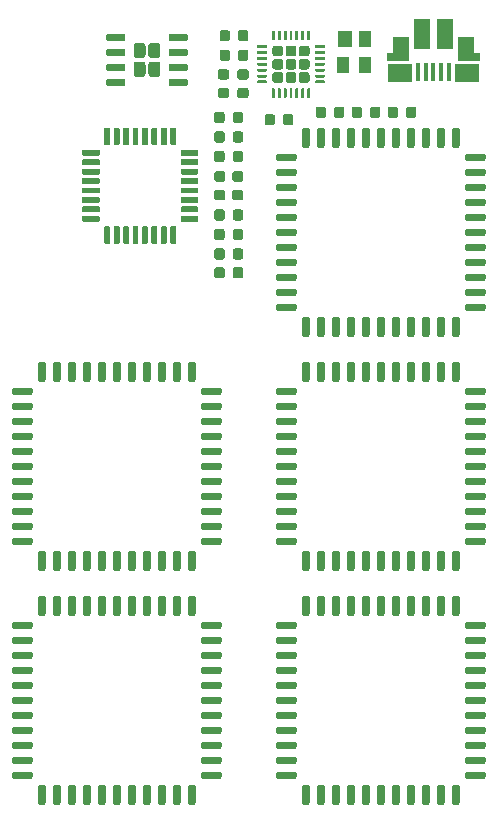
<source format=gbr>
G04 #@! TF.GenerationSoftware,KiCad,Pcbnew,(5.1.5-rc2)*
G04 #@! TF.CreationDate,2020-01-23T16:56:21-08:00*
G04 #@! TF.ProjectId,fpgb,66706762-2e6b-4696-9361-645f70636258,0.1*
G04 #@! TF.SameCoordinates,Original*
G04 #@! TF.FileFunction,Paste,Bot*
G04 #@! TF.FilePolarity,Positive*
%FSLAX46Y46*%
G04 Gerber Fmt 4.6, Leading zero omitted, Abs format (unit mm)*
G04 Created by KiCad (PCBNEW (5.1.5-rc2)) date 2020-01-23 16:56:21*
%MOMM*%
%LPD*%
G04 APERTURE LIST*
%ADD10C,0.100000*%
%ADD11R,1.430000X2.500000*%
%ADD12R,0.400000X1.650000*%
%ADD13R,2.000000X1.500000*%
%ADD14R,1.825000X0.700000*%
%ADD15R,1.350000X2.000000*%
%ADD16R,1.000000X1.400000*%
%ADD17R,1.200000X1.400000*%
G04 APERTURE END LIST*
D10*
G36*
X116610191Y-50770553D02*
G01*
X116631426Y-50773703D01*
X116652250Y-50778919D01*
X116672462Y-50786151D01*
X116691868Y-50795330D01*
X116710281Y-50806366D01*
X116727524Y-50819154D01*
X116743430Y-50833570D01*
X116757846Y-50849476D01*
X116770634Y-50866719D01*
X116781670Y-50885132D01*
X116790849Y-50904538D01*
X116798081Y-50924750D01*
X116803297Y-50945574D01*
X116806447Y-50966809D01*
X116807500Y-50988250D01*
X116807500Y-51500750D01*
X116806447Y-51522191D01*
X116803297Y-51543426D01*
X116798081Y-51564250D01*
X116790849Y-51584462D01*
X116781670Y-51603868D01*
X116770634Y-51622281D01*
X116757846Y-51639524D01*
X116743430Y-51655430D01*
X116727524Y-51669846D01*
X116710281Y-51682634D01*
X116691868Y-51693670D01*
X116672462Y-51702849D01*
X116652250Y-51710081D01*
X116631426Y-51715297D01*
X116610191Y-51718447D01*
X116588750Y-51719500D01*
X116151250Y-51719500D01*
X116129809Y-51718447D01*
X116108574Y-51715297D01*
X116087750Y-51710081D01*
X116067538Y-51702849D01*
X116048132Y-51693670D01*
X116029719Y-51682634D01*
X116012476Y-51669846D01*
X115996570Y-51655430D01*
X115982154Y-51639524D01*
X115969366Y-51622281D01*
X115958330Y-51603868D01*
X115949151Y-51584462D01*
X115941919Y-51564250D01*
X115936703Y-51543426D01*
X115933553Y-51522191D01*
X115932500Y-51500750D01*
X115932500Y-50988250D01*
X115933553Y-50966809D01*
X115936703Y-50945574D01*
X115941919Y-50924750D01*
X115949151Y-50904538D01*
X115958330Y-50885132D01*
X115969366Y-50866719D01*
X115982154Y-50849476D01*
X115996570Y-50833570D01*
X116012476Y-50819154D01*
X116029719Y-50806366D01*
X116048132Y-50795330D01*
X116067538Y-50786151D01*
X116087750Y-50778919D01*
X116108574Y-50773703D01*
X116129809Y-50770553D01*
X116151250Y-50769500D01*
X116588750Y-50769500D01*
X116610191Y-50770553D01*
G37*
G36*
X118185191Y-50770553D02*
G01*
X118206426Y-50773703D01*
X118227250Y-50778919D01*
X118247462Y-50786151D01*
X118266868Y-50795330D01*
X118285281Y-50806366D01*
X118302524Y-50819154D01*
X118318430Y-50833570D01*
X118332846Y-50849476D01*
X118345634Y-50866719D01*
X118356670Y-50885132D01*
X118365849Y-50904538D01*
X118373081Y-50924750D01*
X118378297Y-50945574D01*
X118381447Y-50966809D01*
X118382500Y-50988250D01*
X118382500Y-51500750D01*
X118381447Y-51522191D01*
X118378297Y-51543426D01*
X118373081Y-51564250D01*
X118365849Y-51584462D01*
X118356670Y-51603868D01*
X118345634Y-51622281D01*
X118332846Y-51639524D01*
X118318430Y-51655430D01*
X118302524Y-51669846D01*
X118285281Y-51682634D01*
X118266868Y-51693670D01*
X118247462Y-51702849D01*
X118227250Y-51710081D01*
X118206426Y-51715297D01*
X118185191Y-51718447D01*
X118163750Y-51719500D01*
X117726250Y-51719500D01*
X117704809Y-51718447D01*
X117683574Y-51715297D01*
X117662750Y-51710081D01*
X117642538Y-51702849D01*
X117623132Y-51693670D01*
X117604719Y-51682634D01*
X117587476Y-51669846D01*
X117571570Y-51655430D01*
X117557154Y-51639524D01*
X117544366Y-51622281D01*
X117533330Y-51603868D01*
X117524151Y-51584462D01*
X117516919Y-51564250D01*
X117511703Y-51543426D01*
X117508553Y-51522191D01*
X117507500Y-51500750D01*
X117507500Y-50988250D01*
X117508553Y-50966809D01*
X117511703Y-50945574D01*
X117516919Y-50924750D01*
X117524151Y-50904538D01*
X117533330Y-50885132D01*
X117544366Y-50866719D01*
X117557154Y-50849476D01*
X117571570Y-50833570D01*
X117587476Y-50819154D01*
X117604719Y-50806366D01*
X117623132Y-50795330D01*
X117642538Y-50786151D01*
X117662750Y-50778919D01*
X117683574Y-50773703D01*
X117704809Y-50770553D01*
X117726250Y-50769500D01*
X118163750Y-50769500D01*
X118185191Y-50770553D01*
G37*
G36*
X116610191Y-52421553D02*
G01*
X116631426Y-52424703D01*
X116652250Y-52429919D01*
X116672462Y-52437151D01*
X116691868Y-52446330D01*
X116710281Y-52457366D01*
X116727524Y-52470154D01*
X116743430Y-52484570D01*
X116757846Y-52500476D01*
X116770634Y-52517719D01*
X116781670Y-52536132D01*
X116790849Y-52555538D01*
X116798081Y-52575750D01*
X116803297Y-52596574D01*
X116806447Y-52617809D01*
X116807500Y-52639250D01*
X116807500Y-53151750D01*
X116806447Y-53173191D01*
X116803297Y-53194426D01*
X116798081Y-53215250D01*
X116790849Y-53235462D01*
X116781670Y-53254868D01*
X116770634Y-53273281D01*
X116757846Y-53290524D01*
X116743430Y-53306430D01*
X116727524Y-53320846D01*
X116710281Y-53333634D01*
X116691868Y-53344670D01*
X116672462Y-53353849D01*
X116652250Y-53361081D01*
X116631426Y-53366297D01*
X116610191Y-53369447D01*
X116588750Y-53370500D01*
X116151250Y-53370500D01*
X116129809Y-53369447D01*
X116108574Y-53366297D01*
X116087750Y-53361081D01*
X116067538Y-53353849D01*
X116048132Y-53344670D01*
X116029719Y-53333634D01*
X116012476Y-53320846D01*
X115996570Y-53306430D01*
X115982154Y-53290524D01*
X115969366Y-53273281D01*
X115958330Y-53254868D01*
X115949151Y-53235462D01*
X115941919Y-53215250D01*
X115936703Y-53194426D01*
X115933553Y-53173191D01*
X115932500Y-53151750D01*
X115932500Y-52639250D01*
X115933553Y-52617809D01*
X115936703Y-52596574D01*
X115941919Y-52575750D01*
X115949151Y-52555538D01*
X115958330Y-52536132D01*
X115969366Y-52517719D01*
X115982154Y-52500476D01*
X115996570Y-52484570D01*
X116012476Y-52470154D01*
X116029719Y-52457366D01*
X116048132Y-52446330D01*
X116067538Y-52437151D01*
X116087750Y-52429919D01*
X116108574Y-52424703D01*
X116129809Y-52421553D01*
X116151250Y-52420500D01*
X116588750Y-52420500D01*
X116610191Y-52421553D01*
G37*
G36*
X118185191Y-52421553D02*
G01*
X118206426Y-52424703D01*
X118227250Y-52429919D01*
X118247462Y-52437151D01*
X118266868Y-52446330D01*
X118285281Y-52457366D01*
X118302524Y-52470154D01*
X118318430Y-52484570D01*
X118332846Y-52500476D01*
X118345634Y-52517719D01*
X118356670Y-52536132D01*
X118365849Y-52555538D01*
X118373081Y-52575750D01*
X118378297Y-52596574D01*
X118381447Y-52617809D01*
X118382500Y-52639250D01*
X118382500Y-53151750D01*
X118381447Y-53173191D01*
X118378297Y-53194426D01*
X118373081Y-53215250D01*
X118365849Y-53235462D01*
X118356670Y-53254868D01*
X118345634Y-53273281D01*
X118332846Y-53290524D01*
X118318430Y-53306430D01*
X118302524Y-53320846D01*
X118285281Y-53333634D01*
X118266868Y-53344670D01*
X118247462Y-53353849D01*
X118227250Y-53361081D01*
X118206426Y-53366297D01*
X118185191Y-53369447D01*
X118163750Y-53370500D01*
X117726250Y-53370500D01*
X117704809Y-53369447D01*
X117683574Y-53366297D01*
X117662750Y-53361081D01*
X117642538Y-53353849D01*
X117623132Y-53344670D01*
X117604719Y-53333634D01*
X117587476Y-53320846D01*
X117571570Y-53306430D01*
X117557154Y-53290524D01*
X117544366Y-53273281D01*
X117533330Y-53254868D01*
X117524151Y-53235462D01*
X117516919Y-53215250D01*
X117511703Y-53194426D01*
X117508553Y-53173191D01*
X117507500Y-53151750D01*
X117507500Y-52639250D01*
X117508553Y-52617809D01*
X117511703Y-52596574D01*
X117516919Y-52575750D01*
X117524151Y-52555538D01*
X117533330Y-52536132D01*
X117544366Y-52517719D01*
X117557154Y-52500476D01*
X117571570Y-52484570D01*
X117587476Y-52470154D01*
X117604719Y-52457366D01*
X117623132Y-52446330D01*
X117642538Y-52437151D01*
X117662750Y-52429919D01*
X117683574Y-52424703D01*
X117704809Y-52421553D01*
X117726250Y-52420500D01*
X118163750Y-52420500D01*
X118185191Y-52421553D01*
G37*
G36*
X116610191Y-54072553D02*
G01*
X116631426Y-54075703D01*
X116652250Y-54080919D01*
X116672462Y-54088151D01*
X116691868Y-54097330D01*
X116710281Y-54108366D01*
X116727524Y-54121154D01*
X116743430Y-54135570D01*
X116757846Y-54151476D01*
X116770634Y-54168719D01*
X116781670Y-54187132D01*
X116790849Y-54206538D01*
X116798081Y-54226750D01*
X116803297Y-54247574D01*
X116806447Y-54268809D01*
X116807500Y-54290250D01*
X116807500Y-54802750D01*
X116806447Y-54824191D01*
X116803297Y-54845426D01*
X116798081Y-54866250D01*
X116790849Y-54886462D01*
X116781670Y-54905868D01*
X116770634Y-54924281D01*
X116757846Y-54941524D01*
X116743430Y-54957430D01*
X116727524Y-54971846D01*
X116710281Y-54984634D01*
X116691868Y-54995670D01*
X116672462Y-55004849D01*
X116652250Y-55012081D01*
X116631426Y-55017297D01*
X116610191Y-55020447D01*
X116588750Y-55021500D01*
X116151250Y-55021500D01*
X116129809Y-55020447D01*
X116108574Y-55017297D01*
X116087750Y-55012081D01*
X116067538Y-55004849D01*
X116048132Y-54995670D01*
X116029719Y-54984634D01*
X116012476Y-54971846D01*
X115996570Y-54957430D01*
X115982154Y-54941524D01*
X115969366Y-54924281D01*
X115958330Y-54905868D01*
X115949151Y-54886462D01*
X115941919Y-54866250D01*
X115936703Y-54845426D01*
X115933553Y-54824191D01*
X115932500Y-54802750D01*
X115932500Y-54290250D01*
X115933553Y-54268809D01*
X115936703Y-54247574D01*
X115941919Y-54226750D01*
X115949151Y-54206538D01*
X115958330Y-54187132D01*
X115969366Y-54168719D01*
X115982154Y-54151476D01*
X115996570Y-54135570D01*
X116012476Y-54121154D01*
X116029719Y-54108366D01*
X116048132Y-54097330D01*
X116067538Y-54088151D01*
X116087750Y-54080919D01*
X116108574Y-54075703D01*
X116129809Y-54072553D01*
X116151250Y-54071500D01*
X116588750Y-54071500D01*
X116610191Y-54072553D01*
G37*
G36*
X118185191Y-54072553D02*
G01*
X118206426Y-54075703D01*
X118227250Y-54080919D01*
X118247462Y-54088151D01*
X118266868Y-54097330D01*
X118285281Y-54108366D01*
X118302524Y-54121154D01*
X118318430Y-54135570D01*
X118332846Y-54151476D01*
X118345634Y-54168719D01*
X118356670Y-54187132D01*
X118365849Y-54206538D01*
X118373081Y-54226750D01*
X118378297Y-54247574D01*
X118381447Y-54268809D01*
X118382500Y-54290250D01*
X118382500Y-54802750D01*
X118381447Y-54824191D01*
X118378297Y-54845426D01*
X118373081Y-54866250D01*
X118365849Y-54886462D01*
X118356670Y-54905868D01*
X118345634Y-54924281D01*
X118332846Y-54941524D01*
X118318430Y-54957430D01*
X118302524Y-54971846D01*
X118285281Y-54984634D01*
X118266868Y-54995670D01*
X118247462Y-55004849D01*
X118227250Y-55012081D01*
X118206426Y-55017297D01*
X118185191Y-55020447D01*
X118163750Y-55021500D01*
X117726250Y-55021500D01*
X117704809Y-55020447D01*
X117683574Y-55017297D01*
X117662750Y-55012081D01*
X117642538Y-55004849D01*
X117623132Y-54995670D01*
X117604719Y-54984634D01*
X117587476Y-54971846D01*
X117571570Y-54957430D01*
X117557154Y-54941524D01*
X117544366Y-54924281D01*
X117533330Y-54905868D01*
X117524151Y-54886462D01*
X117516919Y-54866250D01*
X117511703Y-54845426D01*
X117508553Y-54824191D01*
X117507500Y-54802750D01*
X117507500Y-54290250D01*
X117508553Y-54268809D01*
X117511703Y-54247574D01*
X117516919Y-54226750D01*
X117524151Y-54206538D01*
X117533330Y-54187132D01*
X117544366Y-54168719D01*
X117557154Y-54151476D01*
X117571570Y-54135570D01*
X117587476Y-54121154D01*
X117604719Y-54108366D01*
X117623132Y-54097330D01*
X117642538Y-54088151D01*
X117662750Y-54080919D01*
X117683574Y-54075703D01*
X117704809Y-54072553D01*
X117726250Y-54071500D01*
X118163750Y-54071500D01*
X118185191Y-54072553D01*
G37*
G36*
X131482703Y-107734722D02*
G01*
X131497264Y-107736882D01*
X131511543Y-107740459D01*
X131525403Y-107745418D01*
X131538710Y-107751712D01*
X131551336Y-107759280D01*
X131563159Y-107768048D01*
X131574066Y-107777934D01*
X131583952Y-107788841D01*
X131592720Y-107800664D01*
X131600288Y-107813290D01*
X131606582Y-107826597D01*
X131611541Y-107840457D01*
X131615118Y-107854736D01*
X131617278Y-107869297D01*
X131618000Y-107884000D01*
X131618000Y-109284000D01*
X131617278Y-109298703D01*
X131615118Y-109313264D01*
X131611541Y-109327543D01*
X131606582Y-109341403D01*
X131600288Y-109354710D01*
X131592720Y-109367336D01*
X131583952Y-109379159D01*
X131574066Y-109390066D01*
X131563159Y-109399952D01*
X131551336Y-109408720D01*
X131538710Y-109416288D01*
X131525403Y-109422582D01*
X131511543Y-109427541D01*
X131497264Y-109431118D01*
X131482703Y-109433278D01*
X131468000Y-109434000D01*
X131168000Y-109434000D01*
X131153297Y-109433278D01*
X131138736Y-109431118D01*
X131124457Y-109427541D01*
X131110597Y-109422582D01*
X131097290Y-109416288D01*
X131084664Y-109408720D01*
X131072841Y-109399952D01*
X131061934Y-109390066D01*
X131052048Y-109379159D01*
X131043280Y-109367336D01*
X131035712Y-109354710D01*
X131029418Y-109341403D01*
X131024459Y-109327543D01*
X131020882Y-109313264D01*
X131018722Y-109298703D01*
X131018000Y-109284000D01*
X131018000Y-107884000D01*
X131018722Y-107869297D01*
X131020882Y-107854736D01*
X131024459Y-107840457D01*
X131029418Y-107826597D01*
X131035712Y-107813290D01*
X131043280Y-107800664D01*
X131052048Y-107788841D01*
X131061934Y-107777934D01*
X131072841Y-107768048D01*
X131084664Y-107759280D01*
X131097290Y-107751712D01*
X131110597Y-107745418D01*
X131124457Y-107740459D01*
X131138736Y-107736882D01*
X131153297Y-107734722D01*
X131168000Y-107734000D01*
X131468000Y-107734000D01*
X131482703Y-107734722D01*
G37*
G36*
X132752703Y-107734722D02*
G01*
X132767264Y-107736882D01*
X132781543Y-107740459D01*
X132795403Y-107745418D01*
X132808710Y-107751712D01*
X132821336Y-107759280D01*
X132833159Y-107768048D01*
X132844066Y-107777934D01*
X132853952Y-107788841D01*
X132862720Y-107800664D01*
X132870288Y-107813290D01*
X132876582Y-107826597D01*
X132881541Y-107840457D01*
X132885118Y-107854736D01*
X132887278Y-107869297D01*
X132888000Y-107884000D01*
X132888000Y-109284000D01*
X132887278Y-109298703D01*
X132885118Y-109313264D01*
X132881541Y-109327543D01*
X132876582Y-109341403D01*
X132870288Y-109354710D01*
X132862720Y-109367336D01*
X132853952Y-109379159D01*
X132844066Y-109390066D01*
X132833159Y-109399952D01*
X132821336Y-109408720D01*
X132808710Y-109416288D01*
X132795403Y-109422582D01*
X132781543Y-109427541D01*
X132767264Y-109431118D01*
X132752703Y-109433278D01*
X132738000Y-109434000D01*
X132438000Y-109434000D01*
X132423297Y-109433278D01*
X132408736Y-109431118D01*
X132394457Y-109427541D01*
X132380597Y-109422582D01*
X132367290Y-109416288D01*
X132354664Y-109408720D01*
X132342841Y-109399952D01*
X132331934Y-109390066D01*
X132322048Y-109379159D01*
X132313280Y-109367336D01*
X132305712Y-109354710D01*
X132299418Y-109341403D01*
X132294459Y-109327543D01*
X132290882Y-109313264D01*
X132288722Y-109298703D01*
X132288000Y-109284000D01*
X132288000Y-107884000D01*
X132288722Y-107869297D01*
X132290882Y-107854736D01*
X132294459Y-107840457D01*
X132299418Y-107826597D01*
X132305712Y-107813290D01*
X132313280Y-107800664D01*
X132322048Y-107788841D01*
X132331934Y-107777934D01*
X132342841Y-107768048D01*
X132354664Y-107759280D01*
X132367290Y-107751712D01*
X132380597Y-107745418D01*
X132394457Y-107740459D01*
X132408736Y-107736882D01*
X132423297Y-107734722D01*
X132438000Y-107734000D01*
X132738000Y-107734000D01*
X132752703Y-107734722D01*
G37*
G36*
X134022703Y-107734722D02*
G01*
X134037264Y-107736882D01*
X134051543Y-107740459D01*
X134065403Y-107745418D01*
X134078710Y-107751712D01*
X134091336Y-107759280D01*
X134103159Y-107768048D01*
X134114066Y-107777934D01*
X134123952Y-107788841D01*
X134132720Y-107800664D01*
X134140288Y-107813290D01*
X134146582Y-107826597D01*
X134151541Y-107840457D01*
X134155118Y-107854736D01*
X134157278Y-107869297D01*
X134158000Y-107884000D01*
X134158000Y-109284000D01*
X134157278Y-109298703D01*
X134155118Y-109313264D01*
X134151541Y-109327543D01*
X134146582Y-109341403D01*
X134140288Y-109354710D01*
X134132720Y-109367336D01*
X134123952Y-109379159D01*
X134114066Y-109390066D01*
X134103159Y-109399952D01*
X134091336Y-109408720D01*
X134078710Y-109416288D01*
X134065403Y-109422582D01*
X134051543Y-109427541D01*
X134037264Y-109431118D01*
X134022703Y-109433278D01*
X134008000Y-109434000D01*
X133708000Y-109434000D01*
X133693297Y-109433278D01*
X133678736Y-109431118D01*
X133664457Y-109427541D01*
X133650597Y-109422582D01*
X133637290Y-109416288D01*
X133624664Y-109408720D01*
X133612841Y-109399952D01*
X133601934Y-109390066D01*
X133592048Y-109379159D01*
X133583280Y-109367336D01*
X133575712Y-109354710D01*
X133569418Y-109341403D01*
X133564459Y-109327543D01*
X133560882Y-109313264D01*
X133558722Y-109298703D01*
X133558000Y-109284000D01*
X133558000Y-107884000D01*
X133558722Y-107869297D01*
X133560882Y-107854736D01*
X133564459Y-107840457D01*
X133569418Y-107826597D01*
X133575712Y-107813290D01*
X133583280Y-107800664D01*
X133592048Y-107788841D01*
X133601934Y-107777934D01*
X133612841Y-107768048D01*
X133624664Y-107759280D01*
X133637290Y-107751712D01*
X133650597Y-107745418D01*
X133664457Y-107740459D01*
X133678736Y-107736882D01*
X133693297Y-107734722D01*
X133708000Y-107734000D01*
X134008000Y-107734000D01*
X134022703Y-107734722D01*
G37*
G36*
X135292703Y-107734722D02*
G01*
X135307264Y-107736882D01*
X135321543Y-107740459D01*
X135335403Y-107745418D01*
X135348710Y-107751712D01*
X135361336Y-107759280D01*
X135373159Y-107768048D01*
X135384066Y-107777934D01*
X135393952Y-107788841D01*
X135402720Y-107800664D01*
X135410288Y-107813290D01*
X135416582Y-107826597D01*
X135421541Y-107840457D01*
X135425118Y-107854736D01*
X135427278Y-107869297D01*
X135428000Y-107884000D01*
X135428000Y-109284000D01*
X135427278Y-109298703D01*
X135425118Y-109313264D01*
X135421541Y-109327543D01*
X135416582Y-109341403D01*
X135410288Y-109354710D01*
X135402720Y-109367336D01*
X135393952Y-109379159D01*
X135384066Y-109390066D01*
X135373159Y-109399952D01*
X135361336Y-109408720D01*
X135348710Y-109416288D01*
X135335403Y-109422582D01*
X135321543Y-109427541D01*
X135307264Y-109431118D01*
X135292703Y-109433278D01*
X135278000Y-109434000D01*
X134978000Y-109434000D01*
X134963297Y-109433278D01*
X134948736Y-109431118D01*
X134934457Y-109427541D01*
X134920597Y-109422582D01*
X134907290Y-109416288D01*
X134894664Y-109408720D01*
X134882841Y-109399952D01*
X134871934Y-109390066D01*
X134862048Y-109379159D01*
X134853280Y-109367336D01*
X134845712Y-109354710D01*
X134839418Y-109341403D01*
X134834459Y-109327543D01*
X134830882Y-109313264D01*
X134828722Y-109298703D01*
X134828000Y-109284000D01*
X134828000Y-107884000D01*
X134828722Y-107869297D01*
X134830882Y-107854736D01*
X134834459Y-107840457D01*
X134839418Y-107826597D01*
X134845712Y-107813290D01*
X134853280Y-107800664D01*
X134862048Y-107788841D01*
X134871934Y-107777934D01*
X134882841Y-107768048D01*
X134894664Y-107759280D01*
X134907290Y-107751712D01*
X134920597Y-107745418D01*
X134934457Y-107740459D01*
X134948736Y-107736882D01*
X134963297Y-107734722D01*
X134978000Y-107734000D01*
X135278000Y-107734000D01*
X135292703Y-107734722D01*
G37*
G36*
X136562703Y-107734722D02*
G01*
X136577264Y-107736882D01*
X136591543Y-107740459D01*
X136605403Y-107745418D01*
X136618710Y-107751712D01*
X136631336Y-107759280D01*
X136643159Y-107768048D01*
X136654066Y-107777934D01*
X136663952Y-107788841D01*
X136672720Y-107800664D01*
X136680288Y-107813290D01*
X136686582Y-107826597D01*
X136691541Y-107840457D01*
X136695118Y-107854736D01*
X136697278Y-107869297D01*
X136698000Y-107884000D01*
X136698000Y-109284000D01*
X136697278Y-109298703D01*
X136695118Y-109313264D01*
X136691541Y-109327543D01*
X136686582Y-109341403D01*
X136680288Y-109354710D01*
X136672720Y-109367336D01*
X136663952Y-109379159D01*
X136654066Y-109390066D01*
X136643159Y-109399952D01*
X136631336Y-109408720D01*
X136618710Y-109416288D01*
X136605403Y-109422582D01*
X136591543Y-109427541D01*
X136577264Y-109431118D01*
X136562703Y-109433278D01*
X136548000Y-109434000D01*
X136248000Y-109434000D01*
X136233297Y-109433278D01*
X136218736Y-109431118D01*
X136204457Y-109427541D01*
X136190597Y-109422582D01*
X136177290Y-109416288D01*
X136164664Y-109408720D01*
X136152841Y-109399952D01*
X136141934Y-109390066D01*
X136132048Y-109379159D01*
X136123280Y-109367336D01*
X136115712Y-109354710D01*
X136109418Y-109341403D01*
X136104459Y-109327543D01*
X136100882Y-109313264D01*
X136098722Y-109298703D01*
X136098000Y-109284000D01*
X136098000Y-107884000D01*
X136098722Y-107869297D01*
X136100882Y-107854736D01*
X136104459Y-107840457D01*
X136109418Y-107826597D01*
X136115712Y-107813290D01*
X136123280Y-107800664D01*
X136132048Y-107788841D01*
X136141934Y-107777934D01*
X136152841Y-107768048D01*
X136164664Y-107759280D01*
X136177290Y-107751712D01*
X136190597Y-107745418D01*
X136204457Y-107740459D01*
X136218736Y-107736882D01*
X136233297Y-107734722D01*
X136248000Y-107734000D01*
X136548000Y-107734000D01*
X136562703Y-107734722D01*
G37*
G36*
X138762703Y-106634722D02*
G01*
X138777264Y-106636882D01*
X138791543Y-106640459D01*
X138805403Y-106645418D01*
X138818710Y-106651712D01*
X138831336Y-106659280D01*
X138843159Y-106668048D01*
X138854066Y-106677934D01*
X138863952Y-106688841D01*
X138872720Y-106700664D01*
X138880288Y-106713290D01*
X138886582Y-106726597D01*
X138891541Y-106740457D01*
X138895118Y-106754736D01*
X138897278Y-106769297D01*
X138898000Y-106784000D01*
X138898000Y-107084000D01*
X138897278Y-107098703D01*
X138895118Y-107113264D01*
X138891541Y-107127543D01*
X138886582Y-107141403D01*
X138880288Y-107154710D01*
X138872720Y-107167336D01*
X138863952Y-107179159D01*
X138854066Y-107190066D01*
X138843159Y-107199952D01*
X138831336Y-107208720D01*
X138818710Y-107216288D01*
X138805403Y-107222582D01*
X138791543Y-107227541D01*
X138777264Y-107231118D01*
X138762703Y-107233278D01*
X138748000Y-107234000D01*
X137348000Y-107234000D01*
X137333297Y-107233278D01*
X137318736Y-107231118D01*
X137304457Y-107227541D01*
X137290597Y-107222582D01*
X137277290Y-107216288D01*
X137264664Y-107208720D01*
X137252841Y-107199952D01*
X137241934Y-107190066D01*
X137232048Y-107179159D01*
X137223280Y-107167336D01*
X137215712Y-107154710D01*
X137209418Y-107141403D01*
X137204459Y-107127543D01*
X137200882Y-107113264D01*
X137198722Y-107098703D01*
X137198000Y-107084000D01*
X137198000Y-106784000D01*
X137198722Y-106769297D01*
X137200882Y-106754736D01*
X137204459Y-106740457D01*
X137209418Y-106726597D01*
X137215712Y-106713290D01*
X137223280Y-106700664D01*
X137232048Y-106688841D01*
X137241934Y-106677934D01*
X137252841Y-106668048D01*
X137264664Y-106659280D01*
X137277290Y-106651712D01*
X137290597Y-106645418D01*
X137304457Y-106640459D01*
X137318736Y-106636882D01*
X137333297Y-106634722D01*
X137348000Y-106634000D01*
X138748000Y-106634000D01*
X138762703Y-106634722D01*
G37*
G36*
X138762703Y-105364722D02*
G01*
X138777264Y-105366882D01*
X138791543Y-105370459D01*
X138805403Y-105375418D01*
X138818710Y-105381712D01*
X138831336Y-105389280D01*
X138843159Y-105398048D01*
X138854066Y-105407934D01*
X138863952Y-105418841D01*
X138872720Y-105430664D01*
X138880288Y-105443290D01*
X138886582Y-105456597D01*
X138891541Y-105470457D01*
X138895118Y-105484736D01*
X138897278Y-105499297D01*
X138898000Y-105514000D01*
X138898000Y-105814000D01*
X138897278Y-105828703D01*
X138895118Y-105843264D01*
X138891541Y-105857543D01*
X138886582Y-105871403D01*
X138880288Y-105884710D01*
X138872720Y-105897336D01*
X138863952Y-105909159D01*
X138854066Y-105920066D01*
X138843159Y-105929952D01*
X138831336Y-105938720D01*
X138818710Y-105946288D01*
X138805403Y-105952582D01*
X138791543Y-105957541D01*
X138777264Y-105961118D01*
X138762703Y-105963278D01*
X138748000Y-105964000D01*
X137348000Y-105964000D01*
X137333297Y-105963278D01*
X137318736Y-105961118D01*
X137304457Y-105957541D01*
X137290597Y-105952582D01*
X137277290Y-105946288D01*
X137264664Y-105938720D01*
X137252841Y-105929952D01*
X137241934Y-105920066D01*
X137232048Y-105909159D01*
X137223280Y-105897336D01*
X137215712Y-105884710D01*
X137209418Y-105871403D01*
X137204459Y-105857543D01*
X137200882Y-105843264D01*
X137198722Y-105828703D01*
X137198000Y-105814000D01*
X137198000Y-105514000D01*
X137198722Y-105499297D01*
X137200882Y-105484736D01*
X137204459Y-105470457D01*
X137209418Y-105456597D01*
X137215712Y-105443290D01*
X137223280Y-105430664D01*
X137232048Y-105418841D01*
X137241934Y-105407934D01*
X137252841Y-105398048D01*
X137264664Y-105389280D01*
X137277290Y-105381712D01*
X137290597Y-105375418D01*
X137304457Y-105370459D01*
X137318736Y-105366882D01*
X137333297Y-105364722D01*
X137348000Y-105364000D01*
X138748000Y-105364000D01*
X138762703Y-105364722D01*
G37*
G36*
X138762703Y-104094722D02*
G01*
X138777264Y-104096882D01*
X138791543Y-104100459D01*
X138805403Y-104105418D01*
X138818710Y-104111712D01*
X138831336Y-104119280D01*
X138843159Y-104128048D01*
X138854066Y-104137934D01*
X138863952Y-104148841D01*
X138872720Y-104160664D01*
X138880288Y-104173290D01*
X138886582Y-104186597D01*
X138891541Y-104200457D01*
X138895118Y-104214736D01*
X138897278Y-104229297D01*
X138898000Y-104244000D01*
X138898000Y-104544000D01*
X138897278Y-104558703D01*
X138895118Y-104573264D01*
X138891541Y-104587543D01*
X138886582Y-104601403D01*
X138880288Y-104614710D01*
X138872720Y-104627336D01*
X138863952Y-104639159D01*
X138854066Y-104650066D01*
X138843159Y-104659952D01*
X138831336Y-104668720D01*
X138818710Y-104676288D01*
X138805403Y-104682582D01*
X138791543Y-104687541D01*
X138777264Y-104691118D01*
X138762703Y-104693278D01*
X138748000Y-104694000D01*
X137348000Y-104694000D01*
X137333297Y-104693278D01*
X137318736Y-104691118D01*
X137304457Y-104687541D01*
X137290597Y-104682582D01*
X137277290Y-104676288D01*
X137264664Y-104668720D01*
X137252841Y-104659952D01*
X137241934Y-104650066D01*
X137232048Y-104639159D01*
X137223280Y-104627336D01*
X137215712Y-104614710D01*
X137209418Y-104601403D01*
X137204459Y-104587543D01*
X137200882Y-104573264D01*
X137198722Y-104558703D01*
X137198000Y-104544000D01*
X137198000Y-104244000D01*
X137198722Y-104229297D01*
X137200882Y-104214736D01*
X137204459Y-104200457D01*
X137209418Y-104186597D01*
X137215712Y-104173290D01*
X137223280Y-104160664D01*
X137232048Y-104148841D01*
X137241934Y-104137934D01*
X137252841Y-104128048D01*
X137264664Y-104119280D01*
X137277290Y-104111712D01*
X137290597Y-104105418D01*
X137304457Y-104100459D01*
X137318736Y-104096882D01*
X137333297Y-104094722D01*
X137348000Y-104094000D01*
X138748000Y-104094000D01*
X138762703Y-104094722D01*
G37*
G36*
X138762703Y-102824722D02*
G01*
X138777264Y-102826882D01*
X138791543Y-102830459D01*
X138805403Y-102835418D01*
X138818710Y-102841712D01*
X138831336Y-102849280D01*
X138843159Y-102858048D01*
X138854066Y-102867934D01*
X138863952Y-102878841D01*
X138872720Y-102890664D01*
X138880288Y-102903290D01*
X138886582Y-102916597D01*
X138891541Y-102930457D01*
X138895118Y-102944736D01*
X138897278Y-102959297D01*
X138898000Y-102974000D01*
X138898000Y-103274000D01*
X138897278Y-103288703D01*
X138895118Y-103303264D01*
X138891541Y-103317543D01*
X138886582Y-103331403D01*
X138880288Y-103344710D01*
X138872720Y-103357336D01*
X138863952Y-103369159D01*
X138854066Y-103380066D01*
X138843159Y-103389952D01*
X138831336Y-103398720D01*
X138818710Y-103406288D01*
X138805403Y-103412582D01*
X138791543Y-103417541D01*
X138777264Y-103421118D01*
X138762703Y-103423278D01*
X138748000Y-103424000D01*
X137348000Y-103424000D01*
X137333297Y-103423278D01*
X137318736Y-103421118D01*
X137304457Y-103417541D01*
X137290597Y-103412582D01*
X137277290Y-103406288D01*
X137264664Y-103398720D01*
X137252841Y-103389952D01*
X137241934Y-103380066D01*
X137232048Y-103369159D01*
X137223280Y-103357336D01*
X137215712Y-103344710D01*
X137209418Y-103331403D01*
X137204459Y-103317543D01*
X137200882Y-103303264D01*
X137198722Y-103288703D01*
X137198000Y-103274000D01*
X137198000Y-102974000D01*
X137198722Y-102959297D01*
X137200882Y-102944736D01*
X137204459Y-102930457D01*
X137209418Y-102916597D01*
X137215712Y-102903290D01*
X137223280Y-102890664D01*
X137232048Y-102878841D01*
X137241934Y-102867934D01*
X137252841Y-102858048D01*
X137264664Y-102849280D01*
X137277290Y-102841712D01*
X137290597Y-102835418D01*
X137304457Y-102830459D01*
X137318736Y-102826882D01*
X137333297Y-102824722D01*
X137348000Y-102824000D01*
X138748000Y-102824000D01*
X138762703Y-102824722D01*
G37*
G36*
X138762703Y-101554722D02*
G01*
X138777264Y-101556882D01*
X138791543Y-101560459D01*
X138805403Y-101565418D01*
X138818710Y-101571712D01*
X138831336Y-101579280D01*
X138843159Y-101588048D01*
X138854066Y-101597934D01*
X138863952Y-101608841D01*
X138872720Y-101620664D01*
X138880288Y-101633290D01*
X138886582Y-101646597D01*
X138891541Y-101660457D01*
X138895118Y-101674736D01*
X138897278Y-101689297D01*
X138898000Y-101704000D01*
X138898000Y-102004000D01*
X138897278Y-102018703D01*
X138895118Y-102033264D01*
X138891541Y-102047543D01*
X138886582Y-102061403D01*
X138880288Y-102074710D01*
X138872720Y-102087336D01*
X138863952Y-102099159D01*
X138854066Y-102110066D01*
X138843159Y-102119952D01*
X138831336Y-102128720D01*
X138818710Y-102136288D01*
X138805403Y-102142582D01*
X138791543Y-102147541D01*
X138777264Y-102151118D01*
X138762703Y-102153278D01*
X138748000Y-102154000D01*
X137348000Y-102154000D01*
X137333297Y-102153278D01*
X137318736Y-102151118D01*
X137304457Y-102147541D01*
X137290597Y-102142582D01*
X137277290Y-102136288D01*
X137264664Y-102128720D01*
X137252841Y-102119952D01*
X137241934Y-102110066D01*
X137232048Y-102099159D01*
X137223280Y-102087336D01*
X137215712Y-102074710D01*
X137209418Y-102061403D01*
X137204459Y-102047543D01*
X137200882Y-102033264D01*
X137198722Y-102018703D01*
X137198000Y-102004000D01*
X137198000Y-101704000D01*
X137198722Y-101689297D01*
X137200882Y-101674736D01*
X137204459Y-101660457D01*
X137209418Y-101646597D01*
X137215712Y-101633290D01*
X137223280Y-101620664D01*
X137232048Y-101608841D01*
X137241934Y-101597934D01*
X137252841Y-101588048D01*
X137264664Y-101579280D01*
X137277290Y-101571712D01*
X137290597Y-101565418D01*
X137304457Y-101560459D01*
X137318736Y-101556882D01*
X137333297Y-101554722D01*
X137348000Y-101554000D01*
X138748000Y-101554000D01*
X138762703Y-101554722D01*
G37*
G36*
X138762703Y-100284722D02*
G01*
X138777264Y-100286882D01*
X138791543Y-100290459D01*
X138805403Y-100295418D01*
X138818710Y-100301712D01*
X138831336Y-100309280D01*
X138843159Y-100318048D01*
X138854066Y-100327934D01*
X138863952Y-100338841D01*
X138872720Y-100350664D01*
X138880288Y-100363290D01*
X138886582Y-100376597D01*
X138891541Y-100390457D01*
X138895118Y-100404736D01*
X138897278Y-100419297D01*
X138898000Y-100434000D01*
X138898000Y-100734000D01*
X138897278Y-100748703D01*
X138895118Y-100763264D01*
X138891541Y-100777543D01*
X138886582Y-100791403D01*
X138880288Y-100804710D01*
X138872720Y-100817336D01*
X138863952Y-100829159D01*
X138854066Y-100840066D01*
X138843159Y-100849952D01*
X138831336Y-100858720D01*
X138818710Y-100866288D01*
X138805403Y-100872582D01*
X138791543Y-100877541D01*
X138777264Y-100881118D01*
X138762703Y-100883278D01*
X138748000Y-100884000D01*
X137348000Y-100884000D01*
X137333297Y-100883278D01*
X137318736Y-100881118D01*
X137304457Y-100877541D01*
X137290597Y-100872582D01*
X137277290Y-100866288D01*
X137264664Y-100858720D01*
X137252841Y-100849952D01*
X137241934Y-100840066D01*
X137232048Y-100829159D01*
X137223280Y-100817336D01*
X137215712Y-100804710D01*
X137209418Y-100791403D01*
X137204459Y-100777543D01*
X137200882Y-100763264D01*
X137198722Y-100748703D01*
X137198000Y-100734000D01*
X137198000Y-100434000D01*
X137198722Y-100419297D01*
X137200882Y-100404736D01*
X137204459Y-100390457D01*
X137209418Y-100376597D01*
X137215712Y-100363290D01*
X137223280Y-100350664D01*
X137232048Y-100338841D01*
X137241934Y-100327934D01*
X137252841Y-100318048D01*
X137264664Y-100309280D01*
X137277290Y-100301712D01*
X137290597Y-100295418D01*
X137304457Y-100290459D01*
X137318736Y-100286882D01*
X137333297Y-100284722D01*
X137348000Y-100284000D01*
X138748000Y-100284000D01*
X138762703Y-100284722D01*
G37*
G36*
X138762703Y-99014722D02*
G01*
X138777264Y-99016882D01*
X138791543Y-99020459D01*
X138805403Y-99025418D01*
X138818710Y-99031712D01*
X138831336Y-99039280D01*
X138843159Y-99048048D01*
X138854066Y-99057934D01*
X138863952Y-99068841D01*
X138872720Y-99080664D01*
X138880288Y-99093290D01*
X138886582Y-99106597D01*
X138891541Y-99120457D01*
X138895118Y-99134736D01*
X138897278Y-99149297D01*
X138898000Y-99164000D01*
X138898000Y-99464000D01*
X138897278Y-99478703D01*
X138895118Y-99493264D01*
X138891541Y-99507543D01*
X138886582Y-99521403D01*
X138880288Y-99534710D01*
X138872720Y-99547336D01*
X138863952Y-99559159D01*
X138854066Y-99570066D01*
X138843159Y-99579952D01*
X138831336Y-99588720D01*
X138818710Y-99596288D01*
X138805403Y-99602582D01*
X138791543Y-99607541D01*
X138777264Y-99611118D01*
X138762703Y-99613278D01*
X138748000Y-99614000D01*
X137348000Y-99614000D01*
X137333297Y-99613278D01*
X137318736Y-99611118D01*
X137304457Y-99607541D01*
X137290597Y-99602582D01*
X137277290Y-99596288D01*
X137264664Y-99588720D01*
X137252841Y-99579952D01*
X137241934Y-99570066D01*
X137232048Y-99559159D01*
X137223280Y-99547336D01*
X137215712Y-99534710D01*
X137209418Y-99521403D01*
X137204459Y-99507543D01*
X137200882Y-99493264D01*
X137198722Y-99478703D01*
X137198000Y-99464000D01*
X137198000Y-99164000D01*
X137198722Y-99149297D01*
X137200882Y-99134736D01*
X137204459Y-99120457D01*
X137209418Y-99106597D01*
X137215712Y-99093290D01*
X137223280Y-99080664D01*
X137232048Y-99068841D01*
X137241934Y-99057934D01*
X137252841Y-99048048D01*
X137264664Y-99039280D01*
X137277290Y-99031712D01*
X137290597Y-99025418D01*
X137304457Y-99020459D01*
X137318736Y-99016882D01*
X137333297Y-99014722D01*
X137348000Y-99014000D01*
X138748000Y-99014000D01*
X138762703Y-99014722D01*
G37*
G36*
X138762703Y-97744722D02*
G01*
X138777264Y-97746882D01*
X138791543Y-97750459D01*
X138805403Y-97755418D01*
X138818710Y-97761712D01*
X138831336Y-97769280D01*
X138843159Y-97778048D01*
X138854066Y-97787934D01*
X138863952Y-97798841D01*
X138872720Y-97810664D01*
X138880288Y-97823290D01*
X138886582Y-97836597D01*
X138891541Y-97850457D01*
X138895118Y-97864736D01*
X138897278Y-97879297D01*
X138898000Y-97894000D01*
X138898000Y-98194000D01*
X138897278Y-98208703D01*
X138895118Y-98223264D01*
X138891541Y-98237543D01*
X138886582Y-98251403D01*
X138880288Y-98264710D01*
X138872720Y-98277336D01*
X138863952Y-98289159D01*
X138854066Y-98300066D01*
X138843159Y-98309952D01*
X138831336Y-98318720D01*
X138818710Y-98326288D01*
X138805403Y-98332582D01*
X138791543Y-98337541D01*
X138777264Y-98341118D01*
X138762703Y-98343278D01*
X138748000Y-98344000D01*
X137348000Y-98344000D01*
X137333297Y-98343278D01*
X137318736Y-98341118D01*
X137304457Y-98337541D01*
X137290597Y-98332582D01*
X137277290Y-98326288D01*
X137264664Y-98318720D01*
X137252841Y-98309952D01*
X137241934Y-98300066D01*
X137232048Y-98289159D01*
X137223280Y-98277336D01*
X137215712Y-98264710D01*
X137209418Y-98251403D01*
X137204459Y-98237543D01*
X137200882Y-98223264D01*
X137198722Y-98208703D01*
X137198000Y-98194000D01*
X137198000Y-97894000D01*
X137198722Y-97879297D01*
X137200882Y-97864736D01*
X137204459Y-97850457D01*
X137209418Y-97836597D01*
X137215712Y-97823290D01*
X137223280Y-97810664D01*
X137232048Y-97798841D01*
X137241934Y-97787934D01*
X137252841Y-97778048D01*
X137264664Y-97769280D01*
X137277290Y-97761712D01*
X137290597Y-97755418D01*
X137304457Y-97750459D01*
X137318736Y-97746882D01*
X137333297Y-97744722D01*
X137348000Y-97744000D01*
X138748000Y-97744000D01*
X138762703Y-97744722D01*
G37*
G36*
X138762703Y-96474722D02*
G01*
X138777264Y-96476882D01*
X138791543Y-96480459D01*
X138805403Y-96485418D01*
X138818710Y-96491712D01*
X138831336Y-96499280D01*
X138843159Y-96508048D01*
X138854066Y-96517934D01*
X138863952Y-96528841D01*
X138872720Y-96540664D01*
X138880288Y-96553290D01*
X138886582Y-96566597D01*
X138891541Y-96580457D01*
X138895118Y-96594736D01*
X138897278Y-96609297D01*
X138898000Y-96624000D01*
X138898000Y-96924000D01*
X138897278Y-96938703D01*
X138895118Y-96953264D01*
X138891541Y-96967543D01*
X138886582Y-96981403D01*
X138880288Y-96994710D01*
X138872720Y-97007336D01*
X138863952Y-97019159D01*
X138854066Y-97030066D01*
X138843159Y-97039952D01*
X138831336Y-97048720D01*
X138818710Y-97056288D01*
X138805403Y-97062582D01*
X138791543Y-97067541D01*
X138777264Y-97071118D01*
X138762703Y-97073278D01*
X138748000Y-97074000D01*
X137348000Y-97074000D01*
X137333297Y-97073278D01*
X137318736Y-97071118D01*
X137304457Y-97067541D01*
X137290597Y-97062582D01*
X137277290Y-97056288D01*
X137264664Y-97048720D01*
X137252841Y-97039952D01*
X137241934Y-97030066D01*
X137232048Y-97019159D01*
X137223280Y-97007336D01*
X137215712Y-96994710D01*
X137209418Y-96981403D01*
X137204459Y-96967543D01*
X137200882Y-96953264D01*
X137198722Y-96938703D01*
X137198000Y-96924000D01*
X137198000Y-96624000D01*
X137198722Y-96609297D01*
X137200882Y-96594736D01*
X137204459Y-96580457D01*
X137209418Y-96566597D01*
X137215712Y-96553290D01*
X137223280Y-96540664D01*
X137232048Y-96528841D01*
X137241934Y-96517934D01*
X137252841Y-96508048D01*
X137264664Y-96499280D01*
X137277290Y-96491712D01*
X137290597Y-96485418D01*
X137304457Y-96480459D01*
X137318736Y-96476882D01*
X137333297Y-96474722D01*
X137348000Y-96474000D01*
X138748000Y-96474000D01*
X138762703Y-96474722D01*
G37*
G36*
X138762703Y-95204722D02*
G01*
X138777264Y-95206882D01*
X138791543Y-95210459D01*
X138805403Y-95215418D01*
X138818710Y-95221712D01*
X138831336Y-95229280D01*
X138843159Y-95238048D01*
X138854066Y-95247934D01*
X138863952Y-95258841D01*
X138872720Y-95270664D01*
X138880288Y-95283290D01*
X138886582Y-95296597D01*
X138891541Y-95310457D01*
X138895118Y-95324736D01*
X138897278Y-95339297D01*
X138898000Y-95354000D01*
X138898000Y-95654000D01*
X138897278Y-95668703D01*
X138895118Y-95683264D01*
X138891541Y-95697543D01*
X138886582Y-95711403D01*
X138880288Y-95724710D01*
X138872720Y-95737336D01*
X138863952Y-95749159D01*
X138854066Y-95760066D01*
X138843159Y-95769952D01*
X138831336Y-95778720D01*
X138818710Y-95786288D01*
X138805403Y-95792582D01*
X138791543Y-95797541D01*
X138777264Y-95801118D01*
X138762703Y-95803278D01*
X138748000Y-95804000D01*
X137348000Y-95804000D01*
X137333297Y-95803278D01*
X137318736Y-95801118D01*
X137304457Y-95797541D01*
X137290597Y-95792582D01*
X137277290Y-95786288D01*
X137264664Y-95778720D01*
X137252841Y-95769952D01*
X137241934Y-95760066D01*
X137232048Y-95749159D01*
X137223280Y-95737336D01*
X137215712Y-95724710D01*
X137209418Y-95711403D01*
X137204459Y-95697543D01*
X137200882Y-95683264D01*
X137198722Y-95668703D01*
X137198000Y-95654000D01*
X137198000Y-95354000D01*
X137198722Y-95339297D01*
X137200882Y-95324736D01*
X137204459Y-95310457D01*
X137209418Y-95296597D01*
X137215712Y-95283290D01*
X137223280Y-95270664D01*
X137232048Y-95258841D01*
X137241934Y-95247934D01*
X137252841Y-95238048D01*
X137264664Y-95229280D01*
X137277290Y-95221712D01*
X137290597Y-95215418D01*
X137304457Y-95210459D01*
X137318736Y-95206882D01*
X137333297Y-95204722D01*
X137348000Y-95204000D01*
X138748000Y-95204000D01*
X138762703Y-95204722D01*
G37*
G36*
X138762703Y-93934722D02*
G01*
X138777264Y-93936882D01*
X138791543Y-93940459D01*
X138805403Y-93945418D01*
X138818710Y-93951712D01*
X138831336Y-93959280D01*
X138843159Y-93968048D01*
X138854066Y-93977934D01*
X138863952Y-93988841D01*
X138872720Y-94000664D01*
X138880288Y-94013290D01*
X138886582Y-94026597D01*
X138891541Y-94040457D01*
X138895118Y-94054736D01*
X138897278Y-94069297D01*
X138898000Y-94084000D01*
X138898000Y-94384000D01*
X138897278Y-94398703D01*
X138895118Y-94413264D01*
X138891541Y-94427543D01*
X138886582Y-94441403D01*
X138880288Y-94454710D01*
X138872720Y-94467336D01*
X138863952Y-94479159D01*
X138854066Y-94490066D01*
X138843159Y-94499952D01*
X138831336Y-94508720D01*
X138818710Y-94516288D01*
X138805403Y-94522582D01*
X138791543Y-94527541D01*
X138777264Y-94531118D01*
X138762703Y-94533278D01*
X138748000Y-94534000D01*
X137348000Y-94534000D01*
X137333297Y-94533278D01*
X137318736Y-94531118D01*
X137304457Y-94527541D01*
X137290597Y-94522582D01*
X137277290Y-94516288D01*
X137264664Y-94508720D01*
X137252841Y-94499952D01*
X137241934Y-94490066D01*
X137232048Y-94479159D01*
X137223280Y-94467336D01*
X137215712Y-94454710D01*
X137209418Y-94441403D01*
X137204459Y-94427543D01*
X137200882Y-94413264D01*
X137198722Y-94398703D01*
X137198000Y-94384000D01*
X137198000Y-94084000D01*
X137198722Y-94069297D01*
X137200882Y-94054736D01*
X137204459Y-94040457D01*
X137209418Y-94026597D01*
X137215712Y-94013290D01*
X137223280Y-94000664D01*
X137232048Y-93988841D01*
X137241934Y-93977934D01*
X137252841Y-93968048D01*
X137264664Y-93959280D01*
X137277290Y-93951712D01*
X137290597Y-93945418D01*
X137304457Y-93940459D01*
X137318736Y-93936882D01*
X137333297Y-93934722D01*
X137348000Y-93934000D01*
X138748000Y-93934000D01*
X138762703Y-93934722D01*
G37*
G36*
X136562703Y-91734722D02*
G01*
X136577264Y-91736882D01*
X136591543Y-91740459D01*
X136605403Y-91745418D01*
X136618710Y-91751712D01*
X136631336Y-91759280D01*
X136643159Y-91768048D01*
X136654066Y-91777934D01*
X136663952Y-91788841D01*
X136672720Y-91800664D01*
X136680288Y-91813290D01*
X136686582Y-91826597D01*
X136691541Y-91840457D01*
X136695118Y-91854736D01*
X136697278Y-91869297D01*
X136698000Y-91884000D01*
X136698000Y-93284000D01*
X136697278Y-93298703D01*
X136695118Y-93313264D01*
X136691541Y-93327543D01*
X136686582Y-93341403D01*
X136680288Y-93354710D01*
X136672720Y-93367336D01*
X136663952Y-93379159D01*
X136654066Y-93390066D01*
X136643159Y-93399952D01*
X136631336Y-93408720D01*
X136618710Y-93416288D01*
X136605403Y-93422582D01*
X136591543Y-93427541D01*
X136577264Y-93431118D01*
X136562703Y-93433278D01*
X136548000Y-93434000D01*
X136248000Y-93434000D01*
X136233297Y-93433278D01*
X136218736Y-93431118D01*
X136204457Y-93427541D01*
X136190597Y-93422582D01*
X136177290Y-93416288D01*
X136164664Y-93408720D01*
X136152841Y-93399952D01*
X136141934Y-93390066D01*
X136132048Y-93379159D01*
X136123280Y-93367336D01*
X136115712Y-93354710D01*
X136109418Y-93341403D01*
X136104459Y-93327543D01*
X136100882Y-93313264D01*
X136098722Y-93298703D01*
X136098000Y-93284000D01*
X136098000Y-91884000D01*
X136098722Y-91869297D01*
X136100882Y-91854736D01*
X136104459Y-91840457D01*
X136109418Y-91826597D01*
X136115712Y-91813290D01*
X136123280Y-91800664D01*
X136132048Y-91788841D01*
X136141934Y-91777934D01*
X136152841Y-91768048D01*
X136164664Y-91759280D01*
X136177290Y-91751712D01*
X136190597Y-91745418D01*
X136204457Y-91740459D01*
X136218736Y-91736882D01*
X136233297Y-91734722D01*
X136248000Y-91734000D01*
X136548000Y-91734000D01*
X136562703Y-91734722D01*
G37*
G36*
X135292703Y-91734722D02*
G01*
X135307264Y-91736882D01*
X135321543Y-91740459D01*
X135335403Y-91745418D01*
X135348710Y-91751712D01*
X135361336Y-91759280D01*
X135373159Y-91768048D01*
X135384066Y-91777934D01*
X135393952Y-91788841D01*
X135402720Y-91800664D01*
X135410288Y-91813290D01*
X135416582Y-91826597D01*
X135421541Y-91840457D01*
X135425118Y-91854736D01*
X135427278Y-91869297D01*
X135428000Y-91884000D01*
X135428000Y-93284000D01*
X135427278Y-93298703D01*
X135425118Y-93313264D01*
X135421541Y-93327543D01*
X135416582Y-93341403D01*
X135410288Y-93354710D01*
X135402720Y-93367336D01*
X135393952Y-93379159D01*
X135384066Y-93390066D01*
X135373159Y-93399952D01*
X135361336Y-93408720D01*
X135348710Y-93416288D01*
X135335403Y-93422582D01*
X135321543Y-93427541D01*
X135307264Y-93431118D01*
X135292703Y-93433278D01*
X135278000Y-93434000D01*
X134978000Y-93434000D01*
X134963297Y-93433278D01*
X134948736Y-93431118D01*
X134934457Y-93427541D01*
X134920597Y-93422582D01*
X134907290Y-93416288D01*
X134894664Y-93408720D01*
X134882841Y-93399952D01*
X134871934Y-93390066D01*
X134862048Y-93379159D01*
X134853280Y-93367336D01*
X134845712Y-93354710D01*
X134839418Y-93341403D01*
X134834459Y-93327543D01*
X134830882Y-93313264D01*
X134828722Y-93298703D01*
X134828000Y-93284000D01*
X134828000Y-91884000D01*
X134828722Y-91869297D01*
X134830882Y-91854736D01*
X134834459Y-91840457D01*
X134839418Y-91826597D01*
X134845712Y-91813290D01*
X134853280Y-91800664D01*
X134862048Y-91788841D01*
X134871934Y-91777934D01*
X134882841Y-91768048D01*
X134894664Y-91759280D01*
X134907290Y-91751712D01*
X134920597Y-91745418D01*
X134934457Y-91740459D01*
X134948736Y-91736882D01*
X134963297Y-91734722D01*
X134978000Y-91734000D01*
X135278000Y-91734000D01*
X135292703Y-91734722D01*
G37*
G36*
X134022703Y-91734722D02*
G01*
X134037264Y-91736882D01*
X134051543Y-91740459D01*
X134065403Y-91745418D01*
X134078710Y-91751712D01*
X134091336Y-91759280D01*
X134103159Y-91768048D01*
X134114066Y-91777934D01*
X134123952Y-91788841D01*
X134132720Y-91800664D01*
X134140288Y-91813290D01*
X134146582Y-91826597D01*
X134151541Y-91840457D01*
X134155118Y-91854736D01*
X134157278Y-91869297D01*
X134158000Y-91884000D01*
X134158000Y-93284000D01*
X134157278Y-93298703D01*
X134155118Y-93313264D01*
X134151541Y-93327543D01*
X134146582Y-93341403D01*
X134140288Y-93354710D01*
X134132720Y-93367336D01*
X134123952Y-93379159D01*
X134114066Y-93390066D01*
X134103159Y-93399952D01*
X134091336Y-93408720D01*
X134078710Y-93416288D01*
X134065403Y-93422582D01*
X134051543Y-93427541D01*
X134037264Y-93431118D01*
X134022703Y-93433278D01*
X134008000Y-93434000D01*
X133708000Y-93434000D01*
X133693297Y-93433278D01*
X133678736Y-93431118D01*
X133664457Y-93427541D01*
X133650597Y-93422582D01*
X133637290Y-93416288D01*
X133624664Y-93408720D01*
X133612841Y-93399952D01*
X133601934Y-93390066D01*
X133592048Y-93379159D01*
X133583280Y-93367336D01*
X133575712Y-93354710D01*
X133569418Y-93341403D01*
X133564459Y-93327543D01*
X133560882Y-93313264D01*
X133558722Y-93298703D01*
X133558000Y-93284000D01*
X133558000Y-91884000D01*
X133558722Y-91869297D01*
X133560882Y-91854736D01*
X133564459Y-91840457D01*
X133569418Y-91826597D01*
X133575712Y-91813290D01*
X133583280Y-91800664D01*
X133592048Y-91788841D01*
X133601934Y-91777934D01*
X133612841Y-91768048D01*
X133624664Y-91759280D01*
X133637290Y-91751712D01*
X133650597Y-91745418D01*
X133664457Y-91740459D01*
X133678736Y-91736882D01*
X133693297Y-91734722D01*
X133708000Y-91734000D01*
X134008000Y-91734000D01*
X134022703Y-91734722D01*
G37*
G36*
X132752703Y-91734722D02*
G01*
X132767264Y-91736882D01*
X132781543Y-91740459D01*
X132795403Y-91745418D01*
X132808710Y-91751712D01*
X132821336Y-91759280D01*
X132833159Y-91768048D01*
X132844066Y-91777934D01*
X132853952Y-91788841D01*
X132862720Y-91800664D01*
X132870288Y-91813290D01*
X132876582Y-91826597D01*
X132881541Y-91840457D01*
X132885118Y-91854736D01*
X132887278Y-91869297D01*
X132888000Y-91884000D01*
X132888000Y-93284000D01*
X132887278Y-93298703D01*
X132885118Y-93313264D01*
X132881541Y-93327543D01*
X132876582Y-93341403D01*
X132870288Y-93354710D01*
X132862720Y-93367336D01*
X132853952Y-93379159D01*
X132844066Y-93390066D01*
X132833159Y-93399952D01*
X132821336Y-93408720D01*
X132808710Y-93416288D01*
X132795403Y-93422582D01*
X132781543Y-93427541D01*
X132767264Y-93431118D01*
X132752703Y-93433278D01*
X132738000Y-93434000D01*
X132438000Y-93434000D01*
X132423297Y-93433278D01*
X132408736Y-93431118D01*
X132394457Y-93427541D01*
X132380597Y-93422582D01*
X132367290Y-93416288D01*
X132354664Y-93408720D01*
X132342841Y-93399952D01*
X132331934Y-93390066D01*
X132322048Y-93379159D01*
X132313280Y-93367336D01*
X132305712Y-93354710D01*
X132299418Y-93341403D01*
X132294459Y-93327543D01*
X132290882Y-93313264D01*
X132288722Y-93298703D01*
X132288000Y-93284000D01*
X132288000Y-91884000D01*
X132288722Y-91869297D01*
X132290882Y-91854736D01*
X132294459Y-91840457D01*
X132299418Y-91826597D01*
X132305712Y-91813290D01*
X132313280Y-91800664D01*
X132322048Y-91788841D01*
X132331934Y-91777934D01*
X132342841Y-91768048D01*
X132354664Y-91759280D01*
X132367290Y-91751712D01*
X132380597Y-91745418D01*
X132394457Y-91740459D01*
X132408736Y-91736882D01*
X132423297Y-91734722D01*
X132438000Y-91734000D01*
X132738000Y-91734000D01*
X132752703Y-91734722D01*
G37*
G36*
X131482703Y-91734722D02*
G01*
X131497264Y-91736882D01*
X131511543Y-91740459D01*
X131525403Y-91745418D01*
X131538710Y-91751712D01*
X131551336Y-91759280D01*
X131563159Y-91768048D01*
X131574066Y-91777934D01*
X131583952Y-91788841D01*
X131592720Y-91800664D01*
X131600288Y-91813290D01*
X131606582Y-91826597D01*
X131611541Y-91840457D01*
X131615118Y-91854736D01*
X131617278Y-91869297D01*
X131618000Y-91884000D01*
X131618000Y-93284000D01*
X131617278Y-93298703D01*
X131615118Y-93313264D01*
X131611541Y-93327543D01*
X131606582Y-93341403D01*
X131600288Y-93354710D01*
X131592720Y-93367336D01*
X131583952Y-93379159D01*
X131574066Y-93390066D01*
X131563159Y-93399952D01*
X131551336Y-93408720D01*
X131538710Y-93416288D01*
X131525403Y-93422582D01*
X131511543Y-93427541D01*
X131497264Y-93431118D01*
X131482703Y-93433278D01*
X131468000Y-93434000D01*
X131168000Y-93434000D01*
X131153297Y-93433278D01*
X131138736Y-93431118D01*
X131124457Y-93427541D01*
X131110597Y-93422582D01*
X131097290Y-93416288D01*
X131084664Y-93408720D01*
X131072841Y-93399952D01*
X131061934Y-93390066D01*
X131052048Y-93379159D01*
X131043280Y-93367336D01*
X131035712Y-93354710D01*
X131029418Y-93341403D01*
X131024459Y-93327543D01*
X131020882Y-93313264D01*
X131018722Y-93298703D01*
X131018000Y-93284000D01*
X131018000Y-91884000D01*
X131018722Y-91869297D01*
X131020882Y-91854736D01*
X131024459Y-91840457D01*
X131029418Y-91826597D01*
X131035712Y-91813290D01*
X131043280Y-91800664D01*
X131052048Y-91788841D01*
X131061934Y-91777934D01*
X131072841Y-91768048D01*
X131084664Y-91759280D01*
X131097290Y-91751712D01*
X131110597Y-91745418D01*
X131124457Y-91740459D01*
X131138736Y-91736882D01*
X131153297Y-91734722D01*
X131168000Y-91734000D01*
X131468000Y-91734000D01*
X131482703Y-91734722D01*
G37*
G36*
X130212703Y-91734722D02*
G01*
X130227264Y-91736882D01*
X130241543Y-91740459D01*
X130255403Y-91745418D01*
X130268710Y-91751712D01*
X130281336Y-91759280D01*
X130293159Y-91768048D01*
X130304066Y-91777934D01*
X130313952Y-91788841D01*
X130322720Y-91800664D01*
X130330288Y-91813290D01*
X130336582Y-91826597D01*
X130341541Y-91840457D01*
X130345118Y-91854736D01*
X130347278Y-91869297D01*
X130348000Y-91884000D01*
X130348000Y-93284000D01*
X130347278Y-93298703D01*
X130345118Y-93313264D01*
X130341541Y-93327543D01*
X130336582Y-93341403D01*
X130330288Y-93354710D01*
X130322720Y-93367336D01*
X130313952Y-93379159D01*
X130304066Y-93390066D01*
X130293159Y-93399952D01*
X130281336Y-93408720D01*
X130268710Y-93416288D01*
X130255403Y-93422582D01*
X130241543Y-93427541D01*
X130227264Y-93431118D01*
X130212703Y-93433278D01*
X130198000Y-93434000D01*
X129898000Y-93434000D01*
X129883297Y-93433278D01*
X129868736Y-93431118D01*
X129854457Y-93427541D01*
X129840597Y-93422582D01*
X129827290Y-93416288D01*
X129814664Y-93408720D01*
X129802841Y-93399952D01*
X129791934Y-93390066D01*
X129782048Y-93379159D01*
X129773280Y-93367336D01*
X129765712Y-93354710D01*
X129759418Y-93341403D01*
X129754459Y-93327543D01*
X129750882Y-93313264D01*
X129748722Y-93298703D01*
X129748000Y-93284000D01*
X129748000Y-91884000D01*
X129748722Y-91869297D01*
X129750882Y-91854736D01*
X129754459Y-91840457D01*
X129759418Y-91826597D01*
X129765712Y-91813290D01*
X129773280Y-91800664D01*
X129782048Y-91788841D01*
X129791934Y-91777934D01*
X129802841Y-91768048D01*
X129814664Y-91759280D01*
X129827290Y-91751712D01*
X129840597Y-91745418D01*
X129854457Y-91740459D01*
X129868736Y-91736882D01*
X129883297Y-91734722D01*
X129898000Y-91734000D01*
X130198000Y-91734000D01*
X130212703Y-91734722D01*
G37*
G36*
X128942703Y-91734722D02*
G01*
X128957264Y-91736882D01*
X128971543Y-91740459D01*
X128985403Y-91745418D01*
X128998710Y-91751712D01*
X129011336Y-91759280D01*
X129023159Y-91768048D01*
X129034066Y-91777934D01*
X129043952Y-91788841D01*
X129052720Y-91800664D01*
X129060288Y-91813290D01*
X129066582Y-91826597D01*
X129071541Y-91840457D01*
X129075118Y-91854736D01*
X129077278Y-91869297D01*
X129078000Y-91884000D01*
X129078000Y-93284000D01*
X129077278Y-93298703D01*
X129075118Y-93313264D01*
X129071541Y-93327543D01*
X129066582Y-93341403D01*
X129060288Y-93354710D01*
X129052720Y-93367336D01*
X129043952Y-93379159D01*
X129034066Y-93390066D01*
X129023159Y-93399952D01*
X129011336Y-93408720D01*
X128998710Y-93416288D01*
X128985403Y-93422582D01*
X128971543Y-93427541D01*
X128957264Y-93431118D01*
X128942703Y-93433278D01*
X128928000Y-93434000D01*
X128628000Y-93434000D01*
X128613297Y-93433278D01*
X128598736Y-93431118D01*
X128584457Y-93427541D01*
X128570597Y-93422582D01*
X128557290Y-93416288D01*
X128544664Y-93408720D01*
X128532841Y-93399952D01*
X128521934Y-93390066D01*
X128512048Y-93379159D01*
X128503280Y-93367336D01*
X128495712Y-93354710D01*
X128489418Y-93341403D01*
X128484459Y-93327543D01*
X128480882Y-93313264D01*
X128478722Y-93298703D01*
X128478000Y-93284000D01*
X128478000Y-91884000D01*
X128478722Y-91869297D01*
X128480882Y-91854736D01*
X128484459Y-91840457D01*
X128489418Y-91826597D01*
X128495712Y-91813290D01*
X128503280Y-91800664D01*
X128512048Y-91788841D01*
X128521934Y-91777934D01*
X128532841Y-91768048D01*
X128544664Y-91759280D01*
X128557290Y-91751712D01*
X128570597Y-91745418D01*
X128584457Y-91740459D01*
X128598736Y-91736882D01*
X128613297Y-91734722D01*
X128628000Y-91734000D01*
X128928000Y-91734000D01*
X128942703Y-91734722D01*
G37*
G36*
X127672703Y-91734722D02*
G01*
X127687264Y-91736882D01*
X127701543Y-91740459D01*
X127715403Y-91745418D01*
X127728710Y-91751712D01*
X127741336Y-91759280D01*
X127753159Y-91768048D01*
X127764066Y-91777934D01*
X127773952Y-91788841D01*
X127782720Y-91800664D01*
X127790288Y-91813290D01*
X127796582Y-91826597D01*
X127801541Y-91840457D01*
X127805118Y-91854736D01*
X127807278Y-91869297D01*
X127808000Y-91884000D01*
X127808000Y-93284000D01*
X127807278Y-93298703D01*
X127805118Y-93313264D01*
X127801541Y-93327543D01*
X127796582Y-93341403D01*
X127790288Y-93354710D01*
X127782720Y-93367336D01*
X127773952Y-93379159D01*
X127764066Y-93390066D01*
X127753159Y-93399952D01*
X127741336Y-93408720D01*
X127728710Y-93416288D01*
X127715403Y-93422582D01*
X127701543Y-93427541D01*
X127687264Y-93431118D01*
X127672703Y-93433278D01*
X127658000Y-93434000D01*
X127358000Y-93434000D01*
X127343297Y-93433278D01*
X127328736Y-93431118D01*
X127314457Y-93427541D01*
X127300597Y-93422582D01*
X127287290Y-93416288D01*
X127274664Y-93408720D01*
X127262841Y-93399952D01*
X127251934Y-93390066D01*
X127242048Y-93379159D01*
X127233280Y-93367336D01*
X127225712Y-93354710D01*
X127219418Y-93341403D01*
X127214459Y-93327543D01*
X127210882Y-93313264D01*
X127208722Y-93298703D01*
X127208000Y-93284000D01*
X127208000Y-91884000D01*
X127208722Y-91869297D01*
X127210882Y-91854736D01*
X127214459Y-91840457D01*
X127219418Y-91826597D01*
X127225712Y-91813290D01*
X127233280Y-91800664D01*
X127242048Y-91788841D01*
X127251934Y-91777934D01*
X127262841Y-91768048D01*
X127274664Y-91759280D01*
X127287290Y-91751712D01*
X127300597Y-91745418D01*
X127314457Y-91740459D01*
X127328736Y-91736882D01*
X127343297Y-91734722D01*
X127358000Y-91734000D01*
X127658000Y-91734000D01*
X127672703Y-91734722D01*
G37*
G36*
X126402703Y-91734722D02*
G01*
X126417264Y-91736882D01*
X126431543Y-91740459D01*
X126445403Y-91745418D01*
X126458710Y-91751712D01*
X126471336Y-91759280D01*
X126483159Y-91768048D01*
X126494066Y-91777934D01*
X126503952Y-91788841D01*
X126512720Y-91800664D01*
X126520288Y-91813290D01*
X126526582Y-91826597D01*
X126531541Y-91840457D01*
X126535118Y-91854736D01*
X126537278Y-91869297D01*
X126538000Y-91884000D01*
X126538000Y-93284000D01*
X126537278Y-93298703D01*
X126535118Y-93313264D01*
X126531541Y-93327543D01*
X126526582Y-93341403D01*
X126520288Y-93354710D01*
X126512720Y-93367336D01*
X126503952Y-93379159D01*
X126494066Y-93390066D01*
X126483159Y-93399952D01*
X126471336Y-93408720D01*
X126458710Y-93416288D01*
X126445403Y-93422582D01*
X126431543Y-93427541D01*
X126417264Y-93431118D01*
X126402703Y-93433278D01*
X126388000Y-93434000D01*
X126088000Y-93434000D01*
X126073297Y-93433278D01*
X126058736Y-93431118D01*
X126044457Y-93427541D01*
X126030597Y-93422582D01*
X126017290Y-93416288D01*
X126004664Y-93408720D01*
X125992841Y-93399952D01*
X125981934Y-93390066D01*
X125972048Y-93379159D01*
X125963280Y-93367336D01*
X125955712Y-93354710D01*
X125949418Y-93341403D01*
X125944459Y-93327543D01*
X125940882Y-93313264D01*
X125938722Y-93298703D01*
X125938000Y-93284000D01*
X125938000Y-91884000D01*
X125938722Y-91869297D01*
X125940882Y-91854736D01*
X125944459Y-91840457D01*
X125949418Y-91826597D01*
X125955712Y-91813290D01*
X125963280Y-91800664D01*
X125972048Y-91788841D01*
X125981934Y-91777934D01*
X125992841Y-91768048D01*
X126004664Y-91759280D01*
X126017290Y-91751712D01*
X126030597Y-91745418D01*
X126044457Y-91740459D01*
X126058736Y-91736882D01*
X126073297Y-91734722D01*
X126088000Y-91734000D01*
X126388000Y-91734000D01*
X126402703Y-91734722D01*
G37*
G36*
X125132703Y-91734722D02*
G01*
X125147264Y-91736882D01*
X125161543Y-91740459D01*
X125175403Y-91745418D01*
X125188710Y-91751712D01*
X125201336Y-91759280D01*
X125213159Y-91768048D01*
X125224066Y-91777934D01*
X125233952Y-91788841D01*
X125242720Y-91800664D01*
X125250288Y-91813290D01*
X125256582Y-91826597D01*
X125261541Y-91840457D01*
X125265118Y-91854736D01*
X125267278Y-91869297D01*
X125268000Y-91884000D01*
X125268000Y-93284000D01*
X125267278Y-93298703D01*
X125265118Y-93313264D01*
X125261541Y-93327543D01*
X125256582Y-93341403D01*
X125250288Y-93354710D01*
X125242720Y-93367336D01*
X125233952Y-93379159D01*
X125224066Y-93390066D01*
X125213159Y-93399952D01*
X125201336Y-93408720D01*
X125188710Y-93416288D01*
X125175403Y-93422582D01*
X125161543Y-93427541D01*
X125147264Y-93431118D01*
X125132703Y-93433278D01*
X125118000Y-93434000D01*
X124818000Y-93434000D01*
X124803297Y-93433278D01*
X124788736Y-93431118D01*
X124774457Y-93427541D01*
X124760597Y-93422582D01*
X124747290Y-93416288D01*
X124734664Y-93408720D01*
X124722841Y-93399952D01*
X124711934Y-93390066D01*
X124702048Y-93379159D01*
X124693280Y-93367336D01*
X124685712Y-93354710D01*
X124679418Y-93341403D01*
X124674459Y-93327543D01*
X124670882Y-93313264D01*
X124668722Y-93298703D01*
X124668000Y-93284000D01*
X124668000Y-91884000D01*
X124668722Y-91869297D01*
X124670882Y-91854736D01*
X124674459Y-91840457D01*
X124679418Y-91826597D01*
X124685712Y-91813290D01*
X124693280Y-91800664D01*
X124702048Y-91788841D01*
X124711934Y-91777934D01*
X124722841Y-91768048D01*
X124734664Y-91759280D01*
X124747290Y-91751712D01*
X124760597Y-91745418D01*
X124774457Y-91740459D01*
X124788736Y-91736882D01*
X124803297Y-91734722D01*
X124818000Y-91734000D01*
X125118000Y-91734000D01*
X125132703Y-91734722D01*
G37*
G36*
X123862703Y-91734722D02*
G01*
X123877264Y-91736882D01*
X123891543Y-91740459D01*
X123905403Y-91745418D01*
X123918710Y-91751712D01*
X123931336Y-91759280D01*
X123943159Y-91768048D01*
X123954066Y-91777934D01*
X123963952Y-91788841D01*
X123972720Y-91800664D01*
X123980288Y-91813290D01*
X123986582Y-91826597D01*
X123991541Y-91840457D01*
X123995118Y-91854736D01*
X123997278Y-91869297D01*
X123998000Y-91884000D01*
X123998000Y-93284000D01*
X123997278Y-93298703D01*
X123995118Y-93313264D01*
X123991541Y-93327543D01*
X123986582Y-93341403D01*
X123980288Y-93354710D01*
X123972720Y-93367336D01*
X123963952Y-93379159D01*
X123954066Y-93390066D01*
X123943159Y-93399952D01*
X123931336Y-93408720D01*
X123918710Y-93416288D01*
X123905403Y-93422582D01*
X123891543Y-93427541D01*
X123877264Y-93431118D01*
X123862703Y-93433278D01*
X123848000Y-93434000D01*
X123548000Y-93434000D01*
X123533297Y-93433278D01*
X123518736Y-93431118D01*
X123504457Y-93427541D01*
X123490597Y-93422582D01*
X123477290Y-93416288D01*
X123464664Y-93408720D01*
X123452841Y-93399952D01*
X123441934Y-93390066D01*
X123432048Y-93379159D01*
X123423280Y-93367336D01*
X123415712Y-93354710D01*
X123409418Y-93341403D01*
X123404459Y-93327543D01*
X123400882Y-93313264D01*
X123398722Y-93298703D01*
X123398000Y-93284000D01*
X123398000Y-91884000D01*
X123398722Y-91869297D01*
X123400882Y-91854736D01*
X123404459Y-91840457D01*
X123409418Y-91826597D01*
X123415712Y-91813290D01*
X123423280Y-91800664D01*
X123432048Y-91788841D01*
X123441934Y-91777934D01*
X123452841Y-91768048D01*
X123464664Y-91759280D01*
X123477290Y-91751712D01*
X123490597Y-91745418D01*
X123504457Y-91740459D01*
X123518736Y-91736882D01*
X123533297Y-91734722D01*
X123548000Y-91734000D01*
X123848000Y-91734000D01*
X123862703Y-91734722D01*
G37*
G36*
X122762703Y-93934722D02*
G01*
X122777264Y-93936882D01*
X122791543Y-93940459D01*
X122805403Y-93945418D01*
X122818710Y-93951712D01*
X122831336Y-93959280D01*
X122843159Y-93968048D01*
X122854066Y-93977934D01*
X122863952Y-93988841D01*
X122872720Y-94000664D01*
X122880288Y-94013290D01*
X122886582Y-94026597D01*
X122891541Y-94040457D01*
X122895118Y-94054736D01*
X122897278Y-94069297D01*
X122898000Y-94084000D01*
X122898000Y-94384000D01*
X122897278Y-94398703D01*
X122895118Y-94413264D01*
X122891541Y-94427543D01*
X122886582Y-94441403D01*
X122880288Y-94454710D01*
X122872720Y-94467336D01*
X122863952Y-94479159D01*
X122854066Y-94490066D01*
X122843159Y-94499952D01*
X122831336Y-94508720D01*
X122818710Y-94516288D01*
X122805403Y-94522582D01*
X122791543Y-94527541D01*
X122777264Y-94531118D01*
X122762703Y-94533278D01*
X122748000Y-94534000D01*
X121348000Y-94534000D01*
X121333297Y-94533278D01*
X121318736Y-94531118D01*
X121304457Y-94527541D01*
X121290597Y-94522582D01*
X121277290Y-94516288D01*
X121264664Y-94508720D01*
X121252841Y-94499952D01*
X121241934Y-94490066D01*
X121232048Y-94479159D01*
X121223280Y-94467336D01*
X121215712Y-94454710D01*
X121209418Y-94441403D01*
X121204459Y-94427543D01*
X121200882Y-94413264D01*
X121198722Y-94398703D01*
X121198000Y-94384000D01*
X121198000Y-94084000D01*
X121198722Y-94069297D01*
X121200882Y-94054736D01*
X121204459Y-94040457D01*
X121209418Y-94026597D01*
X121215712Y-94013290D01*
X121223280Y-94000664D01*
X121232048Y-93988841D01*
X121241934Y-93977934D01*
X121252841Y-93968048D01*
X121264664Y-93959280D01*
X121277290Y-93951712D01*
X121290597Y-93945418D01*
X121304457Y-93940459D01*
X121318736Y-93936882D01*
X121333297Y-93934722D01*
X121348000Y-93934000D01*
X122748000Y-93934000D01*
X122762703Y-93934722D01*
G37*
G36*
X122762703Y-95204722D02*
G01*
X122777264Y-95206882D01*
X122791543Y-95210459D01*
X122805403Y-95215418D01*
X122818710Y-95221712D01*
X122831336Y-95229280D01*
X122843159Y-95238048D01*
X122854066Y-95247934D01*
X122863952Y-95258841D01*
X122872720Y-95270664D01*
X122880288Y-95283290D01*
X122886582Y-95296597D01*
X122891541Y-95310457D01*
X122895118Y-95324736D01*
X122897278Y-95339297D01*
X122898000Y-95354000D01*
X122898000Y-95654000D01*
X122897278Y-95668703D01*
X122895118Y-95683264D01*
X122891541Y-95697543D01*
X122886582Y-95711403D01*
X122880288Y-95724710D01*
X122872720Y-95737336D01*
X122863952Y-95749159D01*
X122854066Y-95760066D01*
X122843159Y-95769952D01*
X122831336Y-95778720D01*
X122818710Y-95786288D01*
X122805403Y-95792582D01*
X122791543Y-95797541D01*
X122777264Y-95801118D01*
X122762703Y-95803278D01*
X122748000Y-95804000D01*
X121348000Y-95804000D01*
X121333297Y-95803278D01*
X121318736Y-95801118D01*
X121304457Y-95797541D01*
X121290597Y-95792582D01*
X121277290Y-95786288D01*
X121264664Y-95778720D01*
X121252841Y-95769952D01*
X121241934Y-95760066D01*
X121232048Y-95749159D01*
X121223280Y-95737336D01*
X121215712Y-95724710D01*
X121209418Y-95711403D01*
X121204459Y-95697543D01*
X121200882Y-95683264D01*
X121198722Y-95668703D01*
X121198000Y-95654000D01*
X121198000Y-95354000D01*
X121198722Y-95339297D01*
X121200882Y-95324736D01*
X121204459Y-95310457D01*
X121209418Y-95296597D01*
X121215712Y-95283290D01*
X121223280Y-95270664D01*
X121232048Y-95258841D01*
X121241934Y-95247934D01*
X121252841Y-95238048D01*
X121264664Y-95229280D01*
X121277290Y-95221712D01*
X121290597Y-95215418D01*
X121304457Y-95210459D01*
X121318736Y-95206882D01*
X121333297Y-95204722D01*
X121348000Y-95204000D01*
X122748000Y-95204000D01*
X122762703Y-95204722D01*
G37*
G36*
X122762703Y-96474722D02*
G01*
X122777264Y-96476882D01*
X122791543Y-96480459D01*
X122805403Y-96485418D01*
X122818710Y-96491712D01*
X122831336Y-96499280D01*
X122843159Y-96508048D01*
X122854066Y-96517934D01*
X122863952Y-96528841D01*
X122872720Y-96540664D01*
X122880288Y-96553290D01*
X122886582Y-96566597D01*
X122891541Y-96580457D01*
X122895118Y-96594736D01*
X122897278Y-96609297D01*
X122898000Y-96624000D01*
X122898000Y-96924000D01*
X122897278Y-96938703D01*
X122895118Y-96953264D01*
X122891541Y-96967543D01*
X122886582Y-96981403D01*
X122880288Y-96994710D01*
X122872720Y-97007336D01*
X122863952Y-97019159D01*
X122854066Y-97030066D01*
X122843159Y-97039952D01*
X122831336Y-97048720D01*
X122818710Y-97056288D01*
X122805403Y-97062582D01*
X122791543Y-97067541D01*
X122777264Y-97071118D01*
X122762703Y-97073278D01*
X122748000Y-97074000D01*
X121348000Y-97074000D01*
X121333297Y-97073278D01*
X121318736Y-97071118D01*
X121304457Y-97067541D01*
X121290597Y-97062582D01*
X121277290Y-97056288D01*
X121264664Y-97048720D01*
X121252841Y-97039952D01*
X121241934Y-97030066D01*
X121232048Y-97019159D01*
X121223280Y-97007336D01*
X121215712Y-96994710D01*
X121209418Y-96981403D01*
X121204459Y-96967543D01*
X121200882Y-96953264D01*
X121198722Y-96938703D01*
X121198000Y-96924000D01*
X121198000Y-96624000D01*
X121198722Y-96609297D01*
X121200882Y-96594736D01*
X121204459Y-96580457D01*
X121209418Y-96566597D01*
X121215712Y-96553290D01*
X121223280Y-96540664D01*
X121232048Y-96528841D01*
X121241934Y-96517934D01*
X121252841Y-96508048D01*
X121264664Y-96499280D01*
X121277290Y-96491712D01*
X121290597Y-96485418D01*
X121304457Y-96480459D01*
X121318736Y-96476882D01*
X121333297Y-96474722D01*
X121348000Y-96474000D01*
X122748000Y-96474000D01*
X122762703Y-96474722D01*
G37*
G36*
X122762703Y-97744722D02*
G01*
X122777264Y-97746882D01*
X122791543Y-97750459D01*
X122805403Y-97755418D01*
X122818710Y-97761712D01*
X122831336Y-97769280D01*
X122843159Y-97778048D01*
X122854066Y-97787934D01*
X122863952Y-97798841D01*
X122872720Y-97810664D01*
X122880288Y-97823290D01*
X122886582Y-97836597D01*
X122891541Y-97850457D01*
X122895118Y-97864736D01*
X122897278Y-97879297D01*
X122898000Y-97894000D01*
X122898000Y-98194000D01*
X122897278Y-98208703D01*
X122895118Y-98223264D01*
X122891541Y-98237543D01*
X122886582Y-98251403D01*
X122880288Y-98264710D01*
X122872720Y-98277336D01*
X122863952Y-98289159D01*
X122854066Y-98300066D01*
X122843159Y-98309952D01*
X122831336Y-98318720D01*
X122818710Y-98326288D01*
X122805403Y-98332582D01*
X122791543Y-98337541D01*
X122777264Y-98341118D01*
X122762703Y-98343278D01*
X122748000Y-98344000D01*
X121348000Y-98344000D01*
X121333297Y-98343278D01*
X121318736Y-98341118D01*
X121304457Y-98337541D01*
X121290597Y-98332582D01*
X121277290Y-98326288D01*
X121264664Y-98318720D01*
X121252841Y-98309952D01*
X121241934Y-98300066D01*
X121232048Y-98289159D01*
X121223280Y-98277336D01*
X121215712Y-98264710D01*
X121209418Y-98251403D01*
X121204459Y-98237543D01*
X121200882Y-98223264D01*
X121198722Y-98208703D01*
X121198000Y-98194000D01*
X121198000Y-97894000D01*
X121198722Y-97879297D01*
X121200882Y-97864736D01*
X121204459Y-97850457D01*
X121209418Y-97836597D01*
X121215712Y-97823290D01*
X121223280Y-97810664D01*
X121232048Y-97798841D01*
X121241934Y-97787934D01*
X121252841Y-97778048D01*
X121264664Y-97769280D01*
X121277290Y-97761712D01*
X121290597Y-97755418D01*
X121304457Y-97750459D01*
X121318736Y-97746882D01*
X121333297Y-97744722D01*
X121348000Y-97744000D01*
X122748000Y-97744000D01*
X122762703Y-97744722D01*
G37*
G36*
X122762703Y-99014722D02*
G01*
X122777264Y-99016882D01*
X122791543Y-99020459D01*
X122805403Y-99025418D01*
X122818710Y-99031712D01*
X122831336Y-99039280D01*
X122843159Y-99048048D01*
X122854066Y-99057934D01*
X122863952Y-99068841D01*
X122872720Y-99080664D01*
X122880288Y-99093290D01*
X122886582Y-99106597D01*
X122891541Y-99120457D01*
X122895118Y-99134736D01*
X122897278Y-99149297D01*
X122898000Y-99164000D01*
X122898000Y-99464000D01*
X122897278Y-99478703D01*
X122895118Y-99493264D01*
X122891541Y-99507543D01*
X122886582Y-99521403D01*
X122880288Y-99534710D01*
X122872720Y-99547336D01*
X122863952Y-99559159D01*
X122854066Y-99570066D01*
X122843159Y-99579952D01*
X122831336Y-99588720D01*
X122818710Y-99596288D01*
X122805403Y-99602582D01*
X122791543Y-99607541D01*
X122777264Y-99611118D01*
X122762703Y-99613278D01*
X122748000Y-99614000D01*
X121348000Y-99614000D01*
X121333297Y-99613278D01*
X121318736Y-99611118D01*
X121304457Y-99607541D01*
X121290597Y-99602582D01*
X121277290Y-99596288D01*
X121264664Y-99588720D01*
X121252841Y-99579952D01*
X121241934Y-99570066D01*
X121232048Y-99559159D01*
X121223280Y-99547336D01*
X121215712Y-99534710D01*
X121209418Y-99521403D01*
X121204459Y-99507543D01*
X121200882Y-99493264D01*
X121198722Y-99478703D01*
X121198000Y-99464000D01*
X121198000Y-99164000D01*
X121198722Y-99149297D01*
X121200882Y-99134736D01*
X121204459Y-99120457D01*
X121209418Y-99106597D01*
X121215712Y-99093290D01*
X121223280Y-99080664D01*
X121232048Y-99068841D01*
X121241934Y-99057934D01*
X121252841Y-99048048D01*
X121264664Y-99039280D01*
X121277290Y-99031712D01*
X121290597Y-99025418D01*
X121304457Y-99020459D01*
X121318736Y-99016882D01*
X121333297Y-99014722D01*
X121348000Y-99014000D01*
X122748000Y-99014000D01*
X122762703Y-99014722D01*
G37*
G36*
X122762703Y-100284722D02*
G01*
X122777264Y-100286882D01*
X122791543Y-100290459D01*
X122805403Y-100295418D01*
X122818710Y-100301712D01*
X122831336Y-100309280D01*
X122843159Y-100318048D01*
X122854066Y-100327934D01*
X122863952Y-100338841D01*
X122872720Y-100350664D01*
X122880288Y-100363290D01*
X122886582Y-100376597D01*
X122891541Y-100390457D01*
X122895118Y-100404736D01*
X122897278Y-100419297D01*
X122898000Y-100434000D01*
X122898000Y-100734000D01*
X122897278Y-100748703D01*
X122895118Y-100763264D01*
X122891541Y-100777543D01*
X122886582Y-100791403D01*
X122880288Y-100804710D01*
X122872720Y-100817336D01*
X122863952Y-100829159D01*
X122854066Y-100840066D01*
X122843159Y-100849952D01*
X122831336Y-100858720D01*
X122818710Y-100866288D01*
X122805403Y-100872582D01*
X122791543Y-100877541D01*
X122777264Y-100881118D01*
X122762703Y-100883278D01*
X122748000Y-100884000D01*
X121348000Y-100884000D01*
X121333297Y-100883278D01*
X121318736Y-100881118D01*
X121304457Y-100877541D01*
X121290597Y-100872582D01*
X121277290Y-100866288D01*
X121264664Y-100858720D01*
X121252841Y-100849952D01*
X121241934Y-100840066D01*
X121232048Y-100829159D01*
X121223280Y-100817336D01*
X121215712Y-100804710D01*
X121209418Y-100791403D01*
X121204459Y-100777543D01*
X121200882Y-100763264D01*
X121198722Y-100748703D01*
X121198000Y-100734000D01*
X121198000Y-100434000D01*
X121198722Y-100419297D01*
X121200882Y-100404736D01*
X121204459Y-100390457D01*
X121209418Y-100376597D01*
X121215712Y-100363290D01*
X121223280Y-100350664D01*
X121232048Y-100338841D01*
X121241934Y-100327934D01*
X121252841Y-100318048D01*
X121264664Y-100309280D01*
X121277290Y-100301712D01*
X121290597Y-100295418D01*
X121304457Y-100290459D01*
X121318736Y-100286882D01*
X121333297Y-100284722D01*
X121348000Y-100284000D01*
X122748000Y-100284000D01*
X122762703Y-100284722D01*
G37*
G36*
X122762703Y-101554722D02*
G01*
X122777264Y-101556882D01*
X122791543Y-101560459D01*
X122805403Y-101565418D01*
X122818710Y-101571712D01*
X122831336Y-101579280D01*
X122843159Y-101588048D01*
X122854066Y-101597934D01*
X122863952Y-101608841D01*
X122872720Y-101620664D01*
X122880288Y-101633290D01*
X122886582Y-101646597D01*
X122891541Y-101660457D01*
X122895118Y-101674736D01*
X122897278Y-101689297D01*
X122898000Y-101704000D01*
X122898000Y-102004000D01*
X122897278Y-102018703D01*
X122895118Y-102033264D01*
X122891541Y-102047543D01*
X122886582Y-102061403D01*
X122880288Y-102074710D01*
X122872720Y-102087336D01*
X122863952Y-102099159D01*
X122854066Y-102110066D01*
X122843159Y-102119952D01*
X122831336Y-102128720D01*
X122818710Y-102136288D01*
X122805403Y-102142582D01*
X122791543Y-102147541D01*
X122777264Y-102151118D01*
X122762703Y-102153278D01*
X122748000Y-102154000D01*
X121348000Y-102154000D01*
X121333297Y-102153278D01*
X121318736Y-102151118D01*
X121304457Y-102147541D01*
X121290597Y-102142582D01*
X121277290Y-102136288D01*
X121264664Y-102128720D01*
X121252841Y-102119952D01*
X121241934Y-102110066D01*
X121232048Y-102099159D01*
X121223280Y-102087336D01*
X121215712Y-102074710D01*
X121209418Y-102061403D01*
X121204459Y-102047543D01*
X121200882Y-102033264D01*
X121198722Y-102018703D01*
X121198000Y-102004000D01*
X121198000Y-101704000D01*
X121198722Y-101689297D01*
X121200882Y-101674736D01*
X121204459Y-101660457D01*
X121209418Y-101646597D01*
X121215712Y-101633290D01*
X121223280Y-101620664D01*
X121232048Y-101608841D01*
X121241934Y-101597934D01*
X121252841Y-101588048D01*
X121264664Y-101579280D01*
X121277290Y-101571712D01*
X121290597Y-101565418D01*
X121304457Y-101560459D01*
X121318736Y-101556882D01*
X121333297Y-101554722D01*
X121348000Y-101554000D01*
X122748000Y-101554000D01*
X122762703Y-101554722D01*
G37*
G36*
X122762703Y-102824722D02*
G01*
X122777264Y-102826882D01*
X122791543Y-102830459D01*
X122805403Y-102835418D01*
X122818710Y-102841712D01*
X122831336Y-102849280D01*
X122843159Y-102858048D01*
X122854066Y-102867934D01*
X122863952Y-102878841D01*
X122872720Y-102890664D01*
X122880288Y-102903290D01*
X122886582Y-102916597D01*
X122891541Y-102930457D01*
X122895118Y-102944736D01*
X122897278Y-102959297D01*
X122898000Y-102974000D01*
X122898000Y-103274000D01*
X122897278Y-103288703D01*
X122895118Y-103303264D01*
X122891541Y-103317543D01*
X122886582Y-103331403D01*
X122880288Y-103344710D01*
X122872720Y-103357336D01*
X122863952Y-103369159D01*
X122854066Y-103380066D01*
X122843159Y-103389952D01*
X122831336Y-103398720D01*
X122818710Y-103406288D01*
X122805403Y-103412582D01*
X122791543Y-103417541D01*
X122777264Y-103421118D01*
X122762703Y-103423278D01*
X122748000Y-103424000D01*
X121348000Y-103424000D01*
X121333297Y-103423278D01*
X121318736Y-103421118D01*
X121304457Y-103417541D01*
X121290597Y-103412582D01*
X121277290Y-103406288D01*
X121264664Y-103398720D01*
X121252841Y-103389952D01*
X121241934Y-103380066D01*
X121232048Y-103369159D01*
X121223280Y-103357336D01*
X121215712Y-103344710D01*
X121209418Y-103331403D01*
X121204459Y-103317543D01*
X121200882Y-103303264D01*
X121198722Y-103288703D01*
X121198000Y-103274000D01*
X121198000Y-102974000D01*
X121198722Y-102959297D01*
X121200882Y-102944736D01*
X121204459Y-102930457D01*
X121209418Y-102916597D01*
X121215712Y-102903290D01*
X121223280Y-102890664D01*
X121232048Y-102878841D01*
X121241934Y-102867934D01*
X121252841Y-102858048D01*
X121264664Y-102849280D01*
X121277290Y-102841712D01*
X121290597Y-102835418D01*
X121304457Y-102830459D01*
X121318736Y-102826882D01*
X121333297Y-102824722D01*
X121348000Y-102824000D01*
X122748000Y-102824000D01*
X122762703Y-102824722D01*
G37*
G36*
X122762703Y-104094722D02*
G01*
X122777264Y-104096882D01*
X122791543Y-104100459D01*
X122805403Y-104105418D01*
X122818710Y-104111712D01*
X122831336Y-104119280D01*
X122843159Y-104128048D01*
X122854066Y-104137934D01*
X122863952Y-104148841D01*
X122872720Y-104160664D01*
X122880288Y-104173290D01*
X122886582Y-104186597D01*
X122891541Y-104200457D01*
X122895118Y-104214736D01*
X122897278Y-104229297D01*
X122898000Y-104244000D01*
X122898000Y-104544000D01*
X122897278Y-104558703D01*
X122895118Y-104573264D01*
X122891541Y-104587543D01*
X122886582Y-104601403D01*
X122880288Y-104614710D01*
X122872720Y-104627336D01*
X122863952Y-104639159D01*
X122854066Y-104650066D01*
X122843159Y-104659952D01*
X122831336Y-104668720D01*
X122818710Y-104676288D01*
X122805403Y-104682582D01*
X122791543Y-104687541D01*
X122777264Y-104691118D01*
X122762703Y-104693278D01*
X122748000Y-104694000D01*
X121348000Y-104694000D01*
X121333297Y-104693278D01*
X121318736Y-104691118D01*
X121304457Y-104687541D01*
X121290597Y-104682582D01*
X121277290Y-104676288D01*
X121264664Y-104668720D01*
X121252841Y-104659952D01*
X121241934Y-104650066D01*
X121232048Y-104639159D01*
X121223280Y-104627336D01*
X121215712Y-104614710D01*
X121209418Y-104601403D01*
X121204459Y-104587543D01*
X121200882Y-104573264D01*
X121198722Y-104558703D01*
X121198000Y-104544000D01*
X121198000Y-104244000D01*
X121198722Y-104229297D01*
X121200882Y-104214736D01*
X121204459Y-104200457D01*
X121209418Y-104186597D01*
X121215712Y-104173290D01*
X121223280Y-104160664D01*
X121232048Y-104148841D01*
X121241934Y-104137934D01*
X121252841Y-104128048D01*
X121264664Y-104119280D01*
X121277290Y-104111712D01*
X121290597Y-104105418D01*
X121304457Y-104100459D01*
X121318736Y-104096882D01*
X121333297Y-104094722D01*
X121348000Y-104094000D01*
X122748000Y-104094000D01*
X122762703Y-104094722D01*
G37*
G36*
X122762703Y-105364722D02*
G01*
X122777264Y-105366882D01*
X122791543Y-105370459D01*
X122805403Y-105375418D01*
X122818710Y-105381712D01*
X122831336Y-105389280D01*
X122843159Y-105398048D01*
X122854066Y-105407934D01*
X122863952Y-105418841D01*
X122872720Y-105430664D01*
X122880288Y-105443290D01*
X122886582Y-105456597D01*
X122891541Y-105470457D01*
X122895118Y-105484736D01*
X122897278Y-105499297D01*
X122898000Y-105514000D01*
X122898000Y-105814000D01*
X122897278Y-105828703D01*
X122895118Y-105843264D01*
X122891541Y-105857543D01*
X122886582Y-105871403D01*
X122880288Y-105884710D01*
X122872720Y-105897336D01*
X122863952Y-105909159D01*
X122854066Y-105920066D01*
X122843159Y-105929952D01*
X122831336Y-105938720D01*
X122818710Y-105946288D01*
X122805403Y-105952582D01*
X122791543Y-105957541D01*
X122777264Y-105961118D01*
X122762703Y-105963278D01*
X122748000Y-105964000D01*
X121348000Y-105964000D01*
X121333297Y-105963278D01*
X121318736Y-105961118D01*
X121304457Y-105957541D01*
X121290597Y-105952582D01*
X121277290Y-105946288D01*
X121264664Y-105938720D01*
X121252841Y-105929952D01*
X121241934Y-105920066D01*
X121232048Y-105909159D01*
X121223280Y-105897336D01*
X121215712Y-105884710D01*
X121209418Y-105871403D01*
X121204459Y-105857543D01*
X121200882Y-105843264D01*
X121198722Y-105828703D01*
X121198000Y-105814000D01*
X121198000Y-105514000D01*
X121198722Y-105499297D01*
X121200882Y-105484736D01*
X121204459Y-105470457D01*
X121209418Y-105456597D01*
X121215712Y-105443290D01*
X121223280Y-105430664D01*
X121232048Y-105418841D01*
X121241934Y-105407934D01*
X121252841Y-105398048D01*
X121264664Y-105389280D01*
X121277290Y-105381712D01*
X121290597Y-105375418D01*
X121304457Y-105370459D01*
X121318736Y-105366882D01*
X121333297Y-105364722D01*
X121348000Y-105364000D01*
X122748000Y-105364000D01*
X122762703Y-105364722D01*
G37*
G36*
X122762703Y-106634722D02*
G01*
X122777264Y-106636882D01*
X122791543Y-106640459D01*
X122805403Y-106645418D01*
X122818710Y-106651712D01*
X122831336Y-106659280D01*
X122843159Y-106668048D01*
X122854066Y-106677934D01*
X122863952Y-106688841D01*
X122872720Y-106700664D01*
X122880288Y-106713290D01*
X122886582Y-106726597D01*
X122891541Y-106740457D01*
X122895118Y-106754736D01*
X122897278Y-106769297D01*
X122898000Y-106784000D01*
X122898000Y-107084000D01*
X122897278Y-107098703D01*
X122895118Y-107113264D01*
X122891541Y-107127543D01*
X122886582Y-107141403D01*
X122880288Y-107154710D01*
X122872720Y-107167336D01*
X122863952Y-107179159D01*
X122854066Y-107190066D01*
X122843159Y-107199952D01*
X122831336Y-107208720D01*
X122818710Y-107216288D01*
X122805403Y-107222582D01*
X122791543Y-107227541D01*
X122777264Y-107231118D01*
X122762703Y-107233278D01*
X122748000Y-107234000D01*
X121348000Y-107234000D01*
X121333297Y-107233278D01*
X121318736Y-107231118D01*
X121304457Y-107227541D01*
X121290597Y-107222582D01*
X121277290Y-107216288D01*
X121264664Y-107208720D01*
X121252841Y-107199952D01*
X121241934Y-107190066D01*
X121232048Y-107179159D01*
X121223280Y-107167336D01*
X121215712Y-107154710D01*
X121209418Y-107141403D01*
X121204459Y-107127543D01*
X121200882Y-107113264D01*
X121198722Y-107098703D01*
X121198000Y-107084000D01*
X121198000Y-106784000D01*
X121198722Y-106769297D01*
X121200882Y-106754736D01*
X121204459Y-106740457D01*
X121209418Y-106726597D01*
X121215712Y-106713290D01*
X121223280Y-106700664D01*
X121232048Y-106688841D01*
X121241934Y-106677934D01*
X121252841Y-106668048D01*
X121264664Y-106659280D01*
X121277290Y-106651712D01*
X121290597Y-106645418D01*
X121304457Y-106640459D01*
X121318736Y-106636882D01*
X121333297Y-106634722D01*
X121348000Y-106634000D01*
X122748000Y-106634000D01*
X122762703Y-106634722D01*
G37*
G36*
X123862703Y-107734722D02*
G01*
X123877264Y-107736882D01*
X123891543Y-107740459D01*
X123905403Y-107745418D01*
X123918710Y-107751712D01*
X123931336Y-107759280D01*
X123943159Y-107768048D01*
X123954066Y-107777934D01*
X123963952Y-107788841D01*
X123972720Y-107800664D01*
X123980288Y-107813290D01*
X123986582Y-107826597D01*
X123991541Y-107840457D01*
X123995118Y-107854736D01*
X123997278Y-107869297D01*
X123998000Y-107884000D01*
X123998000Y-109284000D01*
X123997278Y-109298703D01*
X123995118Y-109313264D01*
X123991541Y-109327543D01*
X123986582Y-109341403D01*
X123980288Y-109354710D01*
X123972720Y-109367336D01*
X123963952Y-109379159D01*
X123954066Y-109390066D01*
X123943159Y-109399952D01*
X123931336Y-109408720D01*
X123918710Y-109416288D01*
X123905403Y-109422582D01*
X123891543Y-109427541D01*
X123877264Y-109431118D01*
X123862703Y-109433278D01*
X123848000Y-109434000D01*
X123548000Y-109434000D01*
X123533297Y-109433278D01*
X123518736Y-109431118D01*
X123504457Y-109427541D01*
X123490597Y-109422582D01*
X123477290Y-109416288D01*
X123464664Y-109408720D01*
X123452841Y-109399952D01*
X123441934Y-109390066D01*
X123432048Y-109379159D01*
X123423280Y-109367336D01*
X123415712Y-109354710D01*
X123409418Y-109341403D01*
X123404459Y-109327543D01*
X123400882Y-109313264D01*
X123398722Y-109298703D01*
X123398000Y-109284000D01*
X123398000Y-107884000D01*
X123398722Y-107869297D01*
X123400882Y-107854736D01*
X123404459Y-107840457D01*
X123409418Y-107826597D01*
X123415712Y-107813290D01*
X123423280Y-107800664D01*
X123432048Y-107788841D01*
X123441934Y-107777934D01*
X123452841Y-107768048D01*
X123464664Y-107759280D01*
X123477290Y-107751712D01*
X123490597Y-107745418D01*
X123504457Y-107740459D01*
X123518736Y-107736882D01*
X123533297Y-107734722D01*
X123548000Y-107734000D01*
X123848000Y-107734000D01*
X123862703Y-107734722D01*
G37*
G36*
X125132703Y-107734722D02*
G01*
X125147264Y-107736882D01*
X125161543Y-107740459D01*
X125175403Y-107745418D01*
X125188710Y-107751712D01*
X125201336Y-107759280D01*
X125213159Y-107768048D01*
X125224066Y-107777934D01*
X125233952Y-107788841D01*
X125242720Y-107800664D01*
X125250288Y-107813290D01*
X125256582Y-107826597D01*
X125261541Y-107840457D01*
X125265118Y-107854736D01*
X125267278Y-107869297D01*
X125268000Y-107884000D01*
X125268000Y-109284000D01*
X125267278Y-109298703D01*
X125265118Y-109313264D01*
X125261541Y-109327543D01*
X125256582Y-109341403D01*
X125250288Y-109354710D01*
X125242720Y-109367336D01*
X125233952Y-109379159D01*
X125224066Y-109390066D01*
X125213159Y-109399952D01*
X125201336Y-109408720D01*
X125188710Y-109416288D01*
X125175403Y-109422582D01*
X125161543Y-109427541D01*
X125147264Y-109431118D01*
X125132703Y-109433278D01*
X125118000Y-109434000D01*
X124818000Y-109434000D01*
X124803297Y-109433278D01*
X124788736Y-109431118D01*
X124774457Y-109427541D01*
X124760597Y-109422582D01*
X124747290Y-109416288D01*
X124734664Y-109408720D01*
X124722841Y-109399952D01*
X124711934Y-109390066D01*
X124702048Y-109379159D01*
X124693280Y-109367336D01*
X124685712Y-109354710D01*
X124679418Y-109341403D01*
X124674459Y-109327543D01*
X124670882Y-109313264D01*
X124668722Y-109298703D01*
X124668000Y-109284000D01*
X124668000Y-107884000D01*
X124668722Y-107869297D01*
X124670882Y-107854736D01*
X124674459Y-107840457D01*
X124679418Y-107826597D01*
X124685712Y-107813290D01*
X124693280Y-107800664D01*
X124702048Y-107788841D01*
X124711934Y-107777934D01*
X124722841Y-107768048D01*
X124734664Y-107759280D01*
X124747290Y-107751712D01*
X124760597Y-107745418D01*
X124774457Y-107740459D01*
X124788736Y-107736882D01*
X124803297Y-107734722D01*
X124818000Y-107734000D01*
X125118000Y-107734000D01*
X125132703Y-107734722D01*
G37*
G36*
X126402703Y-107734722D02*
G01*
X126417264Y-107736882D01*
X126431543Y-107740459D01*
X126445403Y-107745418D01*
X126458710Y-107751712D01*
X126471336Y-107759280D01*
X126483159Y-107768048D01*
X126494066Y-107777934D01*
X126503952Y-107788841D01*
X126512720Y-107800664D01*
X126520288Y-107813290D01*
X126526582Y-107826597D01*
X126531541Y-107840457D01*
X126535118Y-107854736D01*
X126537278Y-107869297D01*
X126538000Y-107884000D01*
X126538000Y-109284000D01*
X126537278Y-109298703D01*
X126535118Y-109313264D01*
X126531541Y-109327543D01*
X126526582Y-109341403D01*
X126520288Y-109354710D01*
X126512720Y-109367336D01*
X126503952Y-109379159D01*
X126494066Y-109390066D01*
X126483159Y-109399952D01*
X126471336Y-109408720D01*
X126458710Y-109416288D01*
X126445403Y-109422582D01*
X126431543Y-109427541D01*
X126417264Y-109431118D01*
X126402703Y-109433278D01*
X126388000Y-109434000D01*
X126088000Y-109434000D01*
X126073297Y-109433278D01*
X126058736Y-109431118D01*
X126044457Y-109427541D01*
X126030597Y-109422582D01*
X126017290Y-109416288D01*
X126004664Y-109408720D01*
X125992841Y-109399952D01*
X125981934Y-109390066D01*
X125972048Y-109379159D01*
X125963280Y-109367336D01*
X125955712Y-109354710D01*
X125949418Y-109341403D01*
X125944459Y-109327543D01*
X125940882Y-109313264D01*
X125938722Y-109298703D01*
X125938000Y-109284000D01*
X125938000Y-107884000D01*
X125938722Y-107869297D01*
X125940882Y-107854736D01*
X125944459Y-107840457D01*
X125949418Y-107826597D01*
X125955712Y-107813290D01*
X125963280Y-107800664D01*
X125972048Y-107788841D01*
X125981934Y-107777934D01*
X125992841Y-107768048D01*
X126004664Y-107759280D01*
X126017290Y-107751712D01*
X126030597Y-107745418D01*
X126044457Y-107740459D01*
X126058736Y-107736882D01*
X126073297Y-107734722D01*
X126088000Y-107734000D01*
X126388000Y-107734000D01*
X126402703Y-107734722D01*
G37*
G36*
X127672703Y-107734722D02*
G01*
X127687264Y-107736882D01*
X127701543Y-107740459D01*
X127715403Y-107745418D01*
X127728710Y-107751712D01*
X127741336Y-107759280D01*
X127753159Y-107768048D01*
X127764066Y-107777934D01*
X127773952Y-107788841D01*
X127782720Y-107800664D01*
X127790288Y-107813290D01*
X127796582Y-107826597D01*
X127801541Y-107840457D01*
X127805118Y-107854736D01*
X127807278Y-107869297D01*
X127808000Y-107884000D01*
X127808000Y-109284000D01*
X127807278Y-109298703D01*
X127805118Y-109313264D01*
X127801541Y-109327543D01*
X127796582Y-109341403D01*
X127790288Y-109354710D01*
X127782720Y-109367336D01*
X127773952Y-109379159D01*
X127764066Y-109390066D01*
X127753159Y-109399952D01*
X127741336Y-109408720D01*
X127728710Y-109416288D01*
X127715403Y-109422582D01*
X127701543Y-109427541D01*
X127687264Y-109431118D01*
X127672703Y-109433278D01*
X127658000Y-109434000D01*
X127358000Y-109434000D01*
X127343297Y-109433278D01*
X127328736Y-109431118D01*
X127314457Y-109427541D01*
X127300597Y-109422582D01*
X127287290Y-109416288D01*
X127274664Y-109408720D01*
X127262841Y-109399952D01*
X127251934Y-109390066D01*
X127242048Y-109379159D01*
X127233280Y-109367336D01*
X127225712Y-109354710D01*
X127219418Y-109341403D01*
X127214459Y-109327543D01*
X127210882Y-109313264D01*
X127208722Y-109298703D01*
X127208000Y-109284000D01*
X127208000Y-107884000D01*
X127208722Y-107869297D01*
X127210882Y-107854736D01*
X127214459Y-107840457D01*
X127219418Y-107826597D01*
X127225712Y-107813290D01*
X127233280Y-107800664D01*
X127242048Y-107788841D01*
X127251934Y-107777934D01*
X127262841Y-107768048D01*
X127274664Y-107759280D01*
X127287290Y-107751712D01*
X127300597Y-107745418D01*
X127314457Y-107740459D01*
X127328736Y-107736882D01*
X127343297Y-107734722D01*
X127358000Y-107734000D01*
X127658000Y-107734000D01*
X127672703Y-107734722D01*
G37*
G36*
X128942703Y-107734722D02*
G01*
X128957264Y-107736882D01*
X128971543Y-107740459D01*
X128985403Y-107745418D01*
X128998710Y-107751712D01*
X129011336Y-107759280D01*
X129023159Y-107768048D01*
X129034066Y-107777934D01*
X129043952Y-107788841D01*
X129052720Y-107800664D01*
X129060288Y-107813290D01*
X129066582Y-107826597D01*
X129071541Y-107840457D01*
X129075118Y-107854736D01*
X129077278Y-107869297D01*
X129078000Y-107884000D01*
X129078000Y-109284000D01*
X129077278Y-109298703D01*
X129075118Y-109313264D01*
X129071541Y-109327543D01*
X129066582Y-109341403D01*
X129060288Y-109354710D01*
X129052720Y-109367336D01*
X129043952Y-109379159D01*
X129034066Y-109390066D01*
X129023159Y-109399952D01*
X129011336Y-109408720D01*
X128998710Y-109416288D01*
X128985403Y-109422582D01*
X128971543Y-109427541D01*
X128957264Y-109431118D01*
X128942703Y-109433278D01*
X128928000Y-109434000D01*
X128628000Y-109434000D01*
X128613297Y-109433278D01*
X128598736Y-109431118D01*
X128584457Y-109427541D01*
X128570597Y-109422582D01*
X128557290Y-109416288D01*
X128544664Y-109408720D01*
X128532841Y-109399952D01*
X128521934Y-109390066D01*
X128512048Y-109379159D01*
X128503280Y-109367336D01*
X128495712Y-109354710D01*
X128489418Y-109341403D01*
X128484459Y-109327543D01*
X128480882Y-109313264D01*
X128478722Y-109298703D01*
X128478000Y-109284000D01*
X128478000Y-107884000D01*
X128478722Y-107869297D01*
X128480882Y-107854736D01*
X128484459Y-107840457D01*
X128489418Y-107826597D01*
X128495712Y-107813290D01*
X128503280Y-107800664D01*
X128512048Y-107788841D01*
X128521934Y-107777934D01*
X128532841Y-107768048D01*
X128544664Y-107759280D01*
X128557290Y-107751712D01*
X128570597Y-107745418D01*
X128584457Y-107740459D01*
X128598736Y-107736882D01*
X128613297Y-107734722D01*
X128628000Y-107734000D01*
X128928000Y-107734000D01*
X128942703Y-107734722D01*
G37*
G36*
X130212703Y-107734722D02*
G01*
X130227264Y-107736882D01*
X130241543Y-107740459D01*
X130255403Y-107745418D01*
X130268710Y-107751712D01*
X130281336Y-107759280D01*
X130293159Y-107768048D01*
X130304066Y-107777934D01*
X130313952Y-107788841D01*
X130322720Y-107800664D01*
X130330288Y-107813290D01*
X130336582Y-107826597D01*
X130341541Y-107840457D01*
X130345118Y-107854736D01*
X130347278Y-107869297D01*
X130348000Y-107884000D01*
X130348000Y-109284000D01*
X130347278Y-109298703D01*
X130345118Y-109313264D01*
X130341541Y-109327543D01*
X130336582Y-109341403D01*
X130330288Y-109354710D01*
X130322720Y-109367336D01*
X130313952Y-109379159D01*
X130304066Y-109390066D01*
X130293159Y-109399952D01*
X130281336Y-109408720D01*
X130268710Y-109416288D01*
X130255403Y-109422582D01*
X130241543Y-109427541D01*
X130227264Y-109431118D01*
X130212703Y-109433278D01*
X130198000Y-109434000D01*
X129898000Y-109434000D01*
X129883297Y-109433278D01*
X129868736Y-109431118D01*
X129854457Y-109427541D01*
X129840597Y-109422582D01*
X129827290Y-109416288D01*
X129814664Y-109408720D01*
X129802841Y-109399952D01*
X129791934Y-109390066D01*
X129782048Y-109379159D01*
X129773280Y-109367336D01*
X129765712Y-109354710D01*
X129759418Y-109341403D01*
X129754459Y-109327543D01*
X129750882Y-109313264D01*
X129748722Y-109298703D01*
X129748000Y-109284000D01*
X129748000Y-107884000D01*
X129748722Y-107869297D01*
X129750882Y-107854736D01*
X129754459Y-107840457D01*
X129759418Y-107826597D01*
X129765712Y-107813290D01*
X129773280Y-107800664D01*
X129782048Y-107788841D01*
X129791934Y-107777934D01*
X129802841Y-107768048D01*
X129814664Y-107759280D01*
X129827290Y-107751712D01*
X129840597Y-107745418D01*
X129854457Y-107740459D01*
X129868736Y-107736882D01*
X129883297Y-107734722D01*
X129898000Y-107734000D01*
X130198000Y-107734000D01*
X130212703Y-107734722D01*
G37*
G36*
X113550703Y-47960722D02*
G01*
X113565264Y-47962882D01*
X113579543Y-47966459D01*
X113593403Y-47971418D01*
X113606710Y-47977712D01*
X113619336Y-47985280D01*
X113631159Y-47994048D01*
X113642066Y-48003934D01*
X113651952Y-48014841D01*
X113660720Y-48026664D01*
X113668288Y-48039290D01*
X113674582Y-48052597D01*
X113679541Y-48066457D01*
X113683118Y-48080736D01*
X113685278Y-48095297D01*
X113686000Y-48110000D01*
X113686000Y-48410000D01*
X113685278Y-48424703D01*
X113683118Y-48439264D01*
X113679541Y-48453543D01*
X113674582Y-48467403D01*
X113668288Y-48480710D01*
X113660720Y-48493336D01*
X113651952Y-48505159D01*
X113642066Y-48516066D01*
X113631159Y-48525952D01*
X113619336Y-48534720D01*
X113606710Y-48542288D01*
X113593403Y-48548582D01*
X113579543Y-48553541D01*
X113565264Y-48557118D01*
X113550703Y-48559278D01*
X113536000Y-48560000D01*
X112211000Y-48560000D01*
X112196297Y-48559278D01*
X112181736Y-48557118D01*
X112167457Y-48553541D01*
X112153597Y-48548582D01*
X112140290Y-48542288D01*
X112127664Y-48534720D01*
X112115841Y-48525952D01*
X112104934Y-48516066D01*
X112095048Y-48505159D01*
X112086280Y-48493336D01*
X112078712Y-48480710D01*
X112072418Y-48467403D01*
X112067459Y-48453543D01*
X112063882Y-48439264D01*
X112061722Y-48424703D01*
X112061000Y-48410000D01*
X112061000Y-48110000D01*
X112061722Y-48095297D01*
X112063882Y-48080736D01*
X112067459Y-48066457D01*
X112072418Y-48052597D01*
X112078712Y-48039290D01*
X112086280Y-48026664D01*
X112095048Y-48014841D01*
X112104934Y-48003934D01*
X112115841Y-47994048D01*
X112127664Y-47985280D01*
X112140290Y-47977712D01*
X112153597Y-47971418D01*
X112167457Y-47966459D01*
X112181736Y-47962882D01*
X112196297Y-47960722D01*
X112211000Y-47960000D01*
X113536000Y-47960000D01*
X113550703Y-47960722D01*
G37*
G36*
X113550703Y-46690722D02*
G01*
X113565264Y-46692882D01*
X113579543Y-46696459D01*
X113593403Y-46701418D01*
X113606710Y-46707712D01*
X113619336Y-46715280D01*
X113631159Y-46724048D01*
X113642066Y-46733934D01*
X113651952Y-46744841D01*
X113660720Y-46756664D01*
X113668288Y-46769290D01*
X113674582Y-46782597D01*
X113679541Y-46796457D01*
X113683118Y-46810736D01*
X113685278Y-46825297D01*
X113686000Y-46840000D01*
X113686000Y-47140000D01*
X113685278Y-47154703D01*
X113683118Y-47169264D01*
X113679541Y-47183543D01*
X113674582Y-47197403D01*
X113668288Y-47210710D01*
X113660720Y-47223336D01*
X113651952Y-47235159D01*
X113642066Y-47246066D01*
X113631159Y-47255952D01*
X113619336Y-47264720D01*
X113606710Y-47272288D01*
X113593403Y-47278582D01*
X113579543Y-47283541D01*
X113565264Y-47287118D01*
X113550703Y-47289278D01*
X113536000Y-47290000D01*
X112211000Y-47290000D01*
X112196297Y-47289278D01*
X112181736Y-47287118D01*
X112167457Y-47283541D01*
X112153597Y-47278582D01*
X112140290Y-47272288D01*
X112127664Y-47264720D01*
X112115841Y-47255952D01*
X112104934Y-47246066D01*
X112095048Y-47235159D01*
X112086280Y-47223336D01*
X112078712Y-47210710D01*
X112072418Y-47197403D01*
X112067459Y-47183543D01*
X112063882Y-47169264D01*
X112061722Y-47154703D01*
X112061000Y-47140000D01*
X112061000Y-46840000D01*
X112061722Y-46825297D01*
X112063882Y-46810736D01*
X112067459Y-46796457D01*
X112072418Y-46782597D01*
X112078712Y-46769290D01*
X112086280Y-46756664D01*
X112095048Y-46744841D01*
X112104934Y-46733934D01*
X112115841Y-46724048D01*
X112127664Y-46715280D01*
X112140290Y-46707712D01*
X112153597Y-46701418D01*
X112167457Y-46696459D01*
X112181736Y-46692882D01*
X112196297Y-46690722D01*
X112211000Y-46690000D01*
X113536000Y-46690000D01*
X113550703Y-46690722D01*
G37*
G36*
X113550703Y-45420722D02*
G01*
X113565264Y-45422882D01*
X113579543Y-45426459D01*
X113593403Y-45431418D01*
X113606710Y-45437712D01*
X113619336Y-45445280D01*
X113631159Y-45454048D01*
X113642066Y-45463934D01*
X113651952Y-45474841D01*
X113660720Y-45486664D01*
X113668288Y-45499290D01*
X113674582Y-45512597D01*
X113679541Y-45526457D01*
X113683118Y-45540736D01*
X113685278Y-45555297D01*
X113686000Y-45570000D01*
X113686000Y-45870000D01*
X113685278Y-45884703D01*
X113683118Y-45899264D01*
X113679541Y-45913543D01*
X113674582Y-45927403D01*
X113668288Y-45940710D01*
X113660720Y-45953336D01*
X113651952Y-45965159D01*
X113642066Y-45976066D01*
X113631159Y-45985952D01*
X113619336Y-45994720D01*
X113606710Y-46002288D01*
X113593403Y-46008582D01*
X113579543Y-46013541D01*
X113565264Y-46017118D01*
X113550703Y-46019278D01*
X113536000Y-46020000D01*
X112211000Y-46020000D01*
X112196297Y-46019278D01*
X112181736Y-46017118D01*
X112167457Y-46013541D01*
X112153597Y-46008582D01*
X112140290Y-46002288D01*
X112127664Y-45994720D01*
X112115841Y-45985952D01*
X112104934Y-45976066D01*
X112095048Y-45965159D01*
X112086280Y-45953336D01*
X112078712Y-45940710D01*
X112072418Y-45927403D01*
X112067459Y-45913543D01*
X112063882Y-45899264D01*
X112061722Y-45884703D01*
X112061000Y-45870000D01*
X112061000Y-45570000D01*
X112061722Y-45555297D01*
X112063882Y-45540736D01*
X112067459Y-45526457D01*
X112072418Y-45512597D01*
X112078712Y-45499290D01*
X112086280Y-45486664D01*
X112095048Y-45474841D01*
X112104934Y-45463934D01*
X112115841Y-45454048D01*
X112127664Y-45445280D01*
X112140290Y-45437712D01*
X112153597Y-45431418D01*
X112167457Y-45426459D01*
X112181736Y-45422882D01*
X112196297Y-45420722D01*
X112211000Y-45420000D01*
X113536000Y-45420000D01*
X113550703Y-45420722D01*
G37*
G36*
X113550703Y-44150722D02*
G01*
X113565264Y-44152882D01*
X113579543Y-44156459D01*
X113593403Y-44161418D01*
X113606710Y-44167712D01*
X113619336Y-44175280D01*
X113631159Y-44184048D01*
X113642066Y-44193934D01*
X113651952Y-44204841D01*
X113660720Y-44216664D01*
X113668288Y-44229290D01*
X113674582Y-44242597D01*
X113679541Y-44256457D01*
X113683118Y-44270736D01*
X113685278Y-44285297D01*
X113686000Y-44300000D01*
X113686000Y-44600000D01*
X113685278Y-44614703D01*
X113683118Y-44629264D01*
X113679541Y-44643543D01*
X113674582Y-44657403D01*
X113668288Y-44670710D01*
X113660720Y-44683336D01*
X113651952Y-44695159D01*
X113642066Y-44706066D01*
X113631159Y-44715952D01*
X113619336Y-44724720D01*
X113606710Y-44732288D01*
X113593403Y-44738582D01*
X113579543Y-44743541D01*
X113565264Y-44747118D01*
X113550703Y-44749278D01*
X113536000Y-44750000D01*
X112211000Y-44750000D01*
X112196297Y-44749278D01*
X112181736Y-44747118D01*
X112167457Y-44743541D01*
X112153597Y-44738582D01*
X112140290Y-44732288D01*
X112127664Y-44724720D01*
X112115841Y-44715952D01*
X112104934Y-44706066D01*
X112095048Y-44695159D01*
X112086280Y-44683336D01*
X112078712Y-44670710D01*
X112072418Y-44657403D01*
X112067459Y-44643543D01*
X112063882Y-44629264D01*
X112061722Y-44614703D01*
X112061000Y-44600000D01*
X112061000Y-44300000D01*
X112061722Y-44285297D01*
X112063882Y-44270736D01*
X112067459Y-44256457D01*
X112072418Y-44242597D01*
X112078712Y-44229290D01*
X112086280Y-44216664D01*
X112095048Y-44204841D01*
X112104934Y-44193934D01*
X112115841Y-44184048D01*
X112127664Y-44175280D01*
X112140290Y-44167712D01*
X112153597Y-44161418D01*
X112167457Y-44156459D01*
X112181736Y-44152882D01*
X112196297Y-44150722D01*
X112211000Y-44150000D01*
X113536000Y-44150000D01*
X113550703Y-44150722D01*
G37*
G36*
X108275703Y-44150722D02*
G01*
X108290264Y-44152882D01*
X108304543Y-44156459D01*
X108318403Y-44161418D01*
X108331710Y-44167712D01*
X108344336Y-44175280D01*
X108356159Y-44184048D01*
X108367066Y-44193934D01*
X108376952Y-44204841D01*
X108385720Y-44216664D01*
X108393288Y-44229290D01*
X108399582Y-44242597D01*
X108404541Y-44256457D01*
X108408118Y-44270736D01*
X108410278Y-44285297D01*
X108411000Y-44300000D01*
X108411000Y-44600000D01*
X108410278Y-44614703D01*
X108408118Y-44629264D01*
X108404541Y-44643543D01*
X108399582Y-44657403D01*
X108393288Y-44670710D01*
X108385720Y-44683336D01*
X108376952Y-44695159D01*
X108367066Y-44706066D01*
X108356159Y-44715952D01*
X108344336Y-44724720D01*
X108331710Y-44732288D01*
X108318403Y-44738582D01*
X108304543Y-44743541D01*
X108290264Y-44747118D01*
X108275703Y-44749278D01*
X108261000Y-44750000D01*
X106936000Y-44750000D01*
X106921297Y-44749278D01*
X106906736Y-44747118D01*
X106892457Y-44743541D01*
X106878597Y-44738582D01*
X106865290Y-44732288D01*
X106852664Y-44724720D01*
X106840841Y-44715952D01*
X106829934Y-44706066D01*
X106820048Y-44695159D01*
X106811280Y-44683336D01*
X106803712Y-44670710D01*
X106797418Y-44657403D01*
X106792459Y-44643543D01*
X106788882Y-44629264D01*
X106786722Y-44614703D01*
X106786000Y-44600000D01*
X106786000Y-44300000D01*
X106786722Y-44285297D01*
X106788882Y-44270736D01*
X106792459Y-44256457D01*
X106797418Y-44242597D01*
X106803712Y-44229290D01*
X106811280Y-44216664D01*
X106820048Y-44204841D01*
X106829934Y-44193934D01*
X106840841Y-44184048D01*
X106852664Y-44175280D01*
X106865290Y-44167712D01*
X106878597Y-44161418D01*
X106892457Y-44156459D01*
X106906736Y-44152882D01*
X106921297Y-44150722D01*
X106936000Y-44150000D01*
X108261000Y-44150000D01*
X108275703Y-44150722D01*
G37*
G36*
X108275703Y-45420722D02*
G01*
X108290264Y-45422882D01*
X108304543Y-45426459D01*
X108318403Y-45431418D01*
X108331710Y-45437712D01*
X108344336Y-45445280D01*
X108356159Y-45454048D01*
X108367066Y-45463934D01*
X108376952Y-45474841D01*
X108385720Y-45486664D01*
X108393288Y-45499290D01*
X108399582Y-45512597D01*
X108404541Y-45526457D01*
X108408118Y-45540736D01*
X108410278Y-45555297D01*
X108411000Y-45570000D01*
X108411000Y-45870000D01*
X108410278Y-45884703D01*
X108408118Y-45899264D01*
X108404541Y-45913543D01*
X108399582Y-45927403D01*
X108393288Y-45940710D01*
X108385720Y-45953336D01*
X108376952Y-45965159D01*
X108367066Y-45976066D01*
X108356159Y-45985952D01*
X108344336Y-45994720D01*
X108331710Y-46002288D01*
X108318403Y-46008582D01*
X108304543Y-46013541D01*
X108290264Y-46017118D01*
X108275703Y-46019278D01*
X108261000Y-46020000D01*
X106936000Y-46020000D01*
X106921297Y-46019278D01*
X106906736Y-46017118D01*
X106892457Y-46013541D01*
X106878597Y-46008582D01*
X106865290Y-46002288D01*
X106852664Y-45994720D01*
X106840841Y-45985952D01*
X106829934Y-45976066D01*
X106820048Y-45965159D01*
X106811280Y-45953336D01*
X106803712Y-45940710D01*
X106797418Y-45927403D01*
X106792459Y-45913543D01*
X106788882Y-45899264D01*
X106786722Y-45884703D01*
X106786000Y-45870000D01*
X106786000Y-45570000D01*
X106786722Y-45555297D01*
X106788882Y-45540736D01*
X106792459Y-45526457D01*
X106797418Y-45512597D01*
X106803712Y-45499290D01*
X106811280Y-45486664D01*
X106820048Y-45474841D01*
X106829934Y-45463934D01*
X106840841Y-45454048D01*
X106852664Y-45445280D01*
X106865290Y-45437712D01*
X106878597Y-45431418D01*
X106892457Y-45426459D01*
X106906736Y-45422882D01*
X106921297Y-45420722D01*
X106936000Y-45420000D01*
X108261000Y-45420000D01*
X108275703Y-45420722D01*
G37*
G36*
X108275703Y-46690722D02*
G01*
X108290264Y-46692882D01*
X108304543Y-46696459D01*
X108318403Y-46701418D01*
X108331710Y-46707712D01*
X108344336Y-46715280D01*
X108356159Y-46724048D01*
X108367066Y-46733934D01*
X108376952Y-46744841D01*
X108385720Y-46756664D01*
X108393288Y-46769290D01*
X108399582Y-46782597D01*
X108404541Y-46796457D01*
X108408118Y-46810736D01*
X108410278Y-46825297D01*
X108411000Y-46840000D01*
X108411000Y-47140000D01*
X108410278Y-47154703D01*
X108408118Y-47169264D01*
X108404541Y-47183543D01*
X108399582Y-47197403D01*
X108393288Y-47210710D01*
X108385720Y-47223336D01*
X108376952Y-47235159D01*
X108367066Y-47246066D01*
X108356159Y-47255952D01*
X108344336Y-47264720D01*
X108331710Y-47272288D01*
X108318403Y-47278582D01*
X108304543Y-47283541D01*
X108290264Y-47287118D01*
X108275703Y-47289278D01*
X108261000Y-47290000D01*
X106936000Y-47290000D01*
X106921297Y-47289278D01*
X106906736Y-47287118D01*
X106892457Y-47283541D01*
X106878597Y-47278582D01*
X106865290Y-47272288D01*
X106852664Y-47264720D01*
X106840841Y-47255952D01*
X106829934Y-47246066D01*
X106820048Y-47235159D01*
X106811280Y-47223336D01*
X106803712Y-47210710D01*
X106797418Y-47197403D01*
X106792459Y-47183543D01*
X106788882Y-47169264D01*
X106786722Y-47154703D01*
X106786000Y-47140000D01*
X106786000Y-46840000D01*
X106786722Y-46825297D01*
X106788882Y-46810736D01*
X106792459Y-46796457D01*
X106797418Y-46782597D01*
X106803712Y-46769290D01*
X106811280Y-46756664D01*
X106820048Y-46744841D01*
X106829934Y-46733934D01*
X106840841Y-46724048D01*
X106852664Y-46715280D01*
X106865290Y-46707712D01*
X106878597Y-46701418D01*
X106892457Y-46696459D01*
X106906736Y-46692882D01*
X106921297Y-46690722D01*
X106936000Y-46690000D01*
X108261000Y-46690000D01*
X108275703Y-46690722D01*
G37*
G36*
X108275703Y-47960722D02*
G01*
X108290264Y-47962882D01*
X108304543Y-47966459D01*
X108318403Y-47971418D01*
X108331710Y-47977712D01*
X108344336Y-47985280D01*
X108356159Y-47994048D01*
X108367066Y-48003934D01*
X108376952Y-48014841D01*
X108385720Y-48026664D01*
X108393288Y-48039290D01*
X108399582Y-48052597D01*
X108404541Y-48066457D01*
X108408118Y-48080736D01*
X108410278Y-48095297D01*
X108411000Y-48110000D01*
X108411000Y-48410000D01*
X108410278Y-48424703D01*
X108408118Y-48439264D01*
X108404541Y-48453543D01*
X108399582Y-48467403D01*
X108393288Y-48480710D01*
X108385720Y-48493336D01*
X108376952Y-48505159D01*
X108367066Y-48516066D01*
X108356159Y-48525952D01*
X108344336Y-48534720D01*
X108331710Y-48542288D01*
X108318403Y-48548582D01*
X108304543Y-48553541D01*
X108290264Y-48557118D01*
X108275703Y-48559278D01*
X108261000Y-48560000D01*
X106936000Y-48560000D01*
X106921297Y-48559278D01*
X106906736Y-48557118D01*
X106892457Y-48553541D01*
X106878597Y-48548582D01*
X106865290Y-48542288D01*
X106852664Y-48534720D01*
X106840841Y-48525952D01*
X106829934Y-48516066D01*
X106820048Y-48505159D01*
X106811280Y-48493336D01*
X106803712Y-48480710D01*
X106797418Y-48467403D01*
X106792459Y-48453543D01*
X106788882Y-48439264D01*
X106786722Y-48424703D01*
X106786000Y-48410000D01*
X106786000Y-48110000D01*
X106786722Y-48095297D01*
X106788882Y-48080736D01*
X106792459Y-48066457D01*
X106797418Y-48052597D01*
X106803712Y-48039290D01*
X106811280Y-48026664D01*
X106820048Y-48014841D01*
X106829934Y-48003934D01*
X106840841Y-47994048D01*
X106852664Y-47985280D01*
X106865290Y-47977712D01*
X106878597Y-47971418D01*
X106892457Y-47966459D01*
X106906736Y-47962882D01*
X106921297Y-47960722D01*
X106936000Y-47960000D01*
X108261000Y-47960000D01*
X108275703Y-47960722D01*
G37*
G36*
X111145504Y-44911204D02*
G01*
X111169773Y-44914804D01*
X111193571Y-44920765D01*
X111216671Y-44929030D01*
X111238849Y-44939520D01*
X111259893Y-44952133D01*
X111279598Y-44966747D01*
X111297777Y-44983223D01*
X111314253Y-45001402D01*
X111328867Y-45021107D01*
X111341480Y-45042151D01*
X111351970Y-45064329D01*
X111360235Y-45087429D01*
X111366196Y-45111227D01*
X111369796Y-45135496D01*
X111371000Y-45160000D01*
X111371000Y-45950000D01*
X111369796Y-45974504D01*
X111366196Y-45998773D01*
X111360235Y-46022571D01*
X111351970Y-46045671D01*
X111341480Y-46067849D01*
X111328867Y-46088893D01*
X111314253Y-46108598D01*
X111297777Y-46126777D01*
X111279598Y-46143253D01*
X111259893Y-46157867D01*
X111238849Y-46170480D01*
X111216671Y-46180970D01*
X111193571Y-46189235D01*
X111169773Y-46195196D01*
X111145504Y-46198796D01*
X111121000Y-46200000D01*
X110611000Y-46200000D01*
X110586496Y-46198796D01*
X110562227Y-46195196D01*
X110538429Y-46189235D01*
X110515329Y-46180970D01*
X110493151Y-46170480D01*
X110472107Y-46157867D01*
X110452402Y-46143253D01*
X110434223Y-46126777D01*
X110417747Y-46108598D01*
X110403133Y-46088893D01*
X110390520Y-46067849D01*
X110380030Y-46045671D01*
X110371765Y-46022571D01*
X110365804Y-45998773D01*
X110362204Y-45974504D01*
X110361000Y-45950000D01*
X110361000Y-45160000D01*
X110362204Y-45135496D01*
X110365804Y-45111227D01*
X110371765Y-45087429D01*
X110380030Y-45064329D01*
X110390520Y-45042151D01*
X110403133Y-45021107D01*
X110417747Y-45001402D01*
X110434223Y-44983223D01*
X110452402Y-44966747D01*
X110472107Y-44952133D01*
X110493151Y-44939520D01*
X110515329Y-44929030D01*
X110538429Y-44920765D01*
X110562227Y-44914804D01*
X110586496Y-44911204D01*
X110611000Y-44910000D01*
X111121000Y-44910000D01*
X111145504Y-44911204D01*
G37*
G36*
X111145504Y-46511204D02*
G01*
X111169773Y-46514804D01*
X111193571Y-46520765D01*
X111216671Y-46529030D01*
X111238849Y-46539520D01*
X111259893Y-46552133D01*
X111279598Y-46566747D01*
X111297777Y-46583223D01*
X111314253Y-46601402D01*
X111328867Y-46621107D01*
X111341480Y-46642151D01*
X111351970Y-46664329D01*
X111360235Y-46687429D01*
X111366196Y-46711227D01*
X111369796Y-46735496D01*
X111371000Y-46760000D01*
X111371000Y-47550000D01*
X111369796Y-47574504D01*
X111366196Y-47598773D01*
X111360235Y-47622571D01*
X111351970Y-47645671D01*
X111341480Y-47667849D01*
X111328867Y-47688893D01*
X111314253Y-47708598D01*
X111297777Y-47726777D01*
X111279598Y-47743253D01*
X111259893Y-47757867D01*
X111238849Y-47770480D01*
X111216671Y-47780970D01*
X111193571Y-47789235D01*
X111169773Y-47795196D01*
X111145504Y-47798796D01*
X111121000Y-47800000D01*
X110611000Y-47800000D01*
X110586496Y-47798796D01*
X110562227Y-47795196D01*
X110538429Y-47789235D01*
X110515329Y-47780970D01*
X110493151Y-47770480D01*
X110472107Y-47757867D01*
X110452402Y-47743253D01*
X110434223Y-47726777D01*
X110417747Y-47708598D01*
X110403133Y-47688893D01*
X110390520Y-47667849D01*
X110380030Y-47645671D01*
X110371765Y-47622571D01*
X110365804Y-47598773D01*
X110362204Y-47574504D01*
X110361000Y-47550000D01*
X110361000Y-46760000D01*
X110362204Y-46735496D01*
X110365804Y-46711227D01*
X110371765Y-46687429D01*
X110380030Y-46664329D01*
X110390520Y-46642151D01*
X110403133Y-46621107D01*
X110417747Y-46601402D01*
X110434223Y-46583223D01*
X110452402Y-46566747D01*
X110472107Y-46552133D01*
X110493151Y-46539520D01*
X110515329Y-46529030D01*
X110538429Y-46520765D01*
X110562227Y-46514804D01*
X110586496Y-46511204D01*
X110611000Y-46510000D01*
X111121000Y-46510000D01*
X111145504Y-46511204D01*
G37*
G36*
X109885504Y-44911204D02*
G01*
X109909773Y-44914804D01*
X109933571Y-44920765D01*
X109956671Y-44929030D01*
X109978849Y-44939520D01*
X109999893Y-44952133D01*
X110019598Y-44966747D01*
X110037777Y-44983223D01*
X110054253Y-45001402D01*
X110068867Y-45021107D01*
X110081480Y-45042151D01*
X110091970Y-45064329D01*
X110100235Y-45087429D01*
X110106196Y-45111227D01*
X110109796Y-45135496D01*
X110111000Y-45160000D01*
X110111000Y-45950000D01*
X110109796Y-45974504D01*
X110106196Y-45998773D01*
X110100235Y-46022571D01*
X110091970Y-46045671D01*
X110081480Y-46067849D01*
X110068867Y-46088893D01*
X110054253Y-46108598D01*
X110037777Y-46126777D01*
X110019598Y-46143253D01*
X109999893Y-46157867D01*
X109978849Y-46170480D01*
X109956671Y-46180970D01*
X109933571Y-46189235D01*
X109909773Y-46195196D01*
X109885504Y-46198796D01*
X109861000Y-46200000D01*
X109351000Y-46200000D01*
X109326496Y-46198796D01*
X109302227Y-46195196D01*
X109278429Y-46189235D01*
X109255329Y-46180970D01*
X109233151Y-46170480D01*
X109212107Y-46157867D01*
X109192402Y-46143253D01*
X109174223Y-46126777D01*
X109157747Y-46108598D01*
X109143133Y-46088893D01*
X109130520Y-46067849D01*
X109120030Y-46045671D01*
X109111765Y-46022571D01*
X109105804Y-45998773D01*
X109102204Y-45974504D01*
X109101000Y-45950000D01*
X109101000Y-45160000D01*
X109102204Y-45135496D01*
X109105804Y-45111227D01*
X109111765Y-45087429D01*
X109120030Y-45064329D01*
X109130520Y-45042151D01*
X109143133Y-45021107D01*
X109157747Y-45001402D01*
X109174223Y-44983223D01*
X109192402Y-44966747D01*
X109212107Y-44952133D01*
X109233151Y-44939520D01*
X109255329Y-44929030D01*
X109278429Y-44920765D01*
X109302227Y-44914804D01*
X109326496Y-44911204D01*
X109351000Y-44910000D01*
X109861000Y-44910000D01*
X109885504Y-44911204D01*
G37*
G36*
X109885504Y-46511204D02*
G01*
X109909773Y-46514804D01*
X109933571Y-46520765D01*
X109956671Y-46529030D01*
X109978849Y-46539520D01*
X109999893Y-46552133D01*
X110019598Y-46566747D01*
X110037777Y-46583223D01*
X110054253Y-46601402D01*
X110068867Y-46621107D01*
X110081480Y-46642151D01*
X110091970Y-46664329D01*
X110100235Y-46687429D01*
X110106196Y-46711227D01*
X110109796Y-46735496D01*
X110111000Y-46760000D01*
X110111000Y-47550000D01*
X110109796Y-47574504D01*
X110106196Y-47598773D01*
X110100235Y-47622571D01*
X110091970Y-47645671D01*
X110081480Y-47667849D01*
X110068867Y-47688893D01*
X110054253Y-47708598D01*
X110037777Y-47726777D01*
X110019598Y-47743253D01*
X109999893Y-47757867D01*
X109978849Y-47770480D01*
X109956671Y-47780970D01*
X109933571Y-47789235D01*
X109909773Y-47795196D01*
X109885504Y-47798796D01*
X109861000Y-47800000D01*
X109351000Y-47800000D01*
X109326496Y-47798796D01*
X109302227Y-47795196D01*
X109278429Y-47789235D01*
X109255329Y-47780970D01*
X109233151Y-47770480D01*
X109212107Y-47757867D01*
X109192402Y-47743253D01*
X109174223Y-47726777D01*
X109157747Y-47708598D01*
X109143133Y-47688893D01*
X109130520Y-47667849D01*
X109120030Y-47645671D01*
X109111765Y-47622571D01*
X109105804Y-47598773D01*
X109102204Y-47574504D01*
X109101000Y-47550000D01*
X109101000Y-46760000D01*
X109102204Y-46735496D01*
X109105804Y-46711227D01*
X109111765Y-46687429D01*
X109120030Y-46664329D01*
X109130520Y-46642151D01*
X109143133Y-46621107D01*
X109157747Y-46601402D01*
X109174223Y-46583223D01*
X109192402Y-46566747D01*
X109212107Y-46552133D01*
X109233151Y-46539520D01*
X109255329Y-46529030D01*
X109278429Y-46520765D01*
X109302227Y-46514804D01*
X109326496Y-46511204D01*
X109351000Y-46510000D01*
X109861000Y-46510000D01*
X109885504Y-46511204D01*
G37*
G36*
X123996626Y-43886301D02*
G01*
X124002693Y-43887201D01*
X124008643Y-43888691D01*
X124014418Y-43890758D01*
X124019962Y-43893380D01*
X124025223Y-43896533D01*
X124030150Y-43900187D01*
X124034694Y-43904306D01*
X124038813Y-43908850D01*
X124042467Y-43913777D01*
X124045620Y-43919038D01*
X124048242Y-43924582D01*
X124050309Y-43930357D01*
X124051799Y-43936307D01*
X124052699Y-43942374D01*
X124053000Y-43948500D01*
X124053000Y-44623500D01*
X124052699Y-44629626D01*
X124051799Y-44635693D01*
X124050309Y-44641643D01*
X124048242Y-44647418D01*
X124045620Y-44652962D01*
X124042467Y-44658223D01*
X124038813Y-44663150D01*
X124034694Y-44667694D01*
X124030150Y-44671813D01*
X124025223Y-44675467D01*
X124019962Y-44678620D01*
X124014418Y-44681242D01*
X124008643Y-44683309D01*
X124002693Y-44684799D01*
X123996626Y-44685699D01*
X123990500Y-44686000D01*
X123865500Y-44686000D01*
X123859374Y-44685699D01*
X123853307Y-44684799D01*
X123847357Y-44683309D01*
X123841582Y-44681242D01*
X123836038Y-44678620D01*
X123830777Y-44675467D01*
X123825850Y-44671813D01*
X123821306Y-44667694D01*
X123817187Y-44663150D01*
X123813533Y-44658223D01*
X123810380Y-44652962D01*
X123807758Y-44647418D01*
X123805691Y-44641643D01*
X123804201Y-44635693D01*
X123803301Y-44629626D01*
X123803000Y-44623500D01*
X123803000Y-43948500D01*
X123803301Y-43942374D01*
X123804201Y-43936307D01*
X123805691Y-43930357D01*
X123807758Y-43924582D01*
X123810380Y-43919038D01*
X123813533Y-43913777D01*
X123817187Y-43908850D01*
X123821306Y-43904306D01*
X123825850Y-43900187D01*
X123830777Y-43896533D01*
X123836038Y-43893380D01*
X123841582Y-43890758D01*
X123847357Y-43888691D01*
X123853307Y-43887201D01*
X123859374Y-43886301D01*
X123865500Y-43886000D01*
X123990500Y-43886000D01*
X123996626Y-43886301D01*
G37*
G36*
X123496626Y-43886301D02*
G01*
X123502693Y-43887201D01*
X123508643Y-43888691D01*
X123514418Y-43890758D01*
X123519962Y-43893380D01*
X123525223Y-43896533D01*
X123530150Y-43900187D01*
X123534694Y-43904306D01*
X123538813Y-43908850D01*
X123542467Y-43913777D01*
X123545620Y-43919038D01*
X123548242Y-43924582D01*
X123550309Y-43930357D01*
X123551799Y-43936307D01*
X123552699Y-43942374D01*
X123553000Y-43948500D01*
X123553000Y-44623500D01*
X123552699Y-44629626D01*
X123551799Y-44635693D01*
X123550309Y-44641643D01*
X123548242Y-44647418D01*
X123545620Y-44652962D01*
X123542467Y-44658223D01*
X123538813Y-44663150D01*
X123534694Y-44667694D01*
X123530150Y-44671813D01*
X123525223Y-44675467D01*
X123519962Y-44678620D01*
X123514418Y-44681242D01*
X123508643Y-44683309D01*
X123502693Y-44684799D01*
X123496626Y-44685699D01*
X123490500Y-44686000D01*
X123365500Y-44686000D01*
X123359374Y-44685699D01*
X123353307Y-44684799D01*
X123347357Y-44683309D01*
X123341582Y-44681242D01*
X123336038Y-44678620D01*
X123330777Y-44675467D01*
X123325850Y-44671813D01*
X123321306Y-44667694D01*
X123317187Y-44663150D01*
X123313533Y-44658223D01*
X123310380Y-44652962D01*
X123307758Y-44647418D01*
X123305691Y-44641643D01*
X123304201Y-44635693D01*
X123303301Y-44629626D01*
X123303000Y-44623500D01*
X123303000Y-43948500D01*
X123303301Y-43942374D01*
X123304201Y-43936307D01*
X123305691Y-43930357D01*
X123307758Y-43924582D01*
X123310380Y-43919038D01*
X123313533Y-43913777D01*
X123317187Y-43908850D01*
X123321306Y-43904306D01*
X123325850Y-43900187D01*
X123330777Y-43896533D01*
X123336038Y-43893380D01*
X123341582Y-43890758D01*
X123347357Y-43888691D01*
X123353307Y-43887201D01*
X123359374Y-43886301D01*
X123365500Y-43886000D01*
X123490500Y-43886000D01*
X123496626Y-43886301D01*
G37*
G36*
X122996626Y-43886301D02*
G01*
X123002693Y-43887201D01*
X123008643Y-43888691D01*
X123014418Y-43890758D01*
X123019962Y-43893380D01*
X123025223Y-43896533D01*
X123030150Y-43900187D01*
X123034694Y-43904306D01*
X123038813Y-43908850D01*
X123042467Y-43913777D01*
X123045620Y-43919038D01*
X123048242Y-43924582D01*
X123050309Y-43930357D01*
X123051799Y-43936307D01*
X123052699Y-43942374D01*
X123053000Y-43948500D01*
X123053000Y-44623500D01*
X123052699Y-44629626D01*
X123051799Y-44635693D01*
X123050309Y-44641643D01*
X123048242Y-44647418D01*
X123045620Y-44652962D01*
X123042467Y-44658223D01*
X123038813Y-44663150D01*
X123034694Y-44667694D01*
X123030150Y-44671813D01*
X123025223Y-44675467D01*
X123019962Y-44678620D01*
X123014418Y-44681242D01*
X123008643Y-44683309D01*
X123002693Y-44684799D01*
X122996626Y-44685699D01*
X122990500Y-44686000D01*
X122865500Y-44686000D01*
X122859374Y-44685699D01*
X122853307Y-44684799D01*
X122847357Y-44683309D01*
X122841582Y-44681242D01*
X122836038Y-44678620D01*
X122830777Y-44675467D01*
X122825850Y-44671813D01*
X122821306Y-44667694D01*
X122817187Y-44663150D01*
X122813533Y-44658223D01*
X122810380Y-44652962D01*
X122807758Y-44647418D01*
X122805691Y-44641643D01*
X122804201Y-44635693D01*
X122803301Y-44629626D01*
X122803000Y-44623500D01*
X122803000Y-43948500D01*
X122803301Y-43942374D01*
X122804201Y-43936307D01*
X122805691Y-43930357D01*
X122807758Y-43924582D01*
X122810380Y-43919038D01*
X122813533Y-43913777D01*
X122817187Y-43908850D01*
X122821306Y-43904306D01*
X122825850Y-43900187D01*
X122830777Y-43896533D01*
X122836038Y-43893380D01*
X122841582Y-43890758D01*
X122847357Y-43888691D01*
X122853307Y-43887201D01*
X122859374Y-43886301D01*
X122865500Y-43886000D01*
X122990500Y-43886000D01*
X122996626Y-43886301D01*
G37*
G36*
X122496626Y-43886301D02*
G01*
X122502693Y-43887201D01*
X122508643Y-43888691D01*
X122514418Y-43890758D01*
X122519962Y-43893380D01*
X122525223Y-43896533D01*
X122530150Y-43900187D01*
X122534694Y-43904306D01*
X122538813Y-43908850D01*
X122542467Y-43913777D01*
X122545620Y-43919038D01*
X122548242Y-43924582D01*
X122550309Y-43930357D01*
X122551799Y-43936307D01*
X122552699Y-43942374D01*
X122553000Y-43948500D01*
X122553000Y-44623500D01*
X122552699Y-44629626D01*
X122551799Y-44635693D01*
X122550309Y-44641643D01*
X122548242Y-44647418D01*
X122545620Y-44652962D01*
X122542467Y-44658223D01*
X122538813Y-44663150D01*
X122534694Y-44667694D01*
X122530150Y-44671813D01*
X122525223Y-44675467D01*
X122519962Y-44678620D01*
X122514418Y-44681242D01*
X122508643Y-44683309D01*
X122502693Y-44684799D01*
X122496626Y-44685699D01*
X122490500Y-44686000D01*
X122365500Y-44686000D01*
X122359374Y-44685699D01*
X122353307Y-44684799D01*
X122347357Y-44683309D01*
X122341582Y-44681242D01*
X122336038Y-44678620D01*
X122330777Y-44675467D01*
X122325850Y-44671813D01*
X122321306Y-44667694D01*
X122317187Y-44663150D01*
X122313533Y-44658223D01*
X122310380Y-44652962D01*
X122307758Y-44647418D01*
X122305691Y-44641643D01*
X122304201Y-44635693D01*
X122303301Y-44629626D01*
X122303000Y-44623500D01*
X122303000Y-43948500D01*
X122303301Y-43942374D01*
X122304201Y-43936307D01*
X122305691Y-43930357D01*
X122307758Y-43924582D01*
X122310380Y-43919038D01*
X122313533Y-43913777D01*
X122317187Y-43908850D01*
X122321306Y-43904306D01*
X122325850Y-43900187D01*
X122330777Y-43896533D01*
X122336038Y-43893380D01*
X122341582Y-43890758D01*
X122347357Y-43888691D01*
X122353307Y-43887201D01*
X122359374Y-43886301D01*
X122365500Y-43886000D01*
X122490500Y-43886000D01*
X122496626Y-43886301D01*
G37*
G36*
X121996626Y-43886301D02*
G01*
X122002693Y-43887201D01*
X122008643Y-43888691D01*
X122014418Y-43890758D01*
X122019962Y-43893380D01*
X122025223Y-43896533D01*
X122030150Y-43900187D01*
X122034694Y-43904306D01*
X122038813Y-43908850D01*
X122042467Y-43913777D01*
X122045620Y-43919038D01*
X122048242Y-43924582D01*
X122050309Y-43930357D01*
X122051799Y-43936307D01*
X122052699Y-43942374D01*
X122053000Y-43948500D01*
X122053000Y-44623500D01*
X122052699Y-44629626D01*
X122051799Y-44635693D01*
X122050309Y-44641643D01*
X122048242Y-44647418D01*
X122045620Y-44652962D01*
X122042467Y-44658223D01*
X122038813Y-44663150D01*
X122034694Y-44667694D01*
X122030150Y-44671813D01*
X122025223Y-44675467D01*
X122019962Y-44678620D01*
X122014418Y-44681242D01*
X122008643Y-44683309D01*
X122002693Y-44684799D01*
X121996626Y-44685699D01*
X121990500Y-44686000D01*
X121865500Y-44686000D01*
X121859374Y-44685699D01*
X121853307Y-44684799D01*
X121847357Y-44683309D01*
X121841582Y-44681242D01*
X121836038Y-44678620D01*
X121830777Y-44675467D01*
X121825850Y-44671813D01*
X121821306Y-44667694D01*
X121817187Y-44663150D01*
X121813533Y-44658223D01*
X121810380Y-44652962D01*
X121807758Y-44647418D01*
X121805691Y-44641643D01*
X121804201Y-44635693D01*
X121803301Y-44629626D01*
X121803000Y-44623500D01*
X121803000Y-43948500D01*
X121803301Y-43942374D01*
X121804201Y-43936307D01*
X121805691Y-43930357D01*
X121807758Y-43924582D01*
X121810380Y-43919038D01*
X121813533Y-43913777D01*
X121817187Y-43908850D01*
X121821306Y-43904306D01*
X121825850Y-43900187D01*
X121830777Y-43896533D01*
X121836038Y-43893380D01*
X121841582Y-43890758D01*
X121847357Y-43888691D01*
X121853307Y-43887201D01*
X121859374Y-43886301D01*
X121865500Y-43886000D01*
X121990500Y-43886000D01*
X121996626Y-43886301D01*
G37*
G36*
X121496626Y-43886301D02*
G01*
X121502693Y-43887201D01*
X121508643Y-43888691D01*
X121514418Y-43890758D01*
X121519962Y-43893380D01*
X121525223Y-43896533D01*
X121530150Y-43900187D01*
X121534694Y-43904306D01*
X121538813Y-43908850D01*
X121542467Y-43913777D01*
X121545620Y-43919038D01*
X121548242Y-43924582D01*
X121550309Y-43930357D01*
X121551799Y-43936307D01*
X121552699Y-43942374D01*
X121553000Y-43948500D01*
X121553000Y-44623500D01*
X121552699Y-44629626D01*
X121551799Y-44635693D01*
X121550309Y-44641643D01*
X121548242Y-44647418D01*
X121545620Y-44652962D01*
X121542467Y-44658223D01*
X121538813Y-44663150D01*
X121534694Y-44667694D01*
X121530150Y-44671813D01*
X121525223Y-44675467D01*
X121519962Y-44678620D01*
X121514418Y-44681242D01*
X121508643Y-44683309D01*
X121502693Y-44684799D01*
X121496626Y-44685699D01*
X121490500Y-44686000D01*
X121365500Y-44686000D01*
X121359374Y-44685699D01*
X121353307Y-44684799D01*
X121347357Y-44683309D01*
X121341582Y-44681242D01*
X121336038Y-44678620D01*
X121330777Y-44675467D01*
X121325850Y-44671813D01*
X121321306Y-44667694D01*
X121317187Y-44663150D01*
X121313533Y-44658223D01*
X121310380Y-44652962D01*
X121307758Y-44647418D01*
X121305691Y-44641643D01*
X121304201Y-44635693D01*
X121303301Y-44629626D01*
X121303000Y-44623500D01*
X121303000Y-43948500D01*
X121303301Y-43942374D01*
X121304201Y-43936307D01*
X121305691Y-43930357D01*
X121307758Y-43924582D01*
X121310380Y-43919038D01*
X121313533Y-43913777D01*
X121317187Y-43908850D01*
X121321306Y-43904306D01*
X121325850Y-43900187D01*
X121330777Y-43896533D01*
X121336038Y-43893380D01*
X121341582Y-43890758D01*
X121347357Y-43888691D01*
X121353307Y-43887201D01*
X121359374Y-43886301D01*
X121365500Y-43886000D01*
X121490500Y-43886000D01*
X121496626Y-43886301D01*
G37*
G36*
X120996626Y-43886301D02*
G01*
X121002693Y-43887201D01*
X121008643Y-43888691D01*
X121014418Y-43890758D01*
X121019962Y-43893380D01*
X121025223Y-43896533D01*
X121030150Y-43900187D01*
X121034694Y-43904306D01*
X121038813Y-43908850D01*
X121042467Y-43913777D01*
X121045620Y-43919038D01*
X121048242Y-43924582D01*
X121050309Y-43930357D01*
X121051799Y-43936307D01*
X121052699Y-43942374D01*
X121053000Y-43948500D01*
X121053000Y-44623500D01*
X121052699Y-44629626D01*
X121051799Y-44635693D01*
X121050309Y-44641643D01*
X121048242Y-44647418D01*
X121045620Y-44652962D01*
X121042467Y-44658223D01*
X121038813Y-44663150D01*
X121034694Y-44667694D01*
X121030150Y-44671813D01*
X121025223Y-44675467D01*
X121019962Y-44678620D01*
X121014418Y-44681242D01*
X121008643Y-44683309D01*
X121002693Y-44684799D01*
X120996626Y-44685699D01*
X120990500Y-44686000D01*
X120865500Y-44686000D01*
X120859374Y-44685699D01*
X120853307Y-44684799D01*
X120847357Y-44683309D01*
X120841582Y-44681242D01*
X120836038Y-44678620D01*
X120830777Y-44675467D01*
X120825850Y-44671813D01*
X120821306Y-44667694D01*
X120817187Y-44663150D01*
X120813533Y-44658223D01*
X120810380Y-44652962D01*
X120807758Y-44647418D01*
X120805691Y-44641643D01*
X120804201Y-44635693D01*
X120803301Y-44629626D01*
X120803000Y-44623500D01*
X120803000Y-43948500D01*
X120803301Y-43942374D01*
X120804201Y-43936307D01*
X120805691Y-43930357D01*
X120807758Y-43924582D01*
X120810380Y-43919038D01*
X120813533Y-43913777D01*
X120817187Y-43908850D01*
X120821306Y-43904306D01*
X120825850Y-43900187D01*
X120830777Y-43896533D01*
X120836038Y-43893380D01*
X120841582Y-43890758D01*
X120847357Y-43888691D01*
X120853307Y-43887201D01*
X120859374Y-43886301D01*
X120865500Y-43886000D01*
X120990500Y-43886000D01*
X120996626Y-43886301D01*
G37*
G36*
X120321626Y-45111301D02*
G01*
X120327693Y-45112201D01*
X120333643Y-45113691D01*
X120339418Y-45115758D01*
X120344962Y-45118380D01*
X120350223Y-45121533D01*
X120355150Y-45125187D01*
X120359694Y-45129306D01*
X120363813Y-45133850D01*
X120367467Y-45138777D01*
X120370620Y-45144038D01*
X120373242Y-45149582D01*
X120375309Y-45155357D01*
X120376799Y-45161307D01*
X120377699Y-45167374D01*
X120378000Y-45173500D01*
X120378000Y-45298500D01*
X120377699Y-45304626D01*
X120376799Y-45310693D01*
X120375309Y-45316643D01*
X120373242Y-45322418D01*
X120370620Y-45327962D01*
X120367467Y-45333223D01*
X120363813Y-45338150D01*
X120359694Y-45342694D01*
X120355150Y-45346813D01*
X120350223Y-45350467D01*
X120344962Y-45353620D01*
X120339418Y-45356242D01*
X120333643Y-45358309D01*
X120327693Y-45359799D01*
X120321626Y-45360699D01*
X120315500Y-45361000D01*
X119640500Y-45361000D01*
X119634374Y-45360699D01*
X119628307Y-45359799D01*
X119622357Y-45358309D01*
X119616582Y-45356242D01*
X119611038Y-45353620D01*
X119605777Y-45350467D01*
X119600850Y-45346813D01*
X119596306Y-45342694D01*
X119592187Y-45338150D01*
X119588533Y-45333223D01*
X119585380Y-45327962D01*
X119582758Y-45322418D01*
X119580691Y-45316643D01*
X119579201Y-45310693D01*
X119578301Y-45304626D01*
X119578000Y-45298500D01*
X119578000Y-45173500D01*
X119578301Y-45167374D01*
X119579201Y-45161307D01*
X119580691Y-45155357D01*
X119582758Y-45149582D01*
X119585380Y-45144038D01*
X119588533Y-45138777D01*
X119592187Y-45133850D01*
X119596306Y-45129306D01*
X119600850Y-45125187D01*
X119605777Y-45121533D01*
X119611038Y-45118380D01*
X119616582Y-45115758D01*
X119622357Y-45113691D01*
X119628307Y-45112201D01*
X119634374Y-45111301D01*
X119640500Y-45111000D01*
X120315500Y-45111000D01*
X120321626Y-45111301D01*
G37*
G36*
X120321626Y-45611301D02*
G01*
X120327693Y-45612201D01*
X120333643Y-45613691D01*
X120339418Y-45615758D01*
X120344962Y-45618380D01*
X120350223Y-45621533D01*
X120355150Y-45625187D01*
X120359694Y-45629306D01*
X120363813Y-45633850D01*
X120367467Y-45638777D01*
X120370620Y-45644038D01*
X120373242Y-45649582D01*
X120375309Y-45655357D01*
X120376799Y-45661307D01*
X120377699Y-45667374D01*
X120378000Y-45673500D01*
X120378000Y-45798500D01*
X120377699Y-45804626D01*
X120376799Y-45810693D01*
X120375309Y-45816643D01*
X120373242Y-45822418D01*
X120370620Y-45827962D01*
X120367467Y-45833223D01*
X120363813Y-45838150D01*
X120359694Y-45842694D01*
X120355150Y-45846813D01*
X120350223Y-45850467D01*
X120344962Y-45853620D01*
X120339418Y-45856242D01*
X120333643Y-45858309D01*
X120327693Y-45859799D01*
X120321626Y-45860699D01*
X120315500Y-45861000D01*
X119640500Y-45861000D01*
X119634374Y-45860699D01*
X119628307Y-45859799D01*
X119622357Y-45858309D01*
X119616582Y-45856242D01*
X119611038Y-45853620D01*
X119605777Y-45850467D01*
X119600850Y-45846813D01*
X119596306Y-45842694D01*
X119592187Y-45838150D01*
X119588533Y-45833223D01*
X119585380Y-45827962D01*
X119582758Y-45822418D01*
X119580691Y-45816643D01*
X119579201Y-45810693D01*
X119578301Y-45804626D01*
X119578000Y-45798500D01*
X119578000Y-45673500D01*
X119578301Y-45667374D01*
X119579201Y-45661307D01*
X119580691Y-45655357D01*
X119582758Y-45649582D01*
X119585380Y-45644038D01*
X119588533Y-45638777D01*
X119592187Y-45633850D01*
X119596306Y-45629306D01*
X119600850Y-45625187D01*
X119605777Y-45621533D01*
X119611038Y-45618380D01*
X119616582Y-45615758D01*
X119622357Y-45613691D01*
X119628307Y-45612201D01*
X119634374Y-45611301D01*
X119640500Y-45611000D01*
X120315500Y-45611000D01*
X120321626Y-45611301D01*
G37*
G36*
X120321626Y-46111301D02*
G01*
X120327693Y-46112201D01*
X120333643Y-46113691D01*
X120339418Y-46115758D01*
X120344962Y-46118380D01*
X120350223Y-46121533D01*
X120355150Y-46125187D01*
X120359694Y-46129306D01*
X120363813Y-46133850D01*
X120367467Y-46138777D01*
X120370620Y-46144038D01*
X120373242Y-46149582D01*
X120375309Y-46155357D01*
X120376799Y-46161307D01*
X120377699Y-46167374D01*
X120378000Y-46173500D01*
X120378000Y-46298500D01*
X120377699Y-46304626D01*
X120376799Y-46310693D01*
X120375309Y-46316643D01*
X120373242Y-46322418D01*
X120370620Y-46327962D01*
X120367467Y-46333223D01*
X120363813Y-46338150D01*
X120359694Y-46342694D01*
X120355150Y-46346813D01*
X120350223Y-46350467D01*
X120344962Y-46353620D01*
X120339418Y-46356242D01*
X120333643Y-46358309D01*
X120327693Y-46359799D01*
X120321626Y-46360699D01*
X120315500Y-46361000D01*
X119640500Y-46361000D01*
X119634374Y-46360699D01*
X119628307Y-46359799D01*
X119622357Y-46358309D01*
X119616582Y-46356242D01*
X119611038Y-46353620D01*
X119605777Y-46350467D01*
X119600850Y-46346813D01*
X119596306Y-46342694D01*
X119592187Y-46338150D01*
X119588533Y-46333223D01*
X119585380Y-46327962D01*
X119582758Y-46322418D01*
X119580691Y-46316643D01*
X119579201Y-46310693D01*
X119578301Y-46304626D01*
X119578000Y-46298500D01*
X119578000Y-46173500D01*
X119578301Y-46167374D01*
X119579201Y-46161307D01*
X119580691Y-46155357D01*
X119582758Y-46149582D01*
X119585380Y-46144038D01*
X119588533Y-46138777D01*
X119592187Y-46133850D01*
X119596306Y-46129306D01*
X119600850Y-46125187D01*
X119605777Y-46121533D01*
X119611038Y-46118380D01*
X119616582Y-46115758D01*
X119622357Y-46113691D01*
X119628307Y-46112201D01*
X119634374Y-46111301D01*
X119640500Y-46111000D01*
X120315500Y-46111000D01*
X120321626Y-46111301D01*
G37*
G36*
X120321626Y-46611301D02*
G01*
X120327693Y-46612201D01*
X120333643Y-46613691D01*
X120339418Y-46615758D01*
X120344962Y-46618380D01*
X120350223Y-46621533D01*
X120355150Y-46625187D01*
X120359694Y-46629306D01*
X120363813Y-46633850D01*
X120367467Y-46638777D01*
X120370620Y-46644038D01*
X120373242Y-46649582D01*
X120375309Y-46655357D01*
X120376799Y-46661307D01*
X120377699Y-46667374D01*
X120378000Y-46673500D01*
X120378000Y-46798500D01*
X120377699Y-46804626D01*
X120376799Y-46810693D01*
X120375309Y-46816643D01*
X120373242Y-46822418D01*
X120370620Y-46827962D01*
X120367467Y-46833223D01*
X120363813Y-46838150D01*
X120359694Y-46842694D01*
X120355150Y-46846813D01*
X120350223Y-46850467D01*
X120344962Y-46853620D01*
X120339418Y-46856242D01*
X120333643Y-46858309D01*
X120327693Y-46859799D01*
X120321626Y-46860699D01*
X120315500Y-46861000D01*
X119640500Y-46861000D01*
X119634374Y-46860699D01*
X119628307Y-46859799D01*
X119622357Y-46858309D01*
X119616582Y-46856242D01*
X119611038Y-46853620D01*
X119605777Y-46850467D01*
X119600850Y-46846813D01*
X119596306Y-46842694D01*
X119592187Y-46838150D01*
X119588533Y-46833223D01*
X119585380Y-46827962D01*
X119582758Y-46822418D01*
X119580691Y-46816643D01*
X119579201Y-46810693D01*
X119578301Y-46804626D01*
X119578000Y-46798500D01*
X119578000Y-46673500D01*
X119578301Y-46667374D01*
X119579201Y-46661307D01*
X119580691Y-46655357D01*
X119582758Y-46649582D01*
X119585380Y-46644038D01*
X119588533Y-46638777D01*
X119592187Y-46633850D01*
X119596306Y-46629306D01*
X119600850Y-46625187D01*
X119605777Y-46621533D01*
X119611038Y-46618380D01*
X119616582Y-46615758D01*
X119622357Y-46613691D01*
X119628307Y-46612201D01*
X119634374Y-46611301D01*
X119640500Y-46611000D01*
X120315500Y-46611000D01*
X120321626Y-46611301D01*
G37*
G36*
X120321626Y-47111301D02*
G01*
X120327693Y-47112201D01*
X120333643Y-47113691D01*
X120339418Y-47115758D01*
X120344962Y-47118380D01*
X120350223Y-47121533D01*
X120355150Y-47125187D01*
X120359694Y-47129306D01*
X120363813Y-47133850D01*
X120367467Y-47138777D01*
X120370620Y-47144038D01*
X120373242Y-47149582D01*
X120375309Y-47155357D01*
X120376799Y-47161307D01*
X120377699Y-47167374D01*
X120378000Y-47173500D01*
X120378000Y-47298500D01*
X120377699Y-47304626D01*
X120376799Y-47310693D01*
X120375309Y-47316643D01*
X120373242Y-47322418D01*
X120370620Y-47327962D01*
X120367467Y-47333223D01*
X120363813Y-47338150D01*
X120359694Y-47342694D01*
X120355150Y-47346813D01*
X120350223Y-47350467D01*
X120344962Y-47353620D01*
X120339418Y-47356242D01*
X120333643Y-47358309D01*
X120327693Y-47359799D01*
X120321626Y-47360699D01*
X120315500Y-47361000D01*
X119640500Y-47361000D01*
X119634374Y-47360699D01*
X119628307Y-47359799D01*
X119622357Y-47358309D01*
X119616582Y-47356242D01*
X119611038Y-47353620D01*
X119605777Y-47350467D01*
X119600850Y-47346813D01*
X119596306Y-47342694D01*
X119592187Y-47338150D01*
X119588533Y-47333223D01*
X119585380Y-47327962D01*
X119582758Y-47322418D01*
X119580691Y-47316643D01*
X119579201Y-47310693D01*
X119578301Y-47304626D01*
X119578000Y-47298500D01*
X119578000Y-47173500D01*
X119578301Y-47167374D01*
X119579201Y-47161307D01*
X119580691Y-47155357D01*
X119582758Y-47149582D01*
X119585380Y-47144038D01*
X119588533Y-47138777D01*
X119592187Y-47133850D01*
X119596306Y-47129306D01*
X119600850Y-47125187D01*
X119605777Y-47121533D01*
X119611038Y-47118380D01*
X119616582Y-47115758D01*
X119622357Y-47113691D01*
X119628307Y-47112201D01*
X119634374Y-47111301D01*
X119640500Y-47111000D01*
X120315500Y-47111000D01*
X120321626Y-47111301D01*
G37*
G36*
X120321626Y-47611301D02*
G01*
X120327693Y-47612201D01*
X120333643Y-47613691D01*
X120339418Y-47615758D01*
X120344962Y-47618380D01*
X120350223Y-47621533D01*
X120355150Y-47625187D01*
X120359694Y-47629306D01*
X120363813Y-47633850D01*
X120367467Y-47638777D01*
X120370620Y-47644038D01*
X120373242Y-47649582D01*
X120375309Y-47655357D01*
X120376799Y-47661307D01*
X120377699Y-47667374D01*
X120378000Y-47673500D01*
X120378000Y-47798500D01*
X120377699Y-47804626D01*
X120376799Y-47810693D01*
X120375309Y-47816643D01*
X120373242Y-47822418D01*
X120370620Y-47827962D01*
X120367467Y-47833223D01*
X120363813Y-47838150D01*
X120359694Y-47842694D01*
X120355150Y-47846813D01*
X120350223Y-47850467D01*
X120344962Y-47853620D01*
X120339418Y-47856242D01*
X120333643Y-47858309D01*
X120327693Y-47859799D01*
X120321626Y-47860699D01*
X120315500Y-47861000D01*
X119640500Y-47861000D01*
X119634374Y-47860699D01*
X119628307Y-47859799D01*
X119622357Y-47858309D01*
X119616582Y-47856242D01*
X119611038Y-47853620D01*
X119605777Y-47850467D01*
X119600850Y-47846813D01*
X119596306Y-47842694D01*
X119592187Y-47838150D01*
X119588533Y-47833223D01*
X119585380Y-47827962D01*
X119582758Y-47822418D01*
X119580691Y-47816643D01*
X119579201Y-47810693D01*
X119578301Y-47804626D01*
X119578000Y-47798500D01*
X119578000Y-47673500D01*
X119578301Y-47667374D01*
X119579201Y-47661307D01*
X119580691Y-47655357D01*
X119582758Y-47649582D01*
X119585380Y-47644038D01*
X119588533Y-47638777D01*
X119592187Y-47633850D01*
X119596306Y-47629306D01*
X119600850Y-47625187D01*
X119605777Y-47621533D01*
X119611038Y-47618380D01*
X119616582Y-47615758D01*
X119622357Y-47613691D01*
X119628307Y-47612201D01*
X119634374Y-47611301D01*
X119640500Y-47611000D01*
X120315500Y-47611000D01*
X120321626Y-47611301D01*
G37*
G36*
X120321626Y-48111301D02*
G01*
X120327693Y-48112201D01*
X120333643Y-48113691D01*
X120339418Y-48115758D01*
X120344962Y-48118380D01*
X120350223Y-48121533D01*
X120355150Y-48125187D01*
X120359694Y-48129306D01*
X120363813Y-48133850D01*
X120367467Y-48138777D01*
X120370620Y-48144038D01*
X120373242Y-48149582D01*
X120375309Y-48155357D01*
X120376799Y-48161307D01*
X120377699Y-48167374D01*
X120378000Y-48173500D01*
X120378000Y-48298500D01*
X120377699Y-48304626D01*
X120376799Y-48310693D01*
X120375309Y-48316643D01*
X120373242Y-48322418D01*
X120370620Y-48327962D01*
X120367467Y-48333223D01*
X120363813Y-48338150D01*
X120359694Y-48342694D01*
X120355150Y-48346813D01*
X120350223Y-48350467D01*
X120344962Y-48353620D01*
X120339418Y-48356242D01*
X120333643Y-48358309D01*
X120327693Y-48359799D01*
X120321626Y-48360699D01*
X120315500Y-48361000D01*
X119640500Y-48361000D01*
X119634374Y-48360699D01*
X119628307Y-48359799D01*
X119622357Y-48358309D01*
X119616582Y-48356242D01*
X119611038Y-48353620D01*
X119605777Y-48350467D01*
X119600850Y-48346813D01*
X119596306Y-48342694D01*
X119592187Y-48338150D01*
X119588533Y-48333223D01*
X119585380Y-48327962D01*
X119582758Y-48322418D01*
X119580691Y-48316643D01*
X119579201Y-48310693D01*
X119578301Y-48304626D01*
X119578000Y-48298500D01*
X119578000Y-48173500D01*
X119578301Y-48167374D01*
X119579201Y-48161307D01*
X119580691Y-48155357D01*
X119582758Y-48149582D01*
X119585380Y-48144038D01*
X119588533Y-48138777D01*
X119592187Y-48133850D01*
X119596306Y-48129306D01*
X119600850Y-48125187D01*
X119605777Y-48121533D01*
X119611038Y-48118380D01*
X119616582Y-48115758D01*
X119622357Y-48113691D01*
X119628307Y-48112201D01*
X119634374Y-48111301D01*
X119640500Y-48111000D01*
X120315500Y-48111000D01*
X120321626Y-48111301D01*
G37*
G36*
X120996626Y-48786301D02*
G01*
X121002693Y-48787201D01*
X121008643Y-48788691D01*
X121014418Y-48790758D01*
X121019962Y-48793380D01*
X121025223Y-48796533D01*
X121030150Y-48800187D01*
X121034694Y-48804306D01*
X121038813Y-48808850D01*
X121042467Y-48813777D01*
X121045620Y-48819038D01*
X121048242Y-48824582D01*
X121050309Y-48830357D01*
X121051799Y-48836307D01*
X121052699Y-48842374D01*
X121053000Y-48848500D01*
X121053000Y-49523500D01*
X121052699Y-49529626D01*
X121051799Y-49535693D01*
X121050309Y-49541643D01*
X121048242Y-49547418D01*
X121045620Y-49552962D01*
X121042467Y-49558223D01*
X121038813Y-49563150D01*
X121034694Y-49567694D01*
X121030150Y-49571813D01*
X121025223Y-49575467D01*
X121019962Y-49578620D01*
X121014418Y-49581242D01*
X121008643Y-49583309D01*
X121002693Y-49584799D01*
X120996626Y-49585699D01*
X120990500Y-49586000D01*
X120865500Y-49586000D01*
X120859374Y-49585699D01*
X120853307Y-49584799D01*
X120847357Y-49583309D01*
X120841582Y-49581242D01*
X120836038Y-49578620D01*
X120830777Y-49575467D01*
X120825850Y-49571813D01*
X120821306Y-49567694D01*
X120817187Y-49563150D01*
X120813533Y-49558223D01*
X120810380Y-49552962D01*
X120807758Y-49547418D01*
X120805691Y-49541643D01*
X120804201Y-49535693D01*
X120803301Y-49529626D01*
X120803000Y-49523500D01*
X120803000Y-48848500D01*
X120803301Y-48842374D01*
X120804201Y-48836307D01*
X120805691Y-48830357D01*
X120807758Y-48824582D01*
X120810380Y-48819038D01*
X120813533Y-48813777D01*
X120817187Y-48808850D01*
X120821306Y-48804306D01*
X120825850Y-48800187D01*
X120830777Y-48796533D01*
X120836038Y-48793380D01*
X120841582Y-48790758D01*
X120847357Y-48788691D01*
X120853307Y-48787201D01*
X120859374Y-48786301D01*
X120865500Y-48786000D01*
X120990500Y-48786000D01*
X120996626Y-48786301D01*
G37*
G36*
X121496626Y-48786301D02*
G01*
X121502693Y-48787201D01*
X121508643Y-48788691D01*
X121514418Y-48790758D01*
X121519962Y-48793380D01*
X121525223Y-48796533D01*
X121530150Y-48800187D01*
X121534694Y-48804306D01*
X121538813Y-48808850D01*
X121542467Y-48813777D01*
X121545620Y-48819038D01*
X121548242Y-48824582D01*
X121550309Y-48830357D01*
X121551799Y-48836307D01*
X121552699Y-48842374D01*
X121553000Y-48848500D01*
X121553000Y-49523500D01*
X121552699Y-49529626D01*
X121551799Y-49535693D01*
X121550309Y-49541643D01*
X121548242Y-49547418D01*
X121545620Y-49552962D01*
X121542467Y-49558223D01*
X121538813Y-49563150D01*
X121534694Y-49567694D01*
X121530150Y-49571813D01*
X121525223Y-49575467D01*
X121519962Y-49578620D01*
X121514418Y-49581242D01*
X121508643Y-49583309D01*
X121502693Y-49584799D01*
X121496626Y-49585699D01*
X121490500Y-49586000D01*
X121365500Y-49586000D01*
X121359374Y-49585699D01*
X121353307Y-49584799D01*
X121347357Y-49583309D01*
X121341582Y-49581242D01*
X121336038Y-49578620D01*
X121330777Y-49575467D01*
X121325850Y-49571813D01*
X121321306Y-49567694D01*
X121317187Y-49563150D01*
X121313533Y-49558223D01*
X121310380Y-49552962D01*
X121307758Y-49547418D01*
X121305691Y-49541643D01*
X121304201Y-49535693D01*
X121303301Y-49529626D01*
X121303000Y-49523500D01*
X121303000Y-48848500D01*
X121303301Y-48842374D01*
X121304201Y-48836307D01*
X121305691Y-48830357D01*
X121307758Y-48824582D01*
X121310380Y-48819038D01*
X121313533Y-48813777D01*
X121317187Y-48808850D01*
X121321306Y-48804306D01*
X121325850Y-48800187D01*
X121330777Y-48796533D01*
X121336038Y-48793380D01*
X121341582Y-48790758D01*
X121347357Y-48788691D01*
X121353307Y-48787201D01*
X121359374Y-48786301D01*
X121365500Y-48786000D01*
X121490500Y-48786000D01*
X121496626Y-48786301D01*
G37*
G36*
X121996626Y-48786301D02*
G01*
X122002693Y-48787201D01*
X122008643Y-48788691D01*
X122014418Y-48790758D01*
X122019962Y-48793380D01*
X122025223Y-48796533D01*
X122030150Y-48800187D01*
X122034694Y-48804306D01*
X122038813Y-48808850D01*
X122042467Y-48813777D01*
X122045620Y-48819038D01*
X122048242Y-48824582D01*
X122050309Y-48830357D01*
X122051799Y-48836307D01*
X122052699Y-48842374D01*
X122053000Y-48848500D01*
X122053000Y-49523500D01*
X122052699Y-49529626D01*
X122051799Y-49535693D01*
X122050309Y-49541643D01*
X122048242Y-49547418D01*
X122045620Y-49552962D01*
X122042467Y-49558223D01*
X122038813Y-49563150D01*
X122034694Y-49567694D01*
X122030150Y-49571813D01*
X122025223Y-49575467D01*
X122019962Y-49578620D01*
X122014418Y-49581242D01*
X122008643Y-49583309D01*
X122002693Y-49584799D01*
X121996626Y-49585699D01*
X121990500Y-49586000D01*
X121865500Y-49586000D01*
X121859374Y-49585699D01*
X121853307Y-49584799D01*
X121847357Y-49583309D01*
X121841582Y-49581242D01*
X121836038Y-49578620D01*
X121830777Y-49575467D01*
X121825850Y-49571813D01*
X121821306Y-49567694D01*
X121817187Y-49563150D01*
X121813533Y-49558223D01*
X121810380Y-49552962D01*
X121807758Y-49547418D01*
X121805691Y-49541643D01*
X121804201Y-49535693D01*
X121803301Y-49529626D01*
X121803000Y-49523500D01*
X121803000Y-48848500D01*
X121803301Y-48842374D01*
X121804201Y-48836307D01*
X121805691Y-48830357D01*
X121807758Y-48824582D01*
X121810380Y-48819038D01*
X121813533Y-48813777D01*
X121817187Y-48808850D01*
X121821306Y-48804306D01*
X121825850Y-48800187D01*
X121830777Y-48796533D01*
X121836038Y-48793380D01*
X121841582Y-48790758D01*
X121847357Y-48788691D01*
X121853307Y-48787201D01*
X121859374Y-48786301D01*
X121865500Y-48786000D01*
X121990500Y-48786000D01*
X121996626Y-48786301D01*
G37*
G36*
X122496626Y-48786301D02*
G01*
X122502693Y-48787201D01*
X122508643Y-48788691D01*
X122514418Y-48790758D01*
X122519962Y-48793380D01*
X122525223Y-48796533D01*
X122530150Y-48800187D01*
X122534694Y-48804306D01*
X122538813Y-48808850D01*
X122542467Y-48813777D01*
X122545620Y-48819038D01*
X122548242Y-48824582D01*
X122550309Y-48830357D01*
X122551799Y-48836307D01*
X122552699Y-48842374D01*
X122553000Y-48848500D01*
X122553000Y-49523500D01*
X122552699Y-49529626D01*
X122551799Y-49535693D01*
X122550309Y-49541643D01*
X122548242Y-49547418D01*
X122545620Y-49552962D01*
X122542467Y-49558223D01*
X122538813Y-49563150D01*
X122534694Y-49567694D01*
X122530150Y-49571813D01*
X122525223Y-49575467D01*
X122519962Y-49578620D01*
X122514418Y-49581242D01*
X122508643Y-49583309D01*
X122502693Y-49584799D01*
X122496626Y-49585699D01*
X122490500Y-49586000D01*
X122365500Y-49586000D01*
X122359374Y-49585699D01*
X122353307Y-49584799D01*
X122347357Y-49583309D01*
X122341582Y-49581242D01*
X122336038Y-49578620D01*
X122330777Y-49575467D01*
X122325850Y-49571813D01*
X122321306Y-49567694D01*
X122317187Y-49563150D01*
X122313533Y-49558223D01*
X122310380Y-49552962D01*
X122307758Y-49547418D01*
X122305691Y-49541643D01*
X122304201Y-49535693D01*
X122303301Y-49529626D01*
X122303000Y-49523500D01*
X122303000Y-48848500D01*
X122303301Y-48842374D01*
X122304201Y-48836307D01*
X122305691Y-48830357D01*
X122307758Y-48824582D01*
X122310380Y-48819038D01*
X122313533Y-48813777D01*
X122317187Y-48808850D01*
X122321306Y-48804306D01*
X122325850Y-48800187D01*
X122330777Y-48796533D01*
X122336038Y-48793380D01*
X122341582Y-48790758D01*
X122347357Y-48788691D01*
X122353307Y-48787201D01*
X122359374Y-48786301D01*
X122365500Y-48786000D01*
X122490500Y-48786000D01*
X122496626Y-48786301D01*
G37*
G36*
X122996626Y-48786301D02*
G01*
X123002693Y-48787201D01*
X123008643Y-48788691D01*
X123014418Y-48790758D01*
X123019962Y-48793380D01*
X123025223Y-48796533D01*
X123030150Y-48800187D01*
X123034694Y-48804306D01*
X123038813Y-48808850D01*
X123042467Y-48813777D01*
X123045620Y-48819038D01*
X123048242Y-48824582D01*
X123050309Y-48830357D01*
X123051799Y-48836307D01*
X123052699Y-48842374D01*
X123053000Y-48848500D01*
X123053000Y-49523500D01*
X123052699Y-49529626D01*
X123051799Y-49535693D01*
X123050309Y-49541643D01*
X123048242Y-49547418D01*
X123045620Y-49552962D01*
X123042467Y-49558223D01*
X123038813Y-49563150D01*
X123034694Y-49567694D01*
X123030150Y-49571813D01*
X123025223Y-49575467D01*
X123019962Y-49578620D01*
X123014418Y-49581242D01*
X123008643Y-49583309D01*
X123002693Y-49584799D01*
X122996626Y-49585699D01*
X122990500Y-49586000D01*
X122865500Y-49586000D01*
X122859374Y-49585699D01*
X122853307Y-49584799D01*
X122847357Y-49583309D01*
X122841582Y-49581242D01*
X122836038Y-49578620D01*
X122830777Y-49575467D01*
X122825850Y-49571813D01*
X122821306Y-49567694D01*
X122817187Y-49563150D01*
X122813533Y-49558223D01*
X122810380Y-49552962D01*
X122807758Y-49547418D01*
X122805691Y-49541643D01*
X122804201Y-49535693D01*
X122803301Y-49529626D01*
X122803000Y-49523500D01*
X122803000Y-48848500D01*
X122803301Y-48842374D01*
X122804201Y-48836307D01*
X122805691Y-48830357D01*
X122807758Y-48824582D01*
X122810380Y-48819038D01*
X122813533Y-48813777D01*
X122817187Y-48808850D01*
X122821306Y-48804306D01*
X122825850Y-48800187D01*
X122830777Y-48796533D01*
X122836038Y-48793380D01*
X122841582Y-48790758D01*
X122847357Y-48788691D01*
X122853307Y-48787201D01*
X122859374Y-48786301D01*
X122865500Y-48786000D01*
X122990500Y-48786000D01*
X122996626Y-48786301D01*
G37*
G36*
X123496626Y-48786301D02*
G01*
X123502693Y-48787201D01*
X123508643Y-48788691D01*
X123514418Y-48790758D01*
X123519962Y-48793380D01*
X123525223Y-48796533D01*
X123530150Y-48800187D01*
X123534694Y-48804306D01*
X123538813Y-48808850D01*
X123542467Y-48813777D01*
X123545620Y-48819038D01*
X123548242Y-48824582D01*
X123550309Y-48830357D01*
X123551799Y-48836307D01*
X123552699Y-48842374D01*
X123553000Y-48848500D01*
X123553000Y-49523500D01*
X123552699Y-49529626D01*
X123551799Y-49535693D01*
X123550309Y-49541643D01*
X123548242Y-49547418D01*
X123545620Y-49552962D01*
X123542467Y-49558223D01*
X123538813Y-49563150D01*
X123534694Y-49567694D01*
X123530150Y-49571813D01*
X123525223Y-49575467D01*
X123519962Y-49578620D01*
X123514418Y-49581242D01*
X123508643Y-49583309D01*
X123502693Y-49584799D01*
X123496626Y-49585699D01*
X123490500Y-49586000D01*
X123365500Y-49586000D01*
X123359374Y-49585699D01*
X123353307Y-49584799D01*
X123347357Y-49583309D01*
X123341582Y-49581242D01*
X123336038Y-49578620D01*
X123330777Y-49575467D01*
X123325850Y-49571813D01*
X123321306Y-49567694D01*
X123317187Y-49563150D01*
X123313533Y-49558223D01*
X123310380Y-49552962D01*
X123307758Y-49547418D01*
X123305691Y-49541643D01*
X123304201Y-49535693D01*
X123303301Y-49529626D01*
X123303000Y-49523500D01*
X123303000Y-48848500D01*
X123303301Y-48842374D01*
X123304201Y-48836307D01*
X123305691Y-48830357D01*
X123307758Y-48824582D01*
X123310380Y-48819038D01*
X123313533Y-48813777D01*
X123317187Y-48808850D01*
X123321306Y-48804306D01*
X123325850Y-48800187D01*
X123330777Y-48796533D01*
X123336038Y-48793380D01*
X123341582Y-48790758D01*
X123347357Y-48788691D01*
X123353307Y-48787201D01*
X123359374Y-48786301D01*
X123365500Y-48786000D01*
X123490500Y-48786000D01*
X123496626Y-48786301D01*
G37*
G36*
X123996626Y-48786301D02*
G01*
X124002693Y-48787201D01*
X124008643Y-48788691D01*
X124014418Y-48790758D01*
X124019962Y-48793380D01*
X124025223Y-48796533D01*
X124030150Y-48800187D01*
X124034694Y-48804306D01*
X124038813Y-48808850D01*
X124042467Y-48813777D01*
X124045620Y-48819038D01*
X124048242Y-48824582D01*
X124050309Y-48830357D01*
X124051799Y-48836307D01*
X124052699Y-48842374D01*
X124053000Y-48848500D01*
X124053000Y-49523500D01*
X124052699Y-49529626D01*
X124051799Y-49535693D01*
X124050309Y-49541643D01*
X124048242Y-49547418D01*
X124045620Y-49552962D01*
X124042467Y-49558223D01*
X124038813Y-49563150D01*
X124034694Y-49567694D01*
X124030150Y-49571813D01*
X124025223Y-49575467D01*
X124019962Y-49578620D01*
X124014418Y-49581242D01*
X124008643Y-49583309D01*
X124002693Y-49584799D01*
X123996626Y-49585699D01*
X123990500Y-49586000D01*
X123865500Y-49586000D01*
X123859374Y-49585699D01*
X123853307Y-49584799D01*
X123847357Y-49583309D01*
X123841582Y-49581242D01*
X123836038Y-49578620D01*
X123830777Y-49575467D01*
X123825850Y-49571813D01*
X123821306Y-49567694D01*
X123817187Y-49563150D01*
X123813533Y-49558223D01*
X123810380Y-49552962D01*
X123807758Y-49547418D01*
X123805691Y-49541643D01*
X123804201Y-49535693D01*
X123803301Y-49529626D01*
X123803000Y-49523500D01*
X123803000Y-48848500D01*
X123803301Y-48842374D01*
X123804201Y-48836307D01*
X123805691Y-48830357D01*
X123807758Y-48824582D01*
X123810380Y-48819038D01*
X123813533Y-48813777D01*
X123817187Y-48808850D01*
X123821306Y-48804306D01*
X123825850Y-48800187D01*
X123830777Y-48796533D01*
X123836038Y-48793380D01*
X123841582Y-48790758D01*
X123847357Y-48788691D01*
X123853307Y-48787201D01*
X123859374Y-48786301D01*
X123865500Y-48786000D01*
X123990500Y-48786000D01*
X123996626Y-48786301D01*
G37*
G36*
X125221626Y-48111301D02*
G01*
X125227693Y-48112201D01*
X125233643Y-48113691D01*
X125239418Y-48115758D01*
X125244962Y-48118380D01*
X125250223Y-48121533D01*
X125255150Y-48125187D01*
X125259694Y-48129306D01*
X125263813Y-48133850D01*
X125267467Y-48138777D01*
X125270620Y-48144038D01*
X125273242Y-48149582D01*
X125275309Y-48155357D01*
X125276799Y-48161307D01*
X125277699Y-48167374D01*
X125278000Y-48173500D01*
X125278000Y-48298500D01*
X125277699Y-48304626D01*
X125276799Y-48310693D01*
X125275309Y-48316643D01*
X125273242Y-48322418D01*
X125270620Y-48327962D01*
X125267467Y-48333223D01*
X125263813Y-48338150D01*
X125259694Y-48342694D01*
X125255150Y-48346813D01*
X125250223Y-48350467D01*
X125244962Y-48353620D01*
X125239418Y-48356242D01*
X125233643Y-48358309D01*
X125227693Y-48359799D01*
X125221626Y-48360699D01*
X125215500Y-48361000D01*
X124540500Y-48361000D01*
X124534374Y-48360699D01*
X124528307Y-48359799D01*
X124522357Y-48358309D01*
X124516582Y-48356242D01*
X124511038Y-48353620D01*
X124505777Y-48350467D01*
X124500850Y-48346813D01*
X124496306Y-48342694D01*
X124492187Y-48338150D01*
X124488533Y-48333223D01*
X124485380Y-48327962D01*
X124482758Y-48322418D01*
X124480691Y-48316643D01*
X124479201Y-48310693D01*
X124478301Y-48304626D01*
X124478000Y-48298500D01*
X124478000Y-48173500D01*
X124478301Y-48167374D01*
X124479201Y-48161307D01*
X124480691Y-48155357D01*
X124482758Y-48149582D01*
X124485380Y-48144038D01*
X124488533Y-48138777D01*
X124492187Y-48133850D01*
X124496306Y-48129306D01*
X124500850Y-48125187D01*
X124505777Y-48121533D01*
X124511038Y-48118380D01*
X124516582Y-48115758D01*
X124522357Y-48113691D01*
X124528307Y-48112201D01*
X124534374Y-48111301D01*
X124540500Y-48111000D01*
X125215500Y-48111000D01*
X125221626Y-48111301D01*
G37*
G36*
X125221626Y-47611301D02*
G01*
X125227693Y-47612201D01*
X125233643Y-47613691D01*
X125239418Y-47615758D01*
X125244962Y-47618380D01*
X125250223Y-47621533D01*
X125255150Y-47625187D01*
X125259694Y-47629306D01*
X125263813Y-47633850D01*
X125267467Y-47638777D01*
X125270620Y-47644038D01*
X125273242Y-47649582D01*
X125275309Y-47655357D01*
X125276799Y-47661307D01*
X125277699Y-47667374D01*
X125278000Y-47673500D01*
X125278000Y-47798500D01*
X125277699Y-47804626D01*
X125276799Y-47810693D01*
X125275309Y-47816643D01*
X125273242Y-47822418D01*
X125270620Y-47827962D01*
X125267467Y-47833223D01*
X125263813Y-47838150D01*
X125259694Y-47842694D01*
X125255150Y-47846813D01*
X125250223Y-47850467D01*
X125244962Y-47853620D01*
X125239418Y-47856242D01*
X125233643Y-47858309D01*
X125227693Y-47859799D01*
X125221626Y-47860699D01*
X125215500Y-47861000D01*
X124540500Y-47861000D01*
X124534374Y-47860699D01*
X124528307Y-47859799D01*
X124522357Y-47858309D01*
X124516582Y-47856242D01*
X124511038Y-47853620D01*
X124505777Y-47850467D01*
X124500850Y-47846813D01*
X124496306Y-47842694D01*
X124492187Y-47838150D01*
X124488533Y-47833223D01*
X124485380Y-47827962D01*
X124482758Y-47822418D01*
X124480691Y-47816643D01*
X124479201Y-47810693D01*
X124478301Y-47804626D01*
X124478000Y-47798500D01*
X124478000Y-47673500D01*
X124478301Y-47667374D01*
X124479201Y-47661307D01*
X124480691Y-47655357D01*
X124482758Y-47649582D01*
X124485380Y-47644038D01*
X124488533Y-47638777D01*
X124492187Y-47633850D01*
X124496306Y-47629306D01*
X124500850Y-47625187D01*
X124505777Y-47621533D01*
X124511038Y-47618380D01*
X124516582Y-47615758D01*
X124522357Y-47613691D01*
X124528307Y-47612201D01*
X124534374Y-47611301D01*
X124540500Y-47611000D01*
X125215500Y-47611000D01*
X125221626Y-47611301D01*
G37*
G36*
X125221626Y-47111301D02*
G01*
X125227693Y-47112201D01*
X125233643Y-47113691D01*
X125239418Y-47115758D01*
X125244962Y-47118380D01*
X125250223Y-47121533D01*
X125255150Y-47125187D01*
X125259694Y-47129306D01*
X125263813Y-47133850D01*
X125267467Y-47138777D01*
X125270620Y-47144038D01*
X125273242Y-47149582D01*
X125275309Y-47155357D01*
X125276799Y-47161307D01*
X125277699Y-47167374D01*
X125278000Y-47173500D01*
X125278000Y-47298500D01*
X125277699Y-47304626D01*
X125276799Y-47310693D01*
X125275309Y-47316643D01*
X125273242Y-47322418D01*
X125270620Y-47327962D01*
X125267467Y-47333223D01*
X125263813Y-47338150D01*
X125259694Y-47342694D01*
X125255150Y-47346813D01*
X125250223Y-47350467D01*
X125244962Y-47353620D01*
X125239418Y-47356242D01*
X125233643Y-47358309D01*
X125227693Y-47359799D01*
X125221626Y-47360699D01*
X125215500Y-47361000D01*
X124540500Y-47361000D01*
X124534374Y-47360699D01*
X124528307Y-47359799D01*
X124522357Y-47358309D01*
X124516582Y-47356242D01*
X124511038Y-47353620D01*
X124505777Y-47350467D01*
X124500850Y-47346813D01*
X124496306Y-47342694D01*
X124492187Y-47338150D01*
X124488533Y-47333223D01*
X124485380Y-47327962D01*
X124482758Y-47322418D01*
X124480691Y-47316643D01*
X124479201Y-47310693D01*
X124478301Y-47304626D01*
X124478000Y-47298500D01*
X124478000Y-47173500D01*
X124478301Y-47167374D01*
X124479201Y-47161307D01*
X124480691Y-47155357D01*
X124482758Y-47149582D01*
X124485380Y-47144038D01*
X124488533Y-47138777D01*
X124492187Y-47133850D01*
X124496306Y-47129306D01*
X124500850Y-47125187D01*
X124505777Y-47121533D01*
X124511038Y-47118380D01*
X124516582Y-47115758D01*
X124522357Y-47113691D01*
X124528307Y-47112201D01*
X124534374Y-47111301D01*
X124540500Y-47111000D01*
X125215500Y-47111000D01*
X125221626Y-47111301D01*
G37*
G36*
X125221626Y-46611301D02*
G01*
X125227693Y-46612201D01*
X125233643Y-46613691D01*
X125239418Y-46615758D01*
X125244962Y-46618380D01*
X125250223Y-46621533D01*
X125255150Y-46625187D01*
X125259694Y-46629306D01*
X125263813Y-46633850D01*
X125267467Y-46638777D01*
X125270620Y-46644038D01*
X125273242Y-46649582D01*
X125275309Y-46655357D01*
X125276799Y-46661307D01*
X125277699Y-46667374D01*
X125278000Y-46673500D01*
X125278000Y-46798500D01*
X125277699Y-46804626D01*
X125276799Y-46810693D01*
X125275309Y-46816643D01*
X125273242Y-46822418D01*
X125270620Y-46827962D01*
X125267467Y-46833223D01*
X125263813Y-46838150D01*
X125259694Y-46842694D01*
X125255150Y-46846813D01*
X125250223Y-46850467D01*
X125244962Y-46853620D01*
X125239418Y-46856242D01*
X125233643Y-46858309D01*
X125227693Y-46859799D01*
X125221626Y-46860699D01*
X125215500Y-46861000D01*
X124540500Y-46861000D01*
X124534374Y-46860699D01*
X124528307Y-46859799D01*
X124522357Y-46858309D01*
X124516582Y-46856242D01*
X124511038Y-46853620D01*
X124505777Y-46850467D01*
X124500850Y-46846813D01*
X124496306Y-46842694D01*
X124492187Y-46838150D01*
X124488533Y-46833223D01*
X124485380Y-46827962D01*
X124482758Y-46822418D01*
X124480691Y-46816643D01*
X124479201Y-46810693D01*
X124478301Y-46804626D01*
X124478000Y-46798500D01*
X124478000Y-46673500D01*
X124478301Y-46667374D01*
X124479201Y-46661307D01*
X124480691Y-46655357D01*
X124482758Y-46649582D01*
X124485380Y-46644038D01*
X124488533Y-46638777D01*
X124492187Y-46633850D01*
X124496306Y-46629306D01*
X124500850Y-46625187D01*
X124505777Y-46621533D01*
X124511038Y-46618380D01*
X124516582Y-46615758D01*
X124522357Y-46613691D01*
X124528307Y-46612201D01*
X124534374Y-46611301D01*
X124540500Y-46611000D01*
X125215500Y-46611000D01*
X125221626Y-46611301D01*
G37*
G36*
X125221626Y-46111301D02*
G01*
X125227693Y-46112201D01*
X125233643Y-46113691D01*
X125239418Y-46115758D01*
X125244962Y-46118380D01*
X125250223Y-46121533D01*
X125255150Y-46125187D01*
X125259694Y-46129306D01*
X125263813Y-46133850D01*
X125267467Y-46138777D01*
X125270620Y-46144038D01*
X125273242Y-46149582D01*
X125275309Y-46155357D01*
X125276799Y-46161307D01*
X125277699Y-46167374D01*
X125278000Y-46173500D01*
X125278000Y-46298500D01*
X125277699Y-46304626D01*
X125276799Y-46310693D01*
X125275309Y-46316643D01*
X125273242Y-46322418D01*
X125270620Y-46327962D01*
X125267467Y-46333223D01*
X125263813Y-46338150D01*
X125259694Y-46342694D01*
X125255150Y-46346813D01*
X125250223Y-46350467D01*
X125244962Y-46353620D01*
X125239418Y-46356242D01*
X125233643Y-46358309D01*
X125227693Y-46359799D01*
X125221626Y-46360699D01*
X125215500Y-46361000D01*
X124540500Y-46361000D01*
X124534374Y-46360699D01*
X124528307Y-46359799D01*
X124522357Y-46358309D01*
X124516582Y-46356242D01*
X124511038Y-46353620D01*
X124505777Y-46350467D01*
X124500850Y-46346813D01*
X124496306Y-46342694D01*
X124492187Y-46338150D01*
X124488533Y-46333223D01*
X124485380Y-46327962D01*
X124482758Y-46322418D01*
X124480691Y-46316643D01*
X124479201Y-46310693D01*
X124478301Y-46304626D01*
X124478000Y-46298500D01*
X124478000Y-46173500D01*
X124478301Y-46167374D01*
X124479201Y-46161307D01*
X124480691Y-46155357D01*
X124482758Y-46149582D01*
X124485380Y-46144038D01*
X124488533Y-46138777D01*
X124492187Y-46133850D01*
X124496306Y-46129306D01*
X124500850Y-46125187D01*
X124505777Y-46121533D01*
X124511038Y-46118380D01*
X124516582Y-46115758D01*
X124522357Y-46113691D01*
X124528307Y-46112201D01*
X124534374Y-46111301D01*
X124540500Y-46111000D01*
X125215500Y-46111000D01*
X125221626Y-46111301D01*
G37*
G36*
X125221626Y-45611301D02*
G01*
X125227693Y-45612201D01*
X125233643Y-45613691D01*
X125239418Y-45615758D01*
X125244962Y-45618380D01*
X125250223Y-45621533D01*
X125255150Y-45625187D01*
X125259694Y-45629306D01*
X125263813Y-45633850D01*
X125267467Y-45638777D01*
X125270620Y-45644038D01*
X125273242Y-45649582D01*
X125275309Y-45655357D01*
X125276799Y-45661307D01*
X125277699Y-45667374D01*
X125278000Y-45673500D01*
X125278000Y-45798500D01*
X125277699Y-45804626D01*
X125276799Y-45810693D01*
X125275309Y-45816643D01*
X125273242Y-45822418D01*
X125270620Y-45827962D01*
X125267467Y-45833223D01*
X125263813Y-45838150D01*
X125259694Y-45842694D01*
X125255150Y-45846813D01*
X125250223Y-45850467D01*
X125244962Y-45853620D01*
X125239418Y-45856242D01*
X125233643Y-45858309D01*
X125227693Y-45859799D01*
X125221626Y-45860699D01*
X125215500Y-45861000D01*
X124540500Y-45861000D01*
X124534374Y-45860699D01*
X124528307Y-45859799D01*
X124522357Y-45858309D01*
X124516582Y-45856242D01*
X124511038Y-45853620D01*
X124505777Y-45850467D01*
X124500850Y-45846813D01*
X124496306Y-45842694D01*
X124492187Y-45838150D01*
X124488533Y-45833223D01*
X124485380Y-45827962D01*
X124482758Y-45822418D01*
X124480691Y-45816643D01*
X124479201Y-45810693D01*
X124478301Y-45804626D01*
X124478000Y-45798500D01*
X124478000Y-45673500D01*
X124478301Y-45667374D01*
X124479201Y-45661307D01*
X124480691Y-45655357D01*
X124482758Y-45649582D01*
X124485380Y-45644038D01*
X124488533Y-45638777D01*
X124492187Y-45633850D01*
X124496306Y-45629306D01*
X124500850Y-45625187D01*
X124505777Y-45621533D01*
X124511038Y-45618380D01*
X124516582Y-45615758D01*
X124522357Y-45613691D01*
X124528307Y-45612201D01*
X124534374Y-45611301D01*
X124540500Y-45611000D01*
X125215500Y-45611000D01*
X125221626Y-45611301D01*
G37*
G36*
X125221626Y-45111301D02*
G01*
X125227693Y-45112201D01*
X125233643Y-45113691D01*
X125239418Y-45115758D01*
X125244962Y-45118380D01*
X125250223Y-45121533D01*
X125255150Y-45125187D01*
X125259694Y-45129306D01*
X125263813Y-45133850D01*
X125267467Y-45138777D01*
X125270620Y-45144038D01*
X125273242Y-45149582D01*
X125275309Y-45155357D01*
X125276799Y-45161307D01*
X125277699Y-45167374D01*
X125278000Y-45173500D01*
X125278000Y-45298500D01*
X125277699Y-45304626D01*
X125276799Y-45310693D01*
X125275309Y-45316643D01*
X125273242Y-45322418D01*
X125270620Y-45327962D01*
X125267467Y-45333223D01*
X125263813Y-45338150D01*
X125259694Y-45342694D01*
X125255150Y-45346813D01*
X125250223Y-45350467D01*
X125244962Y-45353620D01*
X125239418Y-45356242D01*
X125233643Y-45358309D01*
X125227693Y-45359799D01*
X125221626Y-45360699D01*
X125215500Y-45361000D01*
X124540500Y-45361000D01*
X124534374Y-45360699D01*
X124528307Y-45359799D01*
X124522357Y-45358309D01*
X124516582Y-45356242D01*
X124511038Y-45353620D01*
X124505777Y-45350467D01*
X124500850Y-45346813D01*
X124496306Y-45342694D01*
X124492187Y-45338150D01*
X124488533Y-45333223D01*
X124485380Y-45327962D01*
X124482758Y-45322418D01*
X124480691Y-45316643D01*
X124479201Y-45310693D01*
X124478301Y-45304626D01*
X124478000Y-45298500D01*
X124478000Y-45173500D01*
X124478301Y-45167374D01*
X124479201Y-45161307D01*
X124480691Y-45155357D01*
X124482758Y-45149582D01*
X124485380Y-45144038D01*
X124488533Y-45138777D01*
X124492187Y-45133850D01*
X124496306Y-45129306D01*
X124500850Y-45125187D01*
X124505777Y-45121533D01*
X124511038Y-45118380D01*
X124516582Y-45115758D01*
X124522357Y-45113691D01*
X124528307Y-45112201D01*
X124534374Y-45111301D01*
X124540500Y-45111000D01*
X125215500Y-45111000D01*
X125221626Y-45111301D01*
G37*
G36*
X121555054Y-47407083D02*
G01*
X121576895Y-47410323D01*
X121598314Y-47415688D01*
X121619104Y-47423127D01*
X121639064Y-47432568D01*
X121658003Y-47443919D01*
X121675738Y-47457073D01*
X121692099Y-47471901D01*
X121706927Y-47488262D01*
X121720081Y-47505997D01*
X121731432Y-47524936D01*
X121740873Y-47544896D01*
X121748312Y-47565686D01*
X121753677Y-47587105D01*
X121756917Y-47608946D01*
X121758000Y-47631000D01*
X121758000Y-48081000D01*
X121756917Y-48103054D01*
X121753677Y-48124895D01*
X121748312Y-48146314D01*
X121740873Y-48167104D01*
X121731432Y-48187064D01*
X121720081Y-48206003D01*
X121706927Y-48223738D01*
X121692099Y-48240099D01*
X121675738Y-48254927D01*
X121658003Y-48268081D01*
X121639064Y-48279432D01*
X121619104Y-48288873D01*
X121598314Y-48296312D01*
X121576895Y-48301677D01*
X121555054Y-48304917D01*
X121533000Y-48306000D01*
X121083000Y-48306000D01*
X121060946Y-48304917D01*
X121039105Y-48301677D01*
X121017686Y-48296312D01*
X120996896Y-48288873D01*
X120976936Y-48279432D01*
X120957997Y-48268081D01*
X120940262Y-48254927D01*
X120923901Y-48240099D01*
X120909073Y-48223738D01*
X120895919Y-48206003D01*
X120884568Y-48187064D01*
X120875127Y-48167104D01*
X120867688Y-48146314D01*
X120862323Y-48124895D01*
X120859083Y-48103054D01*
X120858000Y-48081000D01*
X120858000Y-47631000D01*
X120859083Y-47608946D01*
X120862323Y-47587105D01*
X120867688Y-47565686D01*
X120875127Y-47544896D01*
X120884568Y-47524936D01*
X120895919Y-47505997D01*
X120909073Y-47488262D01*
X120923901Y-47471901D01*
X120940262Y-47457073D01*
X120957997Y-47443919D01*
X120976936Y-47432568D01*
X120996896Y-47423127D01*
X121017686Y-47415688D01*
X121039105Y-47410323D01*
X121060946Y-47407083D01*
X121083000Y-47406000D01*
X121533000Y-47406000D01*
X121555054Y-47407083D01*
G37*
G36*
X121555054Y-46287083D02*
G01*
X121576895Y-46290323D01*
X121598314Y-46295688D01*
X121619104Y-46303127D01*
X121639064Y-46312568D01*
X121658003Y-46323919D01*
X121675738Y-46337073D01*
X121692099Y-46351901D01*
X121706927Y-46368262D01*
X121720081Y-46385997D01*
X121731432Y-46404936D01*
X121740873Y-46424896D01*
X121748312Y-46445686D01*
X121753677Y-46467105D01*
X121756917Y-46488946D01*
X121758000Y-46511000D01*
X121758000Y-46961000D01*
X121756917Y-46983054D01*
X121753677Y-47004895D01*
X121748312Y-47026314D01*
X121740873Y-47047104D01*
X121731432Y-47067064D01*
X121720081Y-47086003D01*
X121706927Y-47103738D01*
X121692099Y-47120099D01*
X121675738Y-47134927D01*
X121658003Y-47148081D01*
X121639064Y-47159432D01*
X121619104Y-47168873D01*
X121598314Y-47176312D01*
X121576895Y-47181677D01*
X121555054Y-47184917D01*
X121533000Y-47186000D01*
X121083000Y-47186000D01*
X121060946Y-47184917D01*
X121039105Y-47181677D01*
X121017686Y-47176312D01*
X120996896Y-47168873D01*
X120976936Y-47159432D01*
X120957997Y-47148081D01*
X120940262Y-47134927D01*
X120923901Y-47120099D01*
X120909073Y-47103738D01*
X120895919Y-47086003D01*
X120884568Y-47067064D01*
X120875127Y-47047104D01*
X120867688Y-47026314D01*
X120862323Y-47004895D01*
X120859083Y-46983054D01*
X120858000Y-46961000D01*
X120858000Y-46511000D01*
X120859083Y-46488946D01*
X120862323Y-46467105D01*
X120867688Y-46445686D01*
X120875127Y-46424896D01*
X120884568Y-46404936D01*
X120895919Y-46385997D01*
X120909073Y-46368262D01*
X120923901Y-46351901D01*
X120940262Y-46337073D01*
X120957997Y-46323919D01*
X120976936Y-46312568D01*
X120996896Y-46303127D01*
X121017686Y-46295688D01*
X121039105Y-46290323D01*
X121060946Y-46287083D01*
X121083000Y-46286000D01*
X121533000Y-46286000D01*
X121555054Y-46287083D01*
G37*
G36*
X121555054Y-45167083D02*
G01*
X121576895Y-45170323D01*
X121598314Y-45175688D01*
X121619104Y-45183127D01*
X121639064Y-45192568D01*
X121658003Y-45203919D01*
X121675738Y-45217073D01*
X121692099Y-45231901D01*
X121706927Y-45248262D01*
X121720081Y-45265997D01*
X121731432Y-45284936D01*
X121740873Y-45304896D01*
X121748312Y-45325686D01*
X121753677Y-45347105D01*
X121756917Y-45368946D01*
X121758000Y-45391000D01*
X121758000Y-45841000D01*
X121756917Y-45863054D01*
X121753677Y-45884895D01*
X121748312Y-45906314D01*
X121740873Y-45927104D01*
X121731432Y-45947064D01*
X121720081Y-45966003D01*
X121706927Y-45983738D01*
X121692099Y-46000099D01*
X121675738Y-46014927D01*
X121658003Y-46028081D01*
X121639064Y-46039432D01*
X121619104Y-46048873D01*
X121598314Y-46056312D01*
X121576895Y-46061677D01*
X121555054Y-46064917D01*
X121533000Y-46066000D01*
X121083000Y-46066000D01*
X121060946Y-46064917D01*
X121039105Y-46061677D01*
X121017686Y-46056312D01*
X120996896Y-46048873D01*
X120976936Y-46039432D01*
X120957997Y-46028081D01*
X120940262Y-46014927D01*
X120923901Y-46000099D01*
X120909073Y-45983738D01*
X120895919Y-45966003D01*
X120884568Y-45947064D01*
X120875127Y-45927104D01*
X120867688Y-45906314D01*
X120862323Y-45884895D01*
X120859083Y-45863054D01*
X120858000Y-45841000D01*
X120858000Y-45391000D01*
X120859083Y-45368946D01*
X120862323Y-45347105D01*
X120867688Y-45325686D01*
X120875127Y-45304896D01*
X120884568Y-45284936D01*
X120895919Y-45265997D01*
X120909073Y-45248262D01*
X120923901Y-45231901D01*
X120940262Y-45217073D01*
X120957997Y-45203919D01*
X120976936Y-45192568D01*
X120996896Y-45183127D01*
X121017686Y-45175688D01*
X121039105Y-45170323D01*
X121060946Y-45167083D01*
X121083000Y-45166000D01*
X121533000Y-45166000D01*
X121555054Y-45167083D01*
G37*
G36*
X122675054Y-47407083D02*
G01*
X122696895Y-47410323D01*
X122718314Y-47415688D01*
X122739104Y-47423127D01*
X122759064Y-47432568D01*
X122778003Y-47443919D01*
X122795738Y-47457073D01*
X122812099Y-47471901D01*
X122826927Y-47488262D01*
X122840081Y-47505997D01*
X122851432Y-47524936D01*
X122860873Y-47544896D01*
X122868312Y-47565686D01*
X122873677Y-47587105D01*
X122876917Y-47608946D01*
X122878000Y-47631000D01*
X122878000Y-48081000D01*
X122876917Y-48103054D01*
X122873677Y-48124895D01*
X122868312Y-48146314D01*
X122860873Y-48167104D01*
X122851432Y-48187064D01*
X122840081Y-48206003D01*
X122826927Y-48223738D01*
X122812099Y-48240099D01*
X122795738Y-48254927D01*
X122778003Y-48268081D01*
X122759064Y-48279432D01*
X122739104Y-48288873D01*
X122718314Y-48296312D01*
X122696895Y-48301677D01*
X122675054Y-48304917D01*
X122653000Y-48306000D01*
X122203000Y-48306000D01*
X122180946Y-48304917D01*
X122159105Y-48301677D01*
X122137686Y-48296312D01*
X122116896Y-48288873D01*
X122096936Y-48279432D01*
X122077997Y-48268081D01*
X122060262Y-48254927D01*
X122043901Y-48240099D01*
X122029073Y-48223738D01*
X122015919Y-48206003D01*
X122004568Y-48187064D01*
X121995127Y-48167104D01*
X121987688Y-48146314D01*
X121982323Y-48124895D01*
X121979083Y-48103054D01*
X121978000Y-48081000D01*
X121978000Y-47631000D01*
X121979083Y-47608946D01*
X121982323Y-47587105D01*
X121987688Y-47565686D01*
X121995127Y-47544896D01*
X122004568Y-47524936D01*
X122015919Y-47505997D01*
X122029073Y-47488262D01*
X122043901Y-47471901D01*
X122060262Y-47457073D01*
X122077997Y-47443919D01*
X122096936Y-47432568D01*
X122116896Y-47423127D01*
X122137686Y-47415688D01*
X122159105Y-47410323D01*
X122180946Y-47407083D01*
X122203000Y-47406000D01*
X122653000Y-47406000D01*
X122675054Y-47407083D01*
G37*
G36*
X122675054Y-46287083D02*
G01*
X122696895Y-46290323D01*
X122718314Y-46295688D01*
X122739104Y-46303127D01*
X122759064Y-46312568D01*
X122778003Y-46323919D01*
X122795738Y-46337073D01*
X122812099Y-46351901D01*
X122826927Y-46368262D01*
X122840081Y-46385997D01*
X122851432Y-46404936D01*
X122860873Y-46424896D01*
X122868312Y-46445686D01*
X122873677Y-46467105D01*
X122876917Y-46488946D01*
X122878000Y-46511000D01*
X122878000Y-46961000D01*
X122876917Y-46983054D01*
X122873677Y-47004895D01*
X122868312Y-47026314D01*
X122860873Y-47047104D01*
X122851432Y-47067064D01*
X122840081Y-47086003D01*
X122826927Y-47103738D01*
X122812099Y-47120099D01*
X122795738Y-47134927D01*
X122778003Y-47148081D01*
X122759064Y-47159432D01*
X122739104Y-47168873D01*
X122718314Y-47176312D01*
X122696895Y-47181677D01*
X122675054Y-47184917D01*
X122653000Y-47186000D01*
X122203000Y-47186000D01*
X122180946Y-47184917D01*
X122159105Y-47181677D01*
X122137686Y-47176312D01*
X122116896Y-47168873D01*
X122096936Y-47159432D01*
X122077997Y-47148081D01*
X122060262Y-47134927D01*
X122043901Y-47120099D01*
X122029073Y-47103738D01*
X122015919Y-47086003D01*
X122004568Y-47067064D01*
X121995127Y-47047104D01*
X121987688Y-47026314D01*
X121982323Y-47004895D01*
X121979083Y-46983054D01*
X121978000Y-46961000D01*
X121978000Y-46511000D01*
X121979083Y-46488946D01*
X121982323Y-46467105D01*
X121987688Y-46445686D01*
X121995127Y-46424896D01*
X122004568Y-46404936D01*
X122015919Y-46385997D01*
X122029073Y-46368262D01*
X122043901Y-46351901D01*
X122060262Y-46337073D01*
X122077997Y-46323919D01*
X122096936Y-46312568D01*
X122116896Y-46303127D01*
X122137686Y-46295688D01*
X122159105Y-46290323D01*
X122180946Y-46287083D01*
X122203000Y-46286000D01*
X122653000Y-46286000D01*
X122675054Y-46287083D01*
G37*
G36*
X122675054Y-45167083D02*
G01*
X122696895Y-45170323D01*
X122718314Y-45175688D01*
X122739104Y-45183127D01*
X122759064Y-45192568D01*
X122778003Y-45203919D01*
X122795738Y-45217073D01*
X122812099Y-45231901D01*
X122826927Y-45248262D01*
X122840081Y-45265997D01*
X122851432Y-45284936D01*
X122860873Y-45304896D01*
X122868312Y-45325686D01*
X122873677Y-45347105D01*
X122876917Y-45368946D01*
X122878000Y-45391000D01*
X122878000Y-45841000D01*
X122876917Y-45863054D01*
X122873677Y-45884895D01*
X122868312Y-45906314D01*
X122860873Y-45927104D01*
X122851432Y-45947064D01*
X122840081Y-45966003D01*
X122826927Y-45983738D01*
X122812099Y-46000099D01*
X122795738Y-46014927D01*
X122778003Y-46028081D01*
X122759064Y-46039432D01*
X122739104Y-46048873D01*
X122718314Y-46056312D01*
X122696895Y-46061677D01*
X122675054Y-46064917D01*
X122653000Y-46066000D01*
X122203000Y-46066000D01*
X122180946Y-46064917D01*
X122159105Y-46061677D01*
X122137686Y-46056312D01*
X122116896Y-46048873D01*
X122096936Y-46039432D01*
X122077997Y-46028081D01*
X122060262Y-46014927D01*
X122043901Y-46000099D01*
X122029073Y-45983738D01*
X122015919Y-45966003D01*
X122004568Y-45947064D01*
X121995127Y-45927104D01*
X121987688Y-45906314D01*
X121982323Y-45884895D01*
X121979083Y-45863054D01*
X121978000Y-45841000D01*
X121978000Y-45391000D01*
X121979083Y-45368946D01*
X121982323Y-45347105D01*
X121987688Y-45325686D01*
X121995127Y-45304896D01*
X122004568Y-45284936D01*
X122015919Y-45265997D01*
X122029073Y-45248262D01*
X122043901Y-45231901D01*
X122060262Y-45217073D01*
X122077997Y-45203919D01*
X122096936Y-45192568D01*
X122116896Y-45183127D01*
X122137686Y-45175688D01*
X122159105Y-45170323D01*
X122180946Y-45167083D01*
X122203000Y-45166000D01*
X122653000Y-45166000D01*
X122675054Y-45167083D01*
G37*
G36*
X123795054Y-47407083D02*
G01*
X123816895Y-47410323D01*
X123838314Y-47415688D01*
X123859104Y-47423127D01*
X123879064Y-47432568D01*
X123898003Y-47443919D01*
X123915738Y-47457073D01*
X123932099Y-47471901D01*
X123946927Y-47488262D01*
X123960081Y-47505997D01*
X123971432Y-47524936D01*
X123980873Y-47544896D01*
X123988312Y-47565686D01*
X123993677Y-47587105D01*
X123996917Y-47608946D01*
X123998000Y-47631000D01*
X123998000Y-48081000D01*
X123996917Y-48103054D01*
X123993677Y-48124895D01*
X123988312Y-48146314D01*
X123980873Y-48167104D01*
X123971432Y-48187064D01*
X123960081Y-48206003D01*
X123946927Y-48223738D01*
X123932099Y-48240099D01*
X123915738Y-48254927D01*
X123898003Y-48268081D01*
X123879064Y-48279432D01*
X123859104Y-48288873D01*
X123838314Y-48296312D01*
X123816895Y-48301677D01*
X123795054Y-48304917D01*
X123773000Y-48306000D01*
X123323000Y-48306000D01*
X123300946Y-48304917D01*
X123279105Y-48301677D01*
X123257686Y-48296312D01*
X123236896Y-48288873D01*
X123216936Y-48279432D01*
X123197997Y-48268081D01*
X123180262Y-48254927D01*
X123163901Y-48240099D01*
X123149073Y-48223738D01*
X123135919Y-48206003D01*
X123124568Y-48187064D01*
X123115127Y-48167104D01*
X123107688Y-48146314D01*
X123102323Y-48124895D01*
X123099083Y-48103054D01*
X123098000Y-48081000D01*
X123098000Y-47631000D01*
X123099083Y-47608946D01*
X123102323Y-47587105D01*
X123107688Y-47565686D01*
X123115127Y-47544896D01*
X123124568Y-47524936D01*
X123135919Y-47505997D01*
X123149073Y-47488262D01*
X123163901Y-47471901D01*
X123180262Y-47457073D01*
X123197997Y-47443919D01*
X123216936Y-47432568D01*
X123236896Y-47423127D01*
X123257686Y-47415688D01*
X123279105Y-47410323D01*
X123300946Y-47407083D01*
X123323000Y-47406000D01*
X123773000Y-47406000D01*
X123795054Y-47407083D01*
G37*
G36*
X123795054Y-46287083D02*
G01*
X123816895Y-46290323D01*
X123838314Y-46295688D01*
X123859104Y-46303127D01*
X123879064Y-46312568D01*
X123898003Y-46323919D01*
X123915738Y-46337073D01*
X123932099Y-46351901D01*
X123946927Y-46368262D01*
X123960081Y-46385997D01*
X123971432Y-46404936D01*
X123980873Y-46424896D01*
X123988312Y-46445686D01*
X123993677Y-46467105D01*
X123996917Y-46488946D01*
X123998000Y-46511000D01*
X123998000Y-46961000D01*
X123996917Y-46983054D01*
X123993677Y-47004895D01*
X123988312Y-47026314D01*
X123980873Y-47047104D01*
X123971432Y-47067064D01*
X123960081Y-47086003D01*
X123946927Y-47103738D01*
X123932099Y-47120099D01*
X123915738Y-47134927D01*
X123898003Y-47148081D01*
X123879064Y-47159432D01*
X123859104Y-47168873D01*
X123838314Y-47176312D01*
X123816895Y-47181677D01*
X123795054Y-47184917D01*
X123773000Y-47186000D01*
X123323000Y-47186000D01*
X123300946Y-47184917D01*
X123279105Y-47181677D01*
X123257686Y-47176312D01*
X123236896Y-47168873D01*
X123216936Y-47159432D01*
X123197997Y-47148081D01*
X123180262Y-47134927D01*
X123163901Y-47120099D01*
X123149073Y-47103738D01*
X123135919Y-47086003D01*
X123124568Y-47067064D01*
X123115127Y-47047104D01*
X123107688Y-47026314D01*
X123102323Y-47004895D01*
X123099083Y-46983054D01*
X123098000Y-46961000D01*
X123098000Y-46511000D01*
X123099083Y-46488946D01*
X123102323Y-46467105D01*
X123107688Y-46445686D01*
X123115127Y-46424896D01*
X123124568Y-46404936D01*
X123135919Y-46385997D01*
X123149073Y-46368262D01*
X123163901Y-46351901D01*
X123180262Y-46337073D01*
X123197997Y-46323919D01*
X123216936Y-46312568D01*
X123236896Y-46303127D01*
X123257686Y-46295688D01*
X123279105Y-46290323D01*
X123300946Y-46287083D01*
X123323000Y-46286000D01*
X123773000Y-46286000D01*
X123795054Y-46287083D01*
G37*
G36*
X123795054Y-45167083D02*
G01*
X123816895Y-45170323D01*
X123838314Y-45175688D01*
X123859104Y-45183127D01*
X123879064Y-45192568D01*
X123898003Y-45203919D01*
X123915738Y-45217073D01*
X123932099Y-45231901D01*
X123946927Y-45248262D01*
X123960081Y-45265997D01*
X123971432Y-45284936D01*
X123980873Y-45304896D01*
X123988312Y-45325686D01*
X123993677Y-45347105D01*
X123996917Y-45368946D01*
X123998000Y-45391000D01*
X123998000Y-45841000D01*
X123996917Y-45863054D01*
X123993677Y-45884895D01*
X123988312Y-45906314D01*
X123980873Y-45927104D01*
X123971432Y-45947064D01*
X123960081Y-45966003D01*
X123946927Y-45983738D01*
X123932099Y-46000099D01*
X123915738Y-46014927D01*
X123898003Y-46028081D01*
X123879064Y-46039432D01*
X123859104Y-46048873D01*
X123838314Y-46056312D01*
X123816895Y-46061677D01*
X123795054Y-46064917D01*
X123773000Y-46066000D01*
X123323000Y-46066000D01*
X123300946Y-46064917D01*
X123279105Y-46061677D01*
X123257686Y-46056312D01*
X123236896Y-46048873D01*
X123216936Y-46039432D01*
X123197997Y-46028081D01*
X123180262Y-46014927D01*
X123163901Y-46000099D01*
X123149073Y-45983738D01*
X123135919Y-45966003D01*
X123124568Y-45947064D01*
X123115127Y-45927104D01*
X123107688Y-45906314D01*
X123102323Y-45884895D01*
X123099083Y-45863054D01*
X123098000Y-45841000D01*
X123098000Y-45391000D01*
X123099083Y-45368946D01*
X123102323Y-45347105D01*
X123107688Y-45325686D01*
X123115127Y-45304896D01*
X123124568Y-45284936D01*
X123135919Y-45265997D01*
X123149073Y-45248262D01*
X123163901Y-45231901D01*
X123180262Y-45217073D01*
X123197997Y-45203919D01*
X123216936Y-45192568D01*
X123236896Y-45183127D01*
X123257686Y-45175688D01*
X123279105Y-45170323D01*
X123300946Y-45167083D01*
X123323000Y-45166000D01*
X123773000Y-45166000D01*
X123795054Y-45167083D01*
G37*
G36*
X131482703Y-68110722D02*
G01*
X131497264Y-68112882D01*
X131511543Y-68116459D01*
X131525403Y-68121418D01*
X131538710Y-68127712D01*
X131551336Y-68135280D01*
X131563159Y-68144048D01*
X131574066Y-68153934D01*
X131583952Y-68164841D01*
X131592720Y-68176664D01*
X131600288Y-68189290D01*
X131606582Y-68202597D01*
X131611541Y-68216457D01*
X131615118Y-68230736D01*
X131617278Y-68245297D01*
X131618000Y-68260000D01*
X131618000Y-69660000D01*
X131617278Y-69674703D01*
X131615118Y-69689264D01*
X131611541Y-69703543D01*
X131606582Y-69717403D01*
X131600288Y-69730710D01*
X131592720Y-69743336D01*
X131583952Y-69755159D01*
X131574066Y-69766066D01*
X131563159Y-69775952D01*
X131551336Y-69784720D01*
X131538710Y-69792288D01*
X131525403Y-69798582D01*
X131511543Y-69803541D01*
X131497264Y-69807118D01*
X131482703Y-69809278D01*
X131468000Y-69810000D01*
X131168000Y-69810000D01*
X131153297Y-69809278D01*
X131138736Y-69807118D01*
X131124457Y-69803541D01*
X131110597Y-69798582D01*
X131097290Y-69792288D01*
X131084664Y-69784720D01*
X131072841Y-69775952D01*
X131061934Y-69766066D01*
X131052048Y-69755159D01*
X131043280Y-69743336D01*
X131035712Y-69730710D01*
X131029418Y-69717403D01*
X131024459Y-69703543D01*
X131020882Y-69689264D01*
X131018722Y-69674703D01*
X131018000Y-69660000D01*
X131018000Y-68260000D01*
X131018722Y-68245297D01*
X131020882Y-68230736D01*
X131024459Y-68216457D01*
X131029418Y-68202597D01*
X131035712Y-68189290D01*
X131043280Y-68176664D01*
X131052048Y-68164841D01*
X131061934Y-68153934D01*
X131072841Y-68144048D01*
X131084664Y-68135280D01*
X131097290Y-68127712D01*
X131110597Y-68121418D01*
X131124457Y-68116459D01*
X131138736Y-68112882D01*
X131153297Y-68110722D01*
X131168000Y-68110000D01*
X131468000Y-68110000D01*
X131482703Y-68110722D01*
G37*
G36*
X132752703Y-68110722D02*
G01*
X132767264Y-68112882D01*
X132781543Y-68116459D01*
X132795403Y-68121418D01*
X132808710Y-68127712D01*
X132821336Y-68135280D01*
X132833159Y-68144048D01*
X132844066Y-68153934D01*
X132853952Y-68164841D01*
X132862720Y-68176664D01*
X132870288Y-68189290D01*
X132876582Y-68202597D01*
X132881541Y-68216457D01*
X132885118Y-68230736D01*
X132887278Y-68245297D01*
X132888000Y-68260000D01*
X132888000Y-69660000D01*
X132887278Y-69674703D01*
X132885118Y-69689264D01*
X132881541Y-69703543D01*
X132876582Y-69717403D01*
X132870288Y-69730710D01*
X132862720Y-69743336D01*
X132853952Y-69755159D01*
X132844066Y-69766066D01*
X132833159Y-69775952D01*
X132821336Y-69784720D01*
X132808710Y-69792288D01*
X132795403Y-69798582D01*
X132781543Y-69803541D01*
X132767264Y-69807118D01*
X132752703Y-69809278D01*
X132738000Y-69810000D01*
X132438000Y-69810000D01*
X132423297Y-69809278D01*
X132408736Y-69807118D01*
X132394457Y-69803541D01*
X132380597Y-69798582D01*
X132367290Y-69792288D01*
X132354664Y-69784720D01*
X132342841Y-69775952D01*
X132331934Y-69766066D01*
X132322048Y-69755159D01*
X132313280Y-69743336D01*
X132305712Y-69730710D01*
X132299418Y-69717403D01*
X132294459Y-69703543D01*
X132290882Y-69689264D01*
X132288722Y-69674703D01*
X132288000Y-69660000D01*
X132288000Y-68260000D01*
X132288722Y-68245297D01*
X132290882Y-68230736D01*
X132294459Y-68216457D01*
X132299418Y-68202597D01*
X132305712Y-68189290D01*
X132313280Y-68176664D01*
X132322048Y-68164841D01*
X132331934Y-68153934D01*
X132342841Y-68144048D01*
X132354664Y-68135280D01*
X132367290Y-68127712D01*
X132380597Y-68121418D01*
X132394457Y-68116459D01*
X132408736Y-68112882D01*
X132423297Y-68110722D01*
X132438000Y-68110000D01*
X132738000Y-68110000D01*
X132752703Y-68110722D01*
G37*
G36*
X134022703Y-68110722D02*
G01*
X134037264Y-68112882D01*
X134051543Y-68116459D01*
X134065403Y-68121418D01*
X134078710Y-68127712D01*
X134091336Y-68135280D01*
X134103159Y-68144048D01*
X134114066Y-68153934D01*
X134123952Y-68164841D01*
X134132720Y-68176664D01*
X134140288Y-68189290D01*
X134146582Y-68202597D01*
X134151541Y-68216457D01*
X134155118Y-68230736D01*
X134157278Y-68245297D01*
X134158000Y-68260000D01*
X134158000Y-69660000D01*
X134157278Y-69674703D01*
X134155118Y-69689264D01*
X134151541Y-69703543D01*
X134146582Y-69717403D01*
X134140288Y-69730710D01*
X134132720Y-69743336D01*
X134123952Y-69755159D01*
X134114066Y-69766066D01*
X134103159Y-69775952D01*
X134091336Y-69784720D01*
X134078710Y-69792288D01*
X134065403Y-69798582D01*
X134051543Y-69803541D01*
X134037264Y-69807118D01*
X134022703Y-69809278D01*
X134008000Y-69810000D01*
X133708000Y-69810000D01*
X133693297Y-69809278D01*
X133678736Y-69807118D01*
X133664457Y-69803541D01*
X133650597Y-69798582D01*
X133637290Y-69792288D01*
X133624664Y-69784720D01*
X133612841Y-69775952D01*
X133601934Y-69766066D01*
X133592048Y-69755159D01*
X133583280Y-69743336D01*
X133575712Y-69730710D01*
X133569418Y-69717403D01*
X133564459Y-69703543D01*
X133560882Y-69689264D01*
X133558722Y-69674703D01*
X133558000Y-69660000D01*
X133558000Y-68260000D01*
X133558722Y-68245297D01*
X133560882Y-68230736D01*
X133564459Y-68216457D01*
X133569418Y-68202597D01*
X133575712Y-68189290D01*
X133583280Y-68176664D01*
X133592048Y-68164841D01*
X133601934Y-68153934D01*
X133612841Y-68144048D01*
X133624664Y-68135280D01*
X133637290Y-68127712D01*
X133650597Y-68121418D01*
X133664457Y-68116459D01*
X133678736Y-68112882D01*
X133693297Y-68110722D01*
X133708000Y-68110000D01*
X134008000Y-68110000D01*
X134022703Y-68110722D01*
G37*
G36*
X135292703Y-68110722D02*
G01*
X135307264Y-68112882D01*
X135321543Y-68116459D01*
X135335403Y-68121418D01*
X135348710Y-68127712D01*
X135361336Y-68135280D01*
X135373159Y-68144048D01*
X135384066Y-68153934D01*
X135393952Y-68164841D01*
X135402720Y-68176664D01*
X135410288Y-68189290D01*
X135416582Y-68202597D01*
X135421541Y-68216457D01*
X135425118Y-68230736D01*
X135427278Y-68245297D01*
X135428000Y-68260000D01*
X135428000Y-69660000D01*
X135427278Y-69674703D01*
X135425118Y-69689264D01*
X135421541Y-69703543D01*
X135416582Y-69717403D01*
X135410288Y-69730710D01*
X135402720Y-69743336D01*
X135393952Y-69755159D01*
X135384066Y-69766066D01*
X135373159Y-69775952D01*
X135361336Y-69784720D01*
X135348710Y-69792288D01*
X135335403Y-69798582D01*
X135321543Y-69803541D01*
X135307264Y-69807118D01*
X135292703Y-69809278D01*
X135278000Y-69810000D01*
X134978000Y-69810000D01*
X134963297Y-69809278D01*
X134948736Y-69807118D01*
X134934457Y-69803541D01*
X134920597Y-69798582D01*
X134907290Y-69792288D01*
X134894664Y-69784720D01*
X134882841Y-69775952D01*
X134871934Y-69766066D01*
X134862048Y-69755159D01*
X134853280Y-69743336D01*
X134845712Y-69730710D01*
X134839418Y-69717403D01*
X134834459Y-69703543D01*
X134830882Y-69689264D01*
X134828722Y-69674703D01*
X134828000Y-69660000D01*
X134828000Y-68260000D01*
X134828722Y-68245297D01*
X134830882Y-68230736D01*
X134834459Y-68216457D01*
X134839418Y-68202597D01*
X134845712Y-68189290D01*
X134853280Y-68176664D01*
X134862048Y-68164841D01*
X134871934Y-68153934D01*
X134882841Y-68144048D01*
X134894664Y-68135280D01*
X134907290Y-68127712D01*
X134920597Y-68121418D01*
X134934457Y-68116459D01*
X134948736Y-68112882D01*
X134963297Y-68110722D01*
X134978000Y-68110000D01*
X135278000Y-68110000D01*
X135292703Y-68110722D01*
G37*
G36*
X136562703Y-68110722D02*
G01*
X136577264Y-68112882D01*
X136591543Y-68116459D01*
X136605403Y-68121418D01*
X136618710Y-68127712D01*
X136631336Y-68135280D01*
X136643159Y-68144048D01*
X136654066Y-68153934D01*
X136663952Y-68164841D01*
X136672720Y-68176664D01*
X136680288Y-68189290D01*
X136686582Y-68202597D01*
X136691541Y-68216457D01*
X136695118Y-68230736D01*
X136697278Y-68245297D01*
X136698000Y-68260000D01*
X136698000Y-69660000D01*
X136697278Y-69674703D01*
X136695118Y-69689264D01*
X136691541Y-69703543D01*
X136686582Y-69717403D01*
X136680288Y-69730710D01*
X136672720Y-69743336D01*
X136663952Y-69755159D01*
X136654066Y-69766066D01*
X136643159Y-69775952D01*
X136631336Y-69784720D01*
X136618710Y-69792288D01*
X136605403Y-69798582D01*
X136591543Y-69803541D01*
X136577264Y-69807118D01*
X136562703Y-69809278D01*
X136548000Y-69810000D01*
X136248000Y-69810000D01*
X136233297Y-69809278D01*
X136218736Y-69807118D01*
X136204457Y-69803541D01*
X136190597Y-69798582D01*
X136177290Y-69792288D01*
X136164664Y-69784720D01*
X136152841Y-69775952D01*
X136141934Y-69766066D01*
X136132048Y-69755159D01*
X136123280Y-69743336D01*
X136115712Y-69730710D01*
X136109418Y-69717403D01*
X136104459Y-69703543D01*
X136100882Y-69689264D01*
X136098722Y-69674703D01*
X136098000Y-69660000D01*
X136098000Y-68260000D01*
X136098722Y-68245297D01*
X136100882Y-68230736D01*
X136104459Y-68216457D01*
X136109418Y-68202597D01*
X136115712Y-68189290D01*
X136123280Y-68176664D01*
X136132048Y-68164841D01*
X136141934Y-68153934D01*
X136152841Y-68144048D01*
X136164664Y-68135280D01*
X136177290Y-68127712D01*
X136190597Y-68121418D01*
X136204457Y-68116459D01*
X136218736Y-68112882D01*
X136233297Y-68110722D01*
X136248000Y-68110000D01*
X136548000Y-68110000D01*
X136562703Y-68110722D01*
G37*
G36*
X138762703Y-67010722D02*
G01*
X138777264Y-67012882D01*
X138791543Y-67016459D01*
X138805403Y-67021418D01*
X138818710Y-67027712D01*
X138831336Y-67035280D01*
X138843159Y-67044048D01*
X138854066Y-67053934D01*
X138863952Y-67064841D01*
X138872720Y-67076664D01*
X138880288Y-67089290D01*
X138886582Y-67102597D01*
X138891541Y-67116457D01*
X138895118Y-67130736D01*
X138897278Y-67145297D01*
X138898000Y-67160000D01*
X138898000Y-67460000D01*
X138897278Y-67474703D01*
X138895118Y-67489264D01*
X138891541Y-67503543D01*
X138886582Y-67517403D01*
X138880288Y-67530710D01*
X138872720Y-67543336D01*
X138863952Y-67555159D01*
X138854066Y-67566066D01*
X138843159Y-67575952D01*
X138831336Y-67584720D01*
X138818710Y-67592288D01*
X138805403Y-67598582D01*
X138791543Y-67603541D01*
X138777264Y-67607118D01*
X138762703Y-67609278D01*
X138748000Y-67610000D01*
X137348000Y-67610000D01*
X137333297Y-67609278D01*
X137318736Y-67607118D01*
X137304457Y-67603541D01*
X137290597Y-67598582D01*
X137277290Y-67592288D01*
X137264664Y-67584720D01*
X137252841Y-67575952D01*
X137241934Y-67566066D01*
X137232048Y-67555159D01*
X137223280Y-67543336D01*
X137215712Y-67530710D01*
X137209418Y-67517403D01*
X137204459Y-67503543D01*
X137200882Y-67489264D01*
X137198722Y-67474703D01*
X137198000Y-67460000D01*
X137198000Y-67160000D01*
X137198722Y-67145297D01*
X137200882Y-67130736D01*
X137204459Y-67116457D01*
X137209418Y-67102597D01*
X137215712Y-67089290D01*
X137223280Y-67076664D01*
X137232048Y-67064841D01*
X137241934Y-67053934D01*
X137252841Y-67044048D01*
X137264664Y-67035280D01*
X137277290Y-67027712D01*
X137290597Y-67021418D01*
X137304457Y-67016459D01*
X137318736Y-67012882D01*
X137333297Y-67010722D01*
X137348000Y-67010000D01*
X138748000Y-67010000D01*
X138762703Y-67010722D01*
G37*
G36*
X138762703Y-65740722D02*
G01*
X138777264Y-65742882D01*
X138791543Y-65746459D01*
X138805403Y-65751418D01*
X138818710Y-65757712D01*
X138831336Y-65765280D01*
X138843159Y-65774048D01*
X138854066Y-65783934D01*
X138863952Y-65794841D01*
X138872720Y-65806664D01*
X138880288Y-65819290D01*
X138886582Y-65832597D01*
X138891541Y-65846457D01*
X138895118Y-65860736D01*
X138897278Y-65875297D01*
X138898000Y-65890000D01*
X138898000Y-66190000D01*
X138897278Y-66204703D01*
X138895118Y-66219264D01*
X138891541Y-66233543D01*
X138886582Y-66247403D01*
X138880288Y-66260710D01*
X138872720Y-66273336D01*
X138863952Y-66285159D01*
X138854066Y-66296066D01*
X138843159Y-66305952D01*
X138831336Y-66314720D01*
X138818710Y-66322288D01*
X138805403Y-66328582D01*
X138791543Y-66333541D01*
X138777264Y-66337118D01*
X138762703Y-66339278D01*
X138748000Y-66340000D01*
X137348000Y-66340000D01*
X137333297Y-66339278D01*
X137318736Y-66337118D01*
X137304457Y-66333541D01*
X137290597Y-66328582D01*
X137277290Y-66322288D01*
X137264664Y-66314720D01*
X137252841Y-66305952D01*
X137241934Y-66296066D01*
X137232048Y-66285159D01*
X137223280Y-66273336D01*
X137215712Y-66260710D01*
X137209418Y-66247403D01*
X137204459Y-66233543D01*
X137200882Y-66219264D01*
X137198722Y-66204703D01*
X137198000Y-66190000D01*
X137198000Y-65890000D01*
X137198722Y-65875297D01*
X137200882Y-65860736D01*
X137204459Y-65846457D01*
X137209418Y-65832597D01*
X137215712Y-65819290D01*
X137223280Y-65806664D01*
X137232048Y-65794841D01*
X137241934Y-65783934D01*
X137252841Y-65774048D01*
X137264664Y-65765280D01*
X137277290Y-65757712D01*
X137290597Y-65751418D01*
X137304457Y-65746459D01*
X137318736Y-65742882D01*
X137333297Y-65740722D01*
X137348000Y-65740000D01*
X138748000Y-65740000D01*
X138762703Y-65740722D01*
G37*
G36*
X138762703Y-64470722D02*
G01*
X138777264Y-64472882D01*
X138791543Y-64476459D01*
X138805403Y-64481418D01*
X138818710Y-64487712D01*
X138831336Y-64495280D01*
X138843159Y-64504048D01*
X138854066Y-64513934D01*
X138863952Y-64524841D01*
X138872720Y-64536664D01*
X138880288Y-64549290D01*
X138886582Y-64562597D01*
X138891541Y-64576457D01*
X138895118Y-64590736D01*
X138897278Y-64605297D01*
X138898000Y-64620000D01*
X138898000Y-64920000D01*
X138897278Y-64934703D01*
X138895118Y-64949264D01*
X138891541Y-64963543D01*
X138886582Y-64977403D01*
X138880288Y-64990710D01*
X138872720Y-65003336D01*
X138863952Y-65015159D01*
X138854066Y-65026066D01*
X138843159Y-65035952D01*
X138831336Y-65044720D01*
X138818710Y-65052288D01*
X138805403Y-65058582D01*
X138791543Y-65063541D01*
X138777264Y-65067118D01*
X138762703Y-65069278D01*
X138748000Y-65070000D01*
X137348000Y-65070000D01*
X137333297Y-65069278D01*
X137318736Y-65067118D01*
X137304457Y-65063541D01*
X137290597Y-65058582D01*
X137277290Y-65052288D01*
X137264664Y-65044720D01*
X137252841Y-65035952D01*
X137241934Y-65026066D01*
X137232048Y-65015159D01*
X137223280Y-65003336D01*
X137215712Y-64990710D01*
X137209418Y-64977403D01*
X137204459Y-64963543D01*
X137200882Y-64949264D01*
X137198722Y-64934703D01*
X137198000Y-64920000D01*
X137198000Y-64620000D01*
X137198722Y-64605297D01*
X137200882Y-64590736D01*
X137204459Y-64576457D01*
X137209418Y-64562597D01*
X137215712Y-64549290D01*
X137223280Y-64536664D01*
X137232048Y-64524841D01*
X137241934Y-64513934D01*
X137252841Y-64504048D01*
X137264664Y-64495280D01*
X137277290Y-64487712D01*
X137290597Y-64481418D01*
X137304457Y-64476459D01*
X137318736Y-64472882D01*
X137333297Y-64470722D01*
X137348000Y-64470000D01*
X138748000Y-64470000D01*
X138762703Y-64470722D01*
G37*
G36*
X138762703Y-63200722D02*
G01*
X138777264Y-63202882D01*
X138791543Y-63206459D01*
X138805403Y-63211418D01*
X138818710Y-63217712D01*
X138831336Y-63225280D01*
X138843159Y-63234048D01*
X138854066Y-63243934D01*
X138863952Y-63254841D01*
X138872720Y-63266664D01*
X138880288Y-63279290D01*
X138886582Y-63292597D01*
X138891541Y-63306457D01*
X138895118Y-63320736D01*
X138897278Y-63335297D01*
X138898000Y-63350000D01*
X138898000Y-63650000D01*
X138897278Y-63664703D01*
X138895118Y-63679264D01*
X138891541Y-63693543D01*
X138886582Y-63707403D01*
X138880288Y-63720710D01*
X138872720Y-63733336D01*
X138863952Y-63745159D01*
X138854066Y-63756066D01*
X138843159Y-63765952D01*
X138831336Y-63774720D01*
X138818710Y-63782288D01*
X138805403Y-63788582D01*
X138791543Y-63793541D01*
X138777264Y-63797118D01*
X138762703Y-63799278D01*
X138748000Y-63800000D01*
X137348000Y-63800000D01*
X137333297Y-63799278D01*
X137318736Y-63797118D01*
X137304457Y-63793541D01*
X137290597Y-63788582D01*
X137277290Y-63782288D01*
X137264664Y-63774720D01*
X137252841Y-63765952D01*
X137241934Y-63756066D01*
X137232048Y-63745159D01*
X137223280Y-63733336D01*
X137215712Y-63720710D01*
X137209418Y-63707403D01*
X137204459Y-63693543D01*
X137200882Y-63679264D01*
X137198722Y-63664703D01*
X137198000Y-63650000D01*
X137198000Y-63350000D01*
X137198722Y-63335297D01*
X137200882Y-63320736D01*
X137204459Y-63306457D01*
X137209418Y-63292597D01*
X137215712Y-63279290D01*
X137223280Y-63266664D01*
X137232048Y-63254841D01*
X137241934Y-63243934D01*
X137252841Y-63234048D01*
X137264664Y-63225280D01*
X137277290Y-63217712D01*
X137290597Y-63211418D01*
X137304457Y-63206459D01*
X137318736Y-63202882D01*
X137333297Y-63200722D01*
X137348000Y-63200000D01*
X138748000Y-63200000D01*
X138762703Y-63200722D01*
G37*
G36*
X138762703Y-61930722D02*
G01*
X138777264Y-61932882D01*
X138791543Y-61936459D01*
X138805403Y-61941418D01*
X138818710Y-61947712D01*
X138831336Y-61955280D01*
X138843159Y-61964048D01*
X138854066Y-61973934D01*
X138863952Y-61984841D01*
X138872720Y-61996664D01*
X138880288Y-62009290D01*
X138886582Y-62022597D01*
X138891541Y-62036457D01*
X138895118Y-62050736D01*
X138897278Y-62065297D01*
X138898000Y-62080000D01*
X138898000Y-62380000D01*
X138897278Y-62394703D01*
X138895118Y-62409264D01*
X138891541Y-62423543D01*
X138886582Y-62437403D01*
X138880288Y-62450710D01*
X138872720Y-62463336D01*
X138863952Y-62475159D01*
X138854066Y-62486066D01*
X138843159Y-62495952D01*
X138831336Y-62504720D01*
X138818710Y-62512288D01*
X138805403Y-62518582D01*
X138791543Y-62523541D01*
X138777264Y-62527118D01*
X138762703Y-62529278D01*
X138748000Y-62530000D01*
X137348000Y-62530000D01*
X137333297Y-62529278D01*
X137318736Y-62527118D01*
X137304457Y-62523541D01*
X137290597Y-62518582D01*
X137277290Y-62512288D01*
X137264664Y-62504720D01*
X137252841Y-62495952D01*
X137241934Y-62486066D01*
X137232048Y-62475159D01*
X137223280Y-62463336D01*
X137215712Y-62450710D01*
X137209418Y-62437403D01*
X137204459Y-62423543D01*
X137200882Y-62409264D01*
X137198722Y-62394703D01*
X137198000Y-62380000D01*
X137198000Y-62080000D01*
X137198722Y-62065297D01*
X137200882Y-62050736D01*
X137204459Y-62036457D01*
X137209418Y-62022597D01*
X137215712Y-62009290D01*
X137223280Y-61996664D01*
X137232048Y-61984841D01*
X137241934Y-61973934D01*
X137252841Y-61964048D01*
X137264664Y-61955280D01*
X137277290Y-61947712D01*
X137290597Y-61941418D01*
X137304457Y-61936459D01*
X137318736Y-61932882D01*
X137333297Y-61930722D01*
X137348000Y-61930000D01*
X138748000Y-61930000D01*
X138762703Y-61930722D01*
G37*
G36*
X138762703Y-60660722D02*
G01*
X138777264Y-60662882D01*
X138791543Y-60666459D01*
X138805403Y-60671418D01*
X138818710Y-60677712D01*
X138831336Y-60685280D01*
X138843159Y-60694048D01*
X138854066Y-60703934D01*
X138863952Y-60714841D01*
X138872720Y-60726664D01*
X138880288Y-60739290D01*
X138886582Y-60752597D01*
X138891541Y-60766457D01*
X138895118Y-60780736D01*
X138897278Y-60795297D01*
X138898000Y-60810000D01*
X138898000Y-61110000D01*
X138897278Y-61124703D01*
X138895118Y-61139264D01*
X138891541Y-61153543D01*
X138886582Y-61167403D01*
X138880288Y-61180710D01*
X138872720Y-61193336D01*
X138863952Y-61205159D01*
X138854066Y-61216066D01*
X138843159Y-61225952D01*
X138831336Y-61234720D01*
X138818710Y-61242288D01*
X138805403Y-61248582D01*
X138791543Y-61253541D01*
X138777264Y-61257118D01*
X138762703Y-61259278D01*
X138748000Y-61260000D01*
X137348000Y-61260000D01*
X137333297Y-61259278D01*
X137318736Y-61257118D01*
X137304457Y-61253541D01*
X137290597Y-61248582D01*
X137277290Y-61242288D01*
X137264664Y-61234720D01*
X137252841Y-61225952D01*
X137241934Y-61216066D01*
X137232048Y-61205159D01*
X137223280Y-61193336D01*
X137215712Y-61180710D01*
X137209418Y-61167403D01*
X137204459Y-61153543D01*
X137200882Y-61139264D01*
X137198722Y-61124703D01*
X137198000Y-61110000D01*
X137198000Y-60810000D01*
X137198722Y-60795297D01*
X137200882Y-60780736D01*
X137204459Y-60766457D01*
X137209418Y-60752597D01*
X137215712Y-60739290D01*
X137223280Y-60726664D01*
X137232048Y-60714841D01*
X137241934Y-60703934D01*
X137252841Y-60694048D01*
X137264664Y-60685280D01*
X137277290Y-60677712D01*
X137290597Y-60671418D01*
X137304457Y-60666459D01*
X137318736Y-60662882D01*
X137333297Y-60660722D01*
X137348000Y-60660000D01*
X138748000Y-60660000D01*
X138762703Y-60660722D01*
G37*
G36*
X138762703Y-59390722D02*
G01*
X138777264Y-59392882D01*
X138791543Y-59396459D01*
X138805403Y-59401418D01*
X138818710Y-59407712D01*
X138831336Y-59415280D01*
X138843159Y-59424048D01*
X138854066Y-59433934D01*
X138863952Y-59444841D01*
X138872720Y-59456664D01*
X138880288Y-59469290D01*
X138886582Y-59482597D01*
X138891541Y-59496457D01*
X138895118Y-59510736D01*
X138897278Y-59525297D01*
X138898000Y-59540000D01*
X138898000Y-59840000D01*
X138897278Y-59854703D01*
X138895118Y-59869264D01*
X138891541Y-59883543D01*
X138886582Y-59897403D01*
X138880288Y-59910710D01*
X138872720Y-59923336D01*
X138863952Y-59935159D01*
X138854066Y-59946066D01*
X138843159Y-59955952D01*
X138831336Y-59964720D01*
X138818710Y-59972288D01*
X138805403Y-59978582D01*
X138791543Y-59983541D01*
X138777264Y-59987118D01*
X138762703Y-59989278D01*
X138748000Y-59990000D01*
X137348000Y-59990000D01*
X137333297Y-59989278D01*
X137318736Y-59987118D01*
X137304457Y-59983541D01*
X137290597Y-59978582D01*
X137277290Y-59972288D01*
X137264664Y-59964720D01*
X137252841Y-59955952D01*
X137241934Y-59946066D01*
X137232048Y-59935159D01*
X137223280Y-59923336D01*
X137215712Y-59910710D01*
X137209418Y-59897403D01*
X137204459Y-59883543D01*
X137200882Y-59869264D01*
X137198722Y-59854703D01*
X137198000Y-59840000D01*
X137198000Y-59540000D01*
X137198722Y-59525297D01*
X137200882Y-59510736D01*
X137204459Y-59496457D01*
X137209418Y-59482597D01*
X137215712Y-59469290D01*
X137223280Y-59456664D01*
X137232048Y-59444841D01*
X137241934Y-59433934D01*
X137252841Y-59424048D01*
X137264664Y-59415280D01*
X137277290Y-59407712D01*
X137290597Y-59401418D01*
X137304457Y-59396459D01*
X137318736Y-59392882D01*
X137333297Y-59390722D01*
X137348000Y-59390000D01*
X138748000Y-59390000D01*
X138762703Y-59390722D01*
G37*
G36*
X138762703Y-58120722D02*
G01*
X138777264Y-58122882D01*
X138791543Y-58126459D01*
X138805403Y-58131418D01*
X138818710Y-58137712D01*
X138831336Y-58145280D01*
X138843159Y-58154048D01*
X138854066Y-58163934D01*
X138863952Y-58174841D01*
X138872720Y-58186664D01*
X138880288Y-58199290D01*
X138886582Y-58212597D01*
X138891541Y-58226457D01*
X138895118Y-58240736D01*
X138897278Y-58255297D01*
X138898000Y-58270000D01*
X138898000Y-58570000D01*
X138897278Y-58584703D01*
X138895118Y-58599264D01*
X138891541Y-58613543D01*
X138886582Y-58627403D01*
X138880288Y-58640710D01*
X138872720Y-58653336D01*
X138863952Y-58665159D01*
X138854066Y-58676066D01*
X138843159Y-58685952D01*
X138831336Y-58694720D01*
X138818710Y-58702288D01*
X138805403Y-58708582D01*
X138791543Y-58713541D01*
X138777264Y-58717118D01*
X138762703Y-58719278D01*
X138748000Y-58720000D01*
X137348000Y-58720000D01*
X137333297Y-58719278D01*
X137318736Y-58717118D01*
X137304457Y-58713541D01*
X137290597Y-58708582D01*
X137277290Y-58702288D01*
X137264664Y-58694720D01*
X137252841Y-58685952D01*
X137241934Y-58676066D01*
X137232048Y-58665159D01*
X137223280Y-58653336D01*
X137215712Y-58640710D01*
X137209418Y-58627403D01*
X137204459Y-58613543D01*
X137200882Y-58599264D01*
X137198722Y-58584703D01*
X137198000Y-58570000D01*
X137198000Y-58270000D01*
X137198722Y-58255297D01*
X137200882Y-58240736D01*
X137204459Y-58226457D01*
X137209418Y-58212597D01*
X137215712Y-58199290D01*
X137223280Y-58186664D01*
X137232048Y-58174841D01*
X137241934Y-58163934D01*
X137252841Y-58154048D01*
X137264664Y-58145280D01*
X137277290Y-58137712D01*
X137290597Y-58131418D01*
X137304457Y-58126459D01*
X137318736Y-58122882D01*
X137333297Y-58120722D01*
X137348000Y-58120000D01*
X138748000Y-58120000D01*
X138762703Y-58120722D01*
G37*
G36*
X138762703Y-56850722D02*
G01*
X138777264Y-56852882D01*
X138791543Y-56856459D01*
X138805403Y-56861418D01*
X138818710Y-56867712D01*
X138831336Y-56875280D01*
X138843159Y-56884048D01*
X138854066Y-56893934D01*
X138863952Y-56904841D01*
X138872720Y-56916664D01*
X138880288Y-56929290D01*
X138886582Y-56942597D01*
X138891541Y-56956457D01*
X138895118Y-56970736D01*
X138897278Y-56985297D01*
X138898000Y-57000000D01*
X138898000Y-57300000D01*
X138897278Y-57314703D01*
X138895118Y-57329264D01*
X138891541Y-57343543D01*
X138886582Y-57357403D01*
X138880288Y-57370710D01*
X138872720Y-57383336D01*
X138863952Y-57395159D01*
X138854066Y-57406066D01*
X138843159Y-57415952D01*
X138831336Y-57424720D01*
X138818710Y-57432288D01*
X138805403Y-57438582D01*
X138791543Y-57443541D01*
X138777264Y-57447118D01*
X138762703Y-57449278D01*
X138748000Y-57450000D01*
X137348000Y-57450000D01*
X137333297Y-57449278D01*
X137318736Y-57447118D01*
X137304457Y-57443541D01*
X137290597Y-57438582D01*
X137277290Y-57432288D01*
X137264664Y-57424720D01*
X137252841Y-57415952D01*
X137241934Y-57406066D01*
X137232048Y-57395159D01*
X137223280Y-57383336D01*
X137215712Y-57370710D01*
X137209418Y-57357403D01*
X137204459Y-57343543D01*
X137200882Y-57329264D01*
X137198722Y-57314703D01*
X137198000Y-57300000D01*
X137198000Y-57000000D01*
X137198722Y-56985297D01*
X137200882Y-56970736D01*
X137204459Y-56956457D01*
X137209418Y-56942597D01*
X137215712Y-56929290D01*
X137223280Y-56916664D01*
X137232048Y-56904841D01*
X137241934Y-56893934D01*
X137252841Y-56884048D01*
X137264664Y-56875280D01*
X137277290Y-56867712D01*
X137290597Y-56861418D01*
X137304457Y-56856459D01*
X137318736Y-56852882D01*
X137333297Y-56850722D01*
X137348000Y-56850000D01*
X138748000Y-56850000D01*
X138762703Y-56850722D01*
G37*
G36*
X138762703Y-55580722D02*
G01*
X138777264Y-55582882D01*
X138791543Y-55586459D01*
X138805403Y-55591418D01*
X138818710Y-55597712D01*
X138831336Y-55605280D01*
X138843159Y-55614048D01*
X138854066Y-55623934D01*
X138863952Y-55634841D01*
X138872720Y-55646664D01*
X138880288Y-55659290D01*
X138886582Y-55672597D01*
X138891541Y-55686457D01*
X138895118Y-55700736D01*
X138897278Y-55715297D01*
X138898000Y-55730000D01*
X138898000Y-56030000D01*
X138897278Y-56044703D01*
X138895118Y-56059264D01*
X138891541Y-56073543D01*
X138886582Y-56087403D01*
X138880288Y-56100710D01*
X138872720Y-56113336D01*
X138863952Y-56125159D01*
X138854066Y-56136066D01*
X138843159Y-56145952D01*
X138831336Y-56154720D01*
X138818710Y-56162288D01*
X138805403Y-56168582D01*
X138791543Y-56173541D01*
X138777264Y-56177118D01*
X138762703Y-56179278D01*
X138748000Y-56180000D01*
X137348000Y-56180000D01*
X137333297Y-56179278D01*
X137318736Y-56177118D01*
X137304457Y-56173541D01*
X137290597Y-56168582D01*
X137277290Y-56162288D01*
X137264664Y-56154720D01*
X137252841Y-56145952D01*
X137241934Y-56136066D01*
X137232048Y-56125159D01*
X137
... [386500 chars truncated]
</source>
